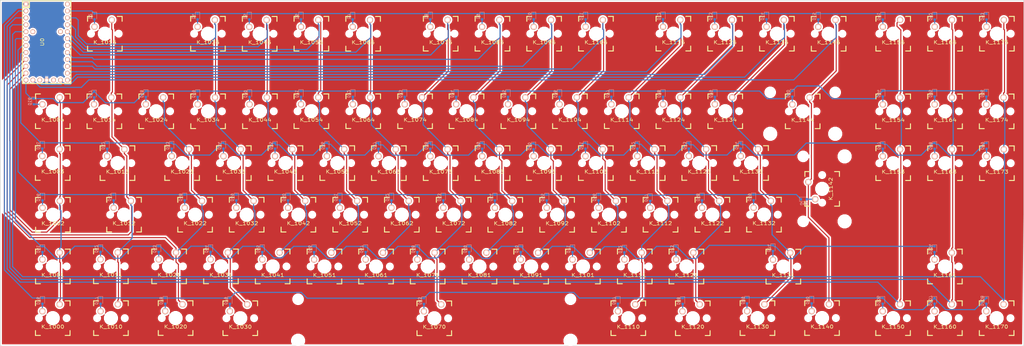
<source format=kicad_pcb>
(kicad_pcb (version 20171130) (host pcbnew "(5.0.0-rc2-dev-172-g17c0917da)")

  (general
    (thickness 1.6)
    (drawings 2002)
    (tracks 1020)
    (zones 0)
    (modules 187)
    (nets 124)
  )

  (page A3)
  (layers
    (0 F.Cu signal)
    (31 B.Cu signal)
    (32 B.Adhes user)
    (33 F.Adhes user)
    (34 B.Paste user)
    (35 F.Paste user)
    (36 B.SilkS user)
    (37 F.SilkS user)
    (38 B.Mask user)
    (39 F.Mask user)
    (40 Dwgs.User user)
    (41 Cmts.User user)
    (42 Eco1.User user)
    (43 Eco2.User user)
    (44 Edge.Cuts user)
    (45 Margin user)
    (46 B.CrtYd user)
    (47 F.CrtYd user)
    (48 B.Fab user)
    (49 F.Fab user)
  )

  (setup
    (last_trace_width 0.4)
    (trace_clearance 0.6)
    (zone_clearance 0.508)
    (zone_45_only no)
    (trace_min 0.4)
    (segment_width 0.2)
    (edge_width 0.15)
    (via_size 0.8)
    (via_drill 0.4)
    (via_min_size 0.4)
    (via_min_drill 0.3)
    (uvia_size 0.3)
    (uvia_drill 0.1)
    (uvias_allowed no)
    (uvia_min_size 0.2)
    (uvia_min_drill 0.1)
    (pcb_text_width 0.3)
    (pcb_text_size 1.5 1.5)
    (mod_edge_width 0.15)
    (mod_text_size 1 1)
    (mod_text_width 0.15)
    (pad_size 1.524 1.524)
    (pad_drill 0.762)
    (pad_to_mask_clearance 0.2)
    (aux_axis_origin 0 0)
    (visible_elements FFFFFF7F)
    (pcbplotparams
      (layerselection 0x010fc_ffffffff)
      (usegerberextensions false)
      (usegerberattributes false)
      (usegerberadvancedattributes false)
      (creategerberjobfile false)
      (excludeedgelayer true)
      (linewidth 0.100000)
      (plotframeref false)
      (viasonmask false)
      (mode 1)
      (useauxorigin false)
      (hpglpennumber 1)
      (hpglpenspeed 20)
      (hpglpendiameter 15)
      (psnegative false)
      (psa4output false)
      (plotreference true)
      (plotvalue true)
      (plotinvisibletext false)
      (padsonsilk false)
      (subtractmaskfromsilk false)
      (outputformat 1)
      (mirror false)
      (drillshape 1)
      (scaleselection 1)
      (outputdirectory gerbers/))
  )

  (net 0 "")
  (net 1 /row0)
  (net 2 /row1)
  (net 3 /row2)
  (net 4 /row3)
  (net 5 /col1)
  (net 6 /col4)
  (net 7 /col5)
  (net 8 /col6)
  (net 9 /col7)
  (net 10 /col2)
  (net 11 /col3)
  (net 12 /col9)
  (net 13 "Net-(U0-Pad16)")
  (net 14 /col8)
  (net 15 /col10)
  (net 16 /col11)
  (net 17 /row4)
  (net 18 /row5)
  (net 19 /col0)
  (net 20 /col17)
  (net 21 /col16)
  (net 22 /col15)
  (net 23 /col14)
  (net 24 /col13)
  (net 25 "Net-(U0-Pad29)")
  (net 26 "Net-(U0-Pad30)")
  (net 27 /col12)
  (net 28 "Net-(D104-Pad2)")
  (net 29 "Net-(D31-Pad2)")
  (net 30 "Net-(D61-Pad2)")
  (net 31 "Net-(D92-Pad2)")
  (net 32 "Net-(D108-Pad2)")
  (net 33 "Net-(D96-Pad2)")
  (net 34 "Net-(D91-Pad2)")
  (net 35 "Net-(D99-Pad2)")
  (net 36 "Net-(D106-Pad2)")
  (net 37 "Net-(D94-Pad2)")
  (net 38 "Net-(D95-Pad2)")
  (net 39 "Net-(D90-Pad2)")
  (net 40 "Net-(D74-Pad2)")
  (net 41 "Net-(D88-Pad2)")
  (net 42 "Net-(D87-Pad2)")
  (net 43 "Net-(D83-Pad2)")
  (net 44 "Net-(D79-Pad2)")
  (net 45 "Net-(D78-Pad2)")
  (net 46 "Net-(D77-Pad2)")
  (net 47 "Net-(D18-Pad2)")
  (net 48 "Net-(D59-Pad2)")
  (net 49 "Net-(D73-Pad2)")
  (net 50 "Net-(D72-Pad2)")
  (net 51 "Net-(D71-Pad2)")
  (net 52 "Net-(D70-Pad2)")
  (net 53 "Net-(D69-Pad2)")
  (net 54 "Net-(D68-Pad2)")
  (net 55 "Net-(D67-Pad2)")
  (net 56 "Net-(D66-Pad2)")
  (net 57 "Net-(D65-Pad2)")
  (net 58 "Net-(D64-Pad2)")
  (net 59 "Net-(D63-Pad2)")
  (net 60 "Net-(D62-Pad2)")
  (net 61 "Net-(D45-Pad2)")
  (net 62 "Net-(D58-Pad2)")
  (net 63 "Net-(D57-Pad2)")
  (net 64 "Net-(D56-Pad2)")
  (net 65 "Net-(D55-Pad2)")
  (net 66 "Net-(D54-Pad2)")
  (net 67 "Net-(D53-Pad2)")
  (net 68 "Net-(D52-Pad2)")
  (net 69 "Net-(D51-Pad2)")
  (net 70 "Net-(D50-Pad2)")
  (net 71 "Net-(D49-Pad2)")
  (net 72 "Net-(D48-Pad2)")
  (net 73 "Net-(D47-Pad2)")
  (net 74 "Net-(D30-Pad2)")
  (net 75 "Net-(D43-Pad2)")
  (net 76 "Net-(D42-Pad2)")
  (net 77 "Net-(D41-Pad2)")
  (net 78 "Net-(D40-Pad2)")
  (net 79 "Net-(D39-Pad2)")
  (net 80 "Net-(D38-Pad2)")
  (net 81 "Net-(D37-Pad2)")
  (net 82 "Net-(D36-Pad2)")
  (net 83 "Net-(D35-Pad2)")
  (net 84 "Net-(D34-Pad2)")
  (net 85 "Net-(D33-Pad2)")
  (net 86 "Net-(D32-Pad2)")
  (net 87 "Net-(D15-Pad2)")
  (net 88 "Net-(D29-Pad2)")
  (net 89 "Net-(D28-Pad2)")
  (net 90 "Net-(D27-Pad2)")
  (net 91 "Net-(D26-Pad2)")
  (net 92 "Net-(D25-Pad2)")
  (net 93 "Net-(D24-Pad2)")
  (net 94 "Net-(D23-Pad2)")
  (net 95 "Net-(D22-Pad2)")
  (net 96 "Net-(D21-Pad2)")
  (net 97 "Net-(D20-Pad2)")
  (net 98 "Net-(D19-Pad2)")
  (net 99 "Net-(D44-Pad2)")
  (net 100 "Net-(D89-Pad2)")
  (net 101 "Net-(D14-Pad2)")
  (net 102 "Net-(D13-Pad2)")
  (net 103 "Net-(D12-Pad2)")
  (net 104 "Net-(D11-Pad2)")
  (net 105 "Net-(D10-Pad2)")
  (net 106 "Net-(D9-Pad2)")
  (net 107 "Net-(D8-Pad2)")
  (net 108 "Net-(D7-Pad2)")
  (net 109 "Net-(D6-Pad2)")
  (net 110 "Net-(D5-Pad2)")
  (net 111 "Net-(D4-Pad2)")
  (net 112 "Net-(D17-Pad2)")
  (net 113 "Net-(D2-Pad2)")
  (net 114 "Net-(D93-Pad2)")
  (net 115 "Net-(D46-Pad2)")
  (net 116 "Net-(D97-Pad2)")
  (net 117 "Net-(D107-Pad2)")
  (net 118 "Net-(D98-Pad2)")
  (net 119 "Net-(D76-Pad2)")
  (net 120 GND)
  (net 121 VCC)
  (net 122 "Net-(U0-Pad31)")
  (net 123 "Net-(D16-Pad2)")

  (net_class Default "This is the default net class."
    (clearance 0.6)
    (trace_width 0.4)
    (via_dia 0.8)
    (via_drill 0.4)
    (uvia_dia 0.3)
    (uvia_drill 0.1)
    (diff_pair_gap 0.25)
    (diff_pair_width 0.4)
    (add_net /col0)
    (add_net /col1)
    (add_net /col10)
    (add_net /col11)
    (add_net /col12)
    (add_net /col13)
    (add_net /col14)
    (add_net /col15)
    (add_net /col16)
    (add_net /col17)
    (add_net /col2)
    (add_net /col3)
    (add_net /col4)
    (add_net /col5)
    (add_net /col6)
    (add_net /col7)
    (add_net /col8)
    (add_net /col9)
    (add_net /row0)
    (add_net /row1)
    (add_net /row2)
    (add_net /row3)
    (add_net /row4)
    (add_net /row5)
    (add_net GND)
    (add_net "Net-(D10-Pad2)")
    (add_net "Net-(D104-Pad2)")
    (add_net "Net-(D106-Pad2)")
    (add_net "Net-(D107-Pad2)")
    (add_net "Net-(D108-Pad2)")
    (add_net "Net-(D11-Pad2)")
    (add_net "Net-(D12-Pad2)")
    (add_net "Net-(D13-Pad2)")
    (add_net "Net-(D14-Pad2)")
    (add_net "Net-(D15-Pad2)")
    (add_net "Net-(D16-Pad2)")
    (add_net "Net-(D17-Pad2)")
    (add_net "Net-(D18-Pad2)")
    (add_net "Net-(D19-Pad2)")
    (add_net "Net-(D2-Pad2)")
    (add_net "Net-(D20-Pad2)")
    (add_net "Net-(D21-Pad2)")
    (add_net "Net-(D22-Pad2)")
    (add_net "Net-(D23-Pad2)")
    (add_net "Net-(D24-Pad2)")
    (add_net "Net-(D25-Pad2)")
    (add_net "Net-(D26-Pad2)")
    (add_net "Net-(D27-Pad2)")
    (add_net "Net-(D28-Pad2)")
    (add_net "Net-(D29-Pad2)")
    (add_net "Net-(D30-Pad2)")
    (add_net "Net-(D31-Pad2)")
    (add_net "Net-(D32-Pad2)")
    (add_net "Net-(D33-Pad2)")
    (add_net "Net-(D34-Pad2)")
    (add_net "Net-(D35-Pad2)")
    (add_net "Net-(D36-Pad2)")
    (add_net "Net-(D37-Pad2)")
    (add_net "Net-(D38-Pad2)")
    (add_net "Net-(D39-Pad2)")
    (add_net "Net-(D4-Pad2)")
    (add_net "Net-(D40-Pad2)")
    (add_net "Net-(D41-Pad2)")
    (add_net "Net-(D42-Pad2)")
    (add_net "Net-(D43-Pad2)")
    (add_net "Net-(D44-Pad2)")
    (add_net "Net-(D45-Pad2)")
    (add_net "Net-(D46-Pad2)")
    (add_net "Net-(D47-Pad2)")
    (add_net "Net-(D48-Pad2)")
    (add_net "Net-(D49-Pad2)")
    (add_net "Net-(D5-Pad2)")
    (add_net "Net-(D50-Pad2)")
    (add_net "Net-(D51-Pad2)")
    (add_net "Net-(D52-Pad2)")
    (add_net "Net-(D53-Pad2)")
    (add_net "Net-(D54-Pad2)")
    (add_net "Net-(D55-Pad2)")
    (add_net "Net-(D56-Pad2)")
    (add_net "Net-(D57-Pad2)")
    (add_net "Net-(D58-Pad2)")
    (add_net "Net-(D59-Pad2)")
    (add_net "Net-(D6-Pad2)")
    (add_net "Net-(D61-Pad2)")
    (add_net "Net-(D62-Pad2)")
    (add_net "Net-(D63-Pad2)")
    (add_net "Net-(D64-Pad2)")
    (add_net "Net-(D65-Pad2)")
    (add_net "Net-(D66-Pad2)")
    (add_net "Net-(D67-Pad2)")
    (add_net "Net-(D68-Pad2)")
    (add_net "Net-(D69-Pad2)")
    (add_net "Net-(D7-Pad2)")
    (add_net "Net-(D70-Pad2)")
    (add_net "Net-(D71-Pad2)")
    (add_net "Net-(D72-Pad2)")
    (add_net "Net-(D73-Pad2)")
    (add_net "Net-(D74-Pad2)")
    (add_net "Net-(D76-Pad2)")
    (add_net "Net-(D77-Pad2)")
    (add_net "Net-(D78-Pad2)")
    (add_net "Net-(D79-Pad2)")
    (add_net "Net-(D8-Pad2)")
    (add_net "Net-(D83-Pad2)")
    (add_net "Net-(D87-Pad2)")
    (add_net "Net-(D88-Pad2)")
    (add_net "Net-(D89-Pad2)")
    (add_net "Net-(D9-Pad2)")
    (add_net "Net-(D90-Pad2)")
    (add_net "Net-(D91-Pad2)")
    (add_net "Net-(D92-Pad2)")
    (add_net "Net-(D93-Pad2)")
    (add_net "Net-(D94-Pad2)")
    (add_net "Net-(D95-Pad2)")
    (add_net "Net-(D96-Pad2)")
    (add_net "Net-(D97-Pad2)")
    (add_net "Net-(D98-Pad2)")
    (add_net "Net-(D99-Pad2)")
    (add_net "Net-(U0-Pad16)")
    (add_net "Net-(U0-Pad29)")
    (add_net "Net-(U0-Pad30)")
    (add_net "Net-(U0-Pad31)")
    (add_net VCC)
  )

  (module Keyboard:CHERRY_PCB_100H (layer F.Cu) (tedit 549A0505) (tstamp 5AADC981)
    (at 41.299201 56.749201)
    (path /5AAC834A)
    (fp_text reference K_1004 (at 0 3.175) (layer F.SilkS)
      (effects (font (size 1.27 1.524) (thickness 0.2032)))
    )
    (fp_text value KEYSW (at 0 5.08) (layer F.SilkS) hide
      (effects (font (size 1.27 1.524) (thickness 0.2032)))
    )
    (fp_line (start -6.985 6.985) (end -6.985 -6.985) (layer Eco2.User) (width 0.1524))
    (fp_line (start 6.985 6.985) (end -6.985 6.985) (layer Eco2.User) (width 0.1524))
    (fp_line (start 6.985 -6.985) (end 6.985 6.985) (layer Eco2.User) (width 0.1524))
    (fp_line (start -6.985 -6.985) (end 6.985 -6.985) (layer Eco2.User) (width 0.1524))
    (fp_line (start -6.35 -4.572) (end -6.35 -6.35) (layer F.SilkS) (width 0.381))
    (fp_line (start -6.35 6.35) (end -6.35 4.572) (layer F.SilkS) (width 0.381))
    (fp_line (start -4.572 6.35) (end -6.35 6.35) (layer F.SilkS) (width 0.381))
    (fp_line (start 6.35 6.35) (end 4.572 6.35) (layer F.SilkS) (width 0.381))
    (fp_line (start 6.35 4.572) (end 6.35 6.35) (layer F.SilkS) (width 0.381))
    (fp_line (start 6.35 -6.35) (end 6.35 -4.572) (layer F.SilkS) (width 0.381))
    (fp_line (start 4.572 -6.35) (end 6.35 -6.35) (layer F.SilkS) (width 0.381))
    (fp_line (start -6.35 -6.35) (end -4.572 -6.35) (layer F.SilkS) (width 0.381))
    (fp_line (start -9.398 9.398) (end -9.398 -9.398) (layer Dwgs.User) (width 0.1524))
    (fp_line (start 9.398 9.398) (end -9.398 9.398) (layer Dwgs.User) (width 0.1524))
    (fp_line (start 9.398 -9.398) (end 9.398 9.398) (layer Dwgs.User) (width 0.1524))
    (fp_line (start -9.398 -9.398) (end 9.398 -9.398) (layer Dwgs.User) (width 0.1524))
    (fp_line (start -6.35 6.35) (end -6.35 -6.35) (layer Cmts.User) (width 0.1524))
    (fp_line (start 6.35 6.35) (end -6.35 6.35) (layer Cmts.User) (width 0.1524))
    (fp_line (start 6.35 -6.35) (end 6.35 6.35) (layer Cmts.User) (width 0.1524))
    (fp_line (start -6.35 -6.35) (end 6.35 -6.35) (layer Cmts.User) (width 0.1524))
    (fp_text user 1.00u (at -5.715 8.255) (layer Dwgs.User)
      (effects (font (size 1.524 1.524) (thickness 0.3048)))
    )
    (pad HOLE np_thru_hole circle (at 5.08 0) (size 1.7018 1.7018) (drill 1.7018) (layers *.Cu))
    (pad HOLE np_thru_hole circle (at -5.08 0) (size 1.7018 1.7018) (drill 1.7018) (layers *.Cu))
    (pad HOLE np_thru_hole circle (at 0 0) (size 3.9878 3.9878) (drill 3.9878) (layers *.Cu))
    (pad 2 thru_hole circle (at -3.81 -2.54) (size 2.286 2.286) (drill 1.4986) (layers *.Cu *.SilkS *.Mask)
      (net 123 "Net-(D16-Pad2)"))
    (pad 1 thru_hole circle (at 2.54 -5.08) (size 2.286 2.286) (drill 1.4986) (layers *.Cu *.SilkS *.Mask)
      (net 19 /col0))
  )

  (module Keyboard:CHERRY_PCB_100H (layer F.Cu) (tedit 549A0505) (tstamp 5AA7CF23)
    (at 236.05 113.805)
    (path /5AA9D0C8)
    (fp_text reference K_1101 (at 0 3.175) (layer F.SilkS)
      (effects (font (size 1.27 1.524) (thickness 0.2032)))
    )
    (fp_text value KEYSW (at 0 5.08) (layer F.SilkS) hide
      (effects (font (size 1.27 1.524) (thickness 0.2032)))
    )
    (fp_text user 1.00u (at -5.715 8.255) (layer Dwgs.User)
      (effects (font (size 1.524 1.524) (thickness 0.3048)))
    )
    (fp_line (start -6.35 -6.35) (end 6.35 -6.35) (layer Cmts.User) (width 0.1524))
    (fp_line (start 6.35 -6.35) (end 6.35 6.35) (layer Cmts.User) (width 0.1524))
    (fp_line (start 6.35 6.35) (end -6.35 6.35) (layer Cmts.User) (width 0.1524))
    (fp_line (start -6.35 6.35) (end -6.35 -6.35) (layer Cmts.User) (width 0.1524))
    (fp_line (start -9.398 -9.398) (end 9.398 -9.398) (layer Dwgs.User) (width 0.1524))
    (fp_line (start 9.398 -9.398) (end 9.398 9.398) (layer Dwgs.User) (width 0.1524))
    (fp_line (start 9.398 9.398) (end -9.398 9.398) (layer Dwgs.User) (width 0.1524))
    (fp_line (start -9.398 9.398) (end -9.398 -9.398) (layer Dwgs.User) (width 0.1524))
    (fp_line (start -6.35 -6.35) (end -4.572 -6.35) (layer F.SilkS) (width 0.381))
    (fp_line (start 4.572 -6.35) (end 6.35 -6.35) (layer F.SilkS) (width 0.381))
    (fp_line (start 6.35 -6.35) (end 6.35 -4.572) (layer F.SilkS) (width 0.381))
    (fp_line (start 6.35 4.572) (end 6.35 6.35) (layer F.SilkS) (width 0.381))
    (fp_line (start 6.35 6.35) (end 4.572 6.35) (layer F.SilkS) (width 0.381))
    (fp_line (start -4.572 6.35) (end -6.35 6.35) (layer F.SilkS) (width 0.381))
    (fp_line (start -6.35 6.35) (end -6.35 4.572) (layer F.SilkS) (width 0.381))
    (fp_line (start -6.35 -4.572) (end -6.35 -6.35) (layer F.SilkS) (width 0.381))
    (fp_line (start -6.985 -6.985) (end 6.985 -6.985) (layer Eco2.User) (width 0.1524))
    (fp_line (start 6.985 -6.985) (end 6.985 6.985) (layer Eco2.User) (width 0.1524))
    (fp_line (start 6.985 6.985) (end -6.985 6.985) (layer Eco2.User) (width 0.1524))
    (fp_line (start -6.985 6.985) (end -6.985 -6.985) (layer Eco2.User) (width 0.1524))
    (pad 1 thru_hole circle (at 2.54 -5.08) (size 2.286 2.286) (drill 1.4986) (layers *.Cu *.SilkS *.Mask)
      (net 15 /col10))
    (pad 2 thru_hole circle (at -3.81 -2.54) (size 2.286 2.286) (drill 1.4986) (layers *.Cu *.SilkS *.Mask)
      (net 51 "Net-(D71-Pad2)"))
    (pad HOLE np_thru_hole circle (at 0 0) (size 3.9878 3.9878) (drill 3.9878) (layers *.Cu))
    (pad HOLE np_thru_hole circle (at -5.08 0) (size 1.7018 1.7018) (drill 1.7018) (layers *.Cu))
    (pad HOLE np_thru_hole circle (at 5.08 0) (size 1.7018 1.7018) (drill 1.7018) (layers *.Cu))
  )

  (module Diodes_SMD:D_0805 (layer B.Cu) (tedit 590CE9A4) (tstamp 5AADD805)
    (at 34.36 53.15 270.0285)
    (descr "Diode SMD in 0805 package http://datasheets.avx.com/schottky.pdf")
    (tags "smd diode")
    (path /5AAC8351)
    (attr smd)
    (fp_text reference D16 (at 0 1.6 270.0285) (layer B.SilkS)
      (effects (font (size 1 1) (thickness 0.15)) (justify mirror))
    )
    (fp_text value D (at 0 -1.7 270.0285) (layer B.Fab)
      (effects (font (size 1 1) (thickness 0.15)) (justify mirror))
    )
    (fp_line (start -1.6 0.8) (end 1 0.8) (layer B.SilkS) (width 0.12))
    (fp_line (start -1.6 -0.8) (end 1 -0.8) (layer B.SilkS) (width 0.12))
    (fp_line (start -1 0.65) (end 1 0.65) (layer B.Fab) (width 0.1))
    (fp_line (start 1 0.65) (end 1 -0.65) (layer B.Fab) (width 0.1))
    (fp_line (start 1 -0.65) (end -1 -0.65) (layer B.Fab) (width 0.1))
    (fp_line (start -1 -0.65) (end -1 0.65) (layer B.Fab) (width 0.1))
    (fp_line (start 0.2 0.2) (end -0.1 0) (layer B.Fab) (width 0.1))
    (fp_line (start -0.1 0) (end 0.2 -0.2) (layer B.Fab) (width 0.1))
    (fp_line (start 0.2 -0.2) (end 0.2 0.2) (layer B.Fab) (width 0.1))
    (fp_line (start -0.1 0.2) (end -0.1 -0.2) (layer B.Fab) (width 0.1))
    (fp_line (start -0.1 0) (end -0.3 0) (layer B.Fab) (width 0.1))
    (fp_line (start 0.2 0) (end 0.4 0) (layer B.Fab) (width 0.1))
    (fp_line (start -1.7 0.88) (end 1.7 0.88) (layer B.CrtYd) (width 0.05))
    (fp_line (start 1.7 0.88) (end 1.7 -0.88) (layer B.CrtYd) (width 0.05))
    (fp_line (start 1.7 -0.88) (end -1.7 -0.88) (layer B.CrtYd) (width 0.05))
    (fp_line (start -1.7 -0.88) (end -1.7 0.88) (layer B.CrtYd) (width 0.05))
    (fp_line (start -1.6 0.8) (end -1.6 -0.8) (layer B.SilkS) (width 0.12))
    (fp_text user %R (at 0 1.6 270.0285) (layer B.Fab)
      (effects (font (size 1 1) (thickness 0.15)) (justify mirror))
    )
    (pad 2 smd rect (at 1.05 0 270.0285) (size 0.8 0.9) (layers B.Cu B.Paste B.Mask)
      (net 123 "Net-(D16-Pad2)"))
    (pad 1 smd rect (at -1.05 0 270.0285) (size 0.8 0.9) (layers B.Cu B.Paste B.Mask)
      (net 17 /row4))
    (model ${KISYS3DMOD}/Diodes_SMD.3dshapes/D_0805.wrl
      (at (xyz 0 0 0))
      (scale (xyz 1 1 1))
      (rotate (xyz 0 0 0))
    )
  )

  (module Keyboard:CHERRY_PCB_100H (layer F.Cu) (tedit 549A0505) (tstamp 5AA795EA)
    (at 60.42 28.28)
    (path /5AA5DAC7)
    (fp_text reference K_1015 (at 0 3.175) (layer F.SilkS)
      (effects (font (size 1.27 1.524) (thickness 0.2032)))
    )
    (fp_text value KEYSW (at 0 5.08) (layer F.SilkS) hide
      (effects (font (size 1.27 1.524) (thickness 0.2032)))
    )
    (fp_text user 1.00u (at -5.715 8.255) (layer Dwgs.User)
      (effects (font (size 1.524 1.524) (thickness 0.3048)))
    )
    (fp_line (start -6.35 -6.35) (end 6.35 -6.35) (layer Cmts.User) (width 0.1524))
    (fp_line (start 6.35 -6.35) (end 6.35 6.35) (layer Cmts.User) (width 0.1524))
    (fp_line (start 6.35 6.35) (end -6.35 6.35) (layer Cmts.User) (width 0.1524))
    (fp_line (start -6.35 6.35) (end -6.35 -6.35) (layer Cmts.User) (width 0.1524))
    (fp_line (start -9.398 -9.398) (end 9.398 -9.398) (layer Dwgs.User) (width 0.1524))
    (fp_line (start 9.398 -9.398) (end 9.398 9.398) (layer Dwgs.User) (width 0.1524))
    (fp_line (start 9.398 9.398) (end -9.398 9.398) (layer Dwgs.User) (width 0.1524))
    (fp_line (start -9.398 9.398) (end -9.398 -9.398) (layer Dwgs.User) (width 0.1524))
    (fp_line (start -6.35 -6.35) (end -4.572 -6.35) (layer F.SilkS) (width 0.381))
    (fp_line (start 4.572 -6.35) (end 6.35 -6.35) (layer F.SilkS) (width 0.381))
    (fp_line (start 6.35 -6.35) (end 6.35 -4.572) (layer F.SilkS) (width 0.381))
    (fp_line (start 6.35 4.572) (end 6.35 6.35) (layer F.SilkS) (width 0.381))
    (fp_line (start 6.35 6.35) (end 4.572 6.35) (layer F.SilkS) (width 0.381))
    (fp_line (start -4.572 6.35) (end -6.35 6.35) (layer F.SilkS) (width 0.381))
    (fp_line (start -6.35 6.35) (end -6.35 4.572) (layer F.SilkS) (width 0.381))
    (fp_line (start -6.35 -4.572) (end -6.35 -6.35) (layer F.SilkS) (width 0.381))
    (fp_line (start -6.985 -6.985) (end 6.985 -6.985) (layer Eco2.User) (width 0.1524))
    (fp_line (start 6.985 -6.985) (end 6.985 6.985) (layer Eco2.User) (width 0.1524))
    (fp_line (start 6.985 6.985) (end -6.985 6.985) (layer Eco2.User) (width 0.1524))
    (fp_line (start -6.985 6.985) (end -6.985 -6.985) (layer Eco2.User) (width 0.1524))
    (pad 1 thru_hole circle (at 2.54 -5.08) (size 2.286 2.286) (drill 1.4986) (layers *.Cu *.SilkS *.Mask)
      (net 5 /col1))
    (pad 2 thru_hole circle (at -3.81 -2.54) (size 2.286 2.286) (drill 1.4986) (layers *.Cu *.SilkS *.Mask)
      (net 113 "Net-(D2-Pad2)"))
    (pad HOLE np_thru_hole circle (at 0 0) (size 3.9878 3.9878) (drill 3.9878) (layers *.Cu))
    (pad HOLE np_thru_hole circle (at -5.08 0) (size 1.7018 1.7018) (drill 1.7018) (layers *.Cu))
    (pad HOLE np_thru_hole circle (at 5.08 0) (size 1.7018 1.7018) (drill 1.7018) (layers *.Cu))
  )

  (module Keyboard:CHERRY_PCB_100H (layer F.Cu) (tedit 549A0505) (tstamp 5AA792A2)
    (at 164.755 75.83)
    (path /5AA9CEDC)
    (fp_text reference K_1063 (at 0 3.175) (layer F.SilkS)
      (effects (font (size 1.27 1.524) (thickness 0.2032)))
    )
    (fp_text value KEYSW (at 0 5.08) (layer F.SilkS) hide
      (effects (font (size 1.27 1.524) (thickness 0.2032)))
    )
    (fp_text user 1.00u (at -5.715 8.255) (layer Dwgs.User)
      (effects (font (size 1.524 1.524) (thickness 0.3048)))
    )
    (fp_line (start -6.35 -6.35) (end 6.35 -6.35) (layer Cmts.User) (width 0.1524))
    (fp_line (start 6.35 -6.35) (end 6.35 6.35) (layer Cmts.User) (width 0.1524))
    (fp_line (start 6.35 6.35) (end -6.35 6.35) (layer Cmts.User) (width 0.1524))
    (fp_line (start -6.35 6.35) (end -6.35 -6.35) (layer Cmts.User) (width 0.1524))
    (fp_line (start -9.398 -9.398) (end 9.398 -9.398) (layer Dwgs.User) (width 0.1524))
    (fp_line (start 9.398 -9.398) (end 9.398 9.398) (layer Dwgs.User) (width 0.1524))
    (fp_line (start 9.398 9.398) (end -9.398 9.398) (layer Dwgs.User) (width 0.1524))
    (fp_line (start -9.398 9.398) (end -9.398 -9.398) (layer Dwgs.User) (width 0.1524))
    (fp_line (start -6.35 -6.35) (end -4.572 -6.35) (layer F.SilkS) (width 0.381))
    (fp_line (start 4.572 -6.35) (end 6.35 -6.35) (layer F.SilkS) (width 0.381))
    (fp_line (start 6.35 -6.35) (end 6.35 -4.572) (layer F.SilkS) (width 0.381))
    (fp_line (start 6.35 4.572) (end 6.35 6.35) (layer F.SilkS) (width 0.381))
    (fp_line (start 6.35 6.35) (end 4.572 6.35) (layer F.SilkS) (width 0.381))
    (fp_line (start -4.572 6.35) (end -6.35 6.35) (layer F.SilkS) (width 0.381))
    (fp_line (start -6.35 6.35) (end -6.35 4.572) (layer F.SilkS) (width 0.381))
    (fp_line (start -6.35 -4.572) (end -6.35 -6.35) (layer F.SilkS) (width 0.381))
    (fp_line (start -6.985 -6.985) (end 6.985 -6.985) (layer Eco2.User) (width 0.1524))
    (fp_line (start 6.985 -6.985) (end 6.985 6.985) (layer Eco2.User) (width 0.1524))
    (fp_line (start 6.985 6.985) (end -6.985 6.985) (layer Eco2.User) (width 0.1524))
    (fp_line (start -6.985 6.985) (end -6.985 -6.985) (layer Eco2.User) (width 0.1524))
    (pad 1 thru_hole circle (at 2.54 -5.08) (size 2.286 2.286) (drill 1.4986) (layers *.Cu *.SilkS *.Mask)
      (net 8 /col6))
    (pad 2 thru_hole circle (at -3.81 -2.54) (size 2.286 2.286) (drill 1.4986) (layers *.Cu *.SilkS *.Mask)
      (net 81 "Net-(D37-Pad2)"))
    (pad HOLE np_thru_hole circle (at 0 0) (size 3.9878 3.9878) (drill 3.9878) (layers *.Cu))
    (pad HOLE np_thru_hole circle (at -5.08 0) (size 1.7018 1.7018) (drill 1.7018) (layers *.Cu))
    (pad HOLE np_thru_hole circle (at 5.08 0) (size 1.7018 1.7018) (drill 1.7018) (layers *.Cu))
  )

  (module Keyboard:CHERRY_PCB_100H (layer F.Cu) (tedit 549A0505) (tstamp 5AA791B2)
    (at 183.795 28.28)
    (path /5AA9CF2A)
    (fp_text reference K_1075 (at 0 3.175) (layer F.SilkS)
      (effects (font (size 1.27 1.524) (thickness 0.2032)))
    )
    (fp_text value KEYSW (at 0 5.08) (layer F.SilkS) hide
      (effects (font (size 1.27 1.524) (thickness 0.2032)))
    )
    (fp_text user 1.00u (at -5.715 8.255) (layer Dwgs.User)
      (effects (font (size 1.524 1.524) (thickness 0.3048)))
    )
    (fp_line (start -6.35 -6.35) (end 6.35 -6.35) (layer Cmts.User) (width 0.1524))
    (fp_line (start 6.35 -6.35) (end 6.35 6.35) (layer Cmts.User) (width 0.1524))
    (fp_line (start 6.35 6.35) (end -6.35 6.35) (layer Cmts.User) (width 0.1524))
    (fp_line (start -6.35 6.35) (end -6.35 -6.35) (layer Cmts.User) (width 0.1524))
    (fp_line (start -9.398 -9.398) (end 9.398 -9.398) (layer Dwgs.User) (width 0.1524))
    (fp_line (start 9.398 -9.398) (end 9.398 9.398) (layer Dwgs.User) (width 0.1524))
    (fp_line (start 9.398 9.398) (end -9.398 9.398) (layer Dwgs.User) (width 0.1524))
    (fp_line (start -9.398 9.398) (end -9.398 -9.398) (layer Dwgs.User) (width 0.1524))
    (fp_line (start -6.35 -6.35) (end -4.572 -6.35) (layer F.SilkS) (width 0.381))
    (fp_line (start 4.572 -6.35) (end 6.35 -6.35) (layer F.SilkS) (width 0.381))
    (fp_line (start 6.35 -6.35) (end 6.35 -4.572) (layer F.SilkS) (width 0.381))
    (fp_line (start 6.35 4.572) (end 6.35 6.35) (layer F.SilkS) (width 0.381))
    (fp_line (start 6.35 6.35) (end 4.572 6.35) (layer F.SilkS) (width 0.381))
    (fp_line (start -4.572 6.35) (end -6.35 6.35) (layer F.SilkS) (width 0.381))
    (fp_line (start -6.35 6.35) (end -6.35 4.572) (layer F.SilkS) (width 0.381))
    (fp_line (start -6.35 -4.572) (end -6.35 -6.35) (layer F.SilkS) (width 0.381))
    (fp_line (start -6.985 -6.985) (end 6.985 -6.985) (layer Eco2.User) (width 0.1524))
    (fp_line (start 6.985 -6.985) (end 6.985 6.985) (layer Eco2.User) (width 0.1524))
    (fp_line (start 6.985 6.985) (end -6.985 6.985) (layer Eco2.User) (width 0.1524))
    (fp_line (start -6.985 6.985) (end -6.985 -6.985) (layer Eco2.User) (width 0.1524))
    (pad 1 thru_hole circle (at 2.54 -5.08) (size 2.286 2.286) (drill 1.4986) (layers *.Cu *.SilkS *.Mask)
      (net 9 /col7))
    (pad 2 thru_hole circle (at -3.81 -2.54) (size 2.286 2.286) (drill 1.4986) (layers *.Cu *.SilkS *.Mask)
      (net 107 "Net-(D8-Pad2)"))
    (pad HOLE np_thru_hole circle (at 0 0) (size 3.9878 3.9878) (drill 3.9878) (layers *.Cu))
    (pad HOLE np_thru_hole circle (at -5.08 0) (size 1.7018 1.7018) (drill 1.7018) (layers *.Cu))
    (pad HOLE np_thru_hole circle (at 5.08 0) (size 1.7018 1.7018) (drill 1.7018) (layers *.Cu))
  )

  (module Keyboard:CHERRY_PCB_200V (layer F.Cu) (tedit 4FDE2A7B) (tstamp 5AAC7651)
    (at 323.95 85.285)
    (path /5ABB81DD)
    (fp_text reference K_1142 (at 3.175 0 90) (layer F.SilkS)
      (effects (font (size 1.27 1.524) (thickness 0.2032)))
    )
    (fp_text value KEYSW (at 0 5.08 90) (layer F.SilkS) hide
      (effects (font (size 1.27 1.524) (thickness 0.2032)))
    )
    (fp_line (start 10.16 -15.367) (end -7.62 -15.367) (layer Cmts.User) (width 0.1524))
    (fp_line (start 10.16 15.367) (end 10.16 -15.367) (layer Cmts.User) (width 0.1524))
    (fp_line (start -7.62 15.367) (end 10.16 15.367) (layer Cmts.User) (width 0.1524))
    (fp_line (start -7.62 8.509) (end -7.62 15.367) (layer Cmts.User) (width 0.1524))
    (fp_line (start 7.62 8.509) (end -7.62 8.509) (layer Cmts.User) (width 0.1524))
    (fp_line (start 7.62 -8.509) (end 7.62 8.509) (layer Cmts.User) (width 0.1524))
    (fp_line (start -7.62 -8.509) (end 7.62 -8.509) (layer Cmts.User) (width 0.1524))
    (fp_line (start -7.62 -15.367) (end -7.62 -8.509) (layer Cmts.User) (width 0.1524))
    (fp_line (start -4.8768 6.985) (end -6.985 6.985) (layer Eco2.User) (width 0.1524))
    (fp_line (start -4.8768 8.6106) (end -4.8768 6.985) (layer Eco2.User) (width 0.1524))
    (fp_line (start -5.6896 8.6106) (end -4.8768 8.6106) (layer Eco2.User) (width 0.1524))
    (fp_line (start -5.6896 15.2654) (end -5.6896 8.6106) (layer Eco2.User) (width 0.1524))
    (fp_line (start -2.286 15.2654) (end -5.6896 15.2654) (layer Eco2.User) (width 0.1524))
    (fp_line (start -2.286 16.129) (end -2.286 15.2654) (layer Eco2.User) (width 0.1524))
    (fp_line (start 0.508 16.129) (end -2.286 16.129) (layer Eco2.User) (width 0.1524))
    (fp_line (start 0.508 15.2654) (end 0.508 16.129) (layer Eco2.User) (width 0.1524))
    (fp_line (start 6.604 15.2654) (end 0.508 15.2654) (layer Eco2.User) (width 0.1524))
    (fp_line (start 6.604 14.224) (end 6.604 15.2654) (layer Eco2.User) (width 0.1524))
    (fp_line (start 7.7724 14.224) (end 6.604 14.224) (layer Eco2.User) (width 0.1524))
    (fp_line (start 7.7724 9.652) (end 7.7724 14.224) (layer Eco2.User) (width 0.1524))
    (fp_line (start 6.604 9.652) (end 7.7724 9.652) (layer Eco2.User) (width 0.1524))
    (fp_line (start 6.604 8.6106) (end 6.604 9.652) (layer Eco2.User) (width 0.1524))
    (fp_line (start 5.8166 8.6106) (end 6.604 8.6106) (layer Eco2.User) (width 0.1524))
    (fp_line (start 5.8166 6.985) (end 5.8166 8.6106) (layer Eco2.User) (width 0.1524))
    (fp_line (start 6.985 6.985) (end 5.8166 6.985) (layer Eco2.User) (width 0.1524))
    (fp_line (start 6.985 -6.985) (end 6.985 6.985) (layer Eco2.User) (width 0.1524))
    (fp_line (start 5.8166 -6.985) (end 6.985 -6.985) (layer Eco2.User) (width 0.1524))
    (fp_line (start 5.8166 -8.6106) (end 5.8166 -6.985) (layer Eco2.User) (width 0.1524))
    (fp_line (start 6.604 -8.6106) (end 5.8166 -8.6106) (layer Eco2.User) (width 0.1524))
    (fp_line (start 6.604 -9.652) (end 6.604 -8.6106) (layer Eco2.User) (width 0.1524))
    (fp_line (start 7.7724 -9.652) (end 6.604 -9.652) (layer Eco2.User) (width 0.1524))
    (fp_line (start 7.7724 -14.224) (end 7.7724 -9.652) (layer Eco2.User) (width 0.1524))
    (fp_line (start 6.604 -14.224) (end 7.7724 -14.224) (layer Eco2.User) (width 0.1524))
    (fp_line (start 6.604 -15.2654) (end 6.604 -14.224) (layer Eco2.User) (width 0.1524))
    (fp_line (start 0.508 -15.2654) (end 6.604 -15.2654) (layer Eco2.User) (width 0.1524))
    (fp_line (start 0.508 -16.129) (end 0.508 -15.2654) (layer Eco2.User) (width 0.1524))
    (fp_line (start -2.286 -16.129) (end 0.508 -16.129) (layer Eco2.User) (width 0.1524))
    (fp_line (start -2.286 -15.2654) (end -2.286 -16.129) (layer Eco2.User) (width 0.1524))
    (fp_line (start -5.6896 -15.2654) (end -2.286 -15.2654) (layer Eco2.User) (width 0.1524))
    (fp_line (start -5.6896 -8.6106) (end -5.6896 -15.2654) (layer Eco2.User) (width 0.1524))
    (fp_line (start -4.8768 -8.6106) (end -5.6896 -8.6106) (layer Eco2.User) (width 0.1524))
    (fp_line (start -4.8768 -6.985) (end -4.8768 -8.6106) (layer Eco2.User) (width 0.1524))
    (fp_line (start -6.985 -6.985) (end -4.8768 -6.985) (layer Eco2.User) (width 0.1524))
    (fp_line (start -6.985 6.985) (end -6.985 -6.985) (layer Eco2.User) (width 0.1524))
    (fp_line (start -6.35 -4.572) (end -6.35 -6.35) (layer F.SilkS) (width 0.381))
    (fp_line (start -6.35 6.35) (end -6.35 4.572) (layer F.SilkS) (width 0.381))
    (fp_line (start -4.572 6.35) (end -6.35 6.35) (layer F.SilkS) (width 0.381))
    (fp_line (start 6.35 6.35) (end 4.572 6.35) (layer F.SilkS) (width 0.381))
    (fp_line (start 6.35 4.572) (end 6.35 6.35) (layer F.SilkS) (width 0.381))
    (fp_line (start 6.35 -6.35) (end 6.35 -4.572) (layer F.SilkS) (width 0.381))
    (fp_line (start 4.572 -6.35) (end 6.35 -6.35) (layer F.SilkS) (width 0.381))
    (fp_line (start -6.35 -6.35) (end -4.572 -6.35) (layer F.SilkS) (width 0.381))
    (fp_line (start 9.398 18.923) (end -9.398 18.923) (layer Dwgs.User) (width 0.1524))
    (fp_line (start 9.398 -18.923) (end 9.398 18.923) (layer Dwgs.User) (width 0.1524))
    (fp_line (start -9.398 -18.923) (end 9.398 -18.923) (layer Dwgs.User) (width 0.1524))
    (fp_line (start -9.398 18.923) (end -9.398 -18.923) (layer Dwgs.User) (width 0.1524))
    (fp_line (start 6.35 6.35) (end -6.35 6.35) (layer Cmts.User) (width 0.1524))
    (fp_line (start 6.35 -6.35) (end 6.35 6.35) (layer Cmts.User) (width 0.1524))
    (fp_line (start -6.35 -6.35) (end 6.35 -6.35) (layer Cmts.User) (width 0.1524))
    (fp_line (start -6.35 6.35) (end -6.35 -6.35) (layer Cmts.User) (width 0.1524))
    (fp_text user 2.00u (at -5.715 17.78) (layer Dwgs.User)
      (effects (font (size 1.524 1.524) (thickness 0.3048)))
    )
    (pad HOLE np_thru_hole circle (at 8.255 -11.938 90) (size 3.9878 3.9878) (drill 3.9878) (layers *.Cu))
    (pad HOLE np_thru_hole circle (at 8.255 11.938 90) (size 3.9878 3.9878) (drill 3.9878) (layers *.Cu))
    (pad HOLE np_thru_hole circle (at -6.985 -11.938 90) (size 3.048 3.048) (drill 3.048) (layers *.Cu))
    (pad HOLE np_thru_hole circle (at -6.985 11.938 90) (size 3.048 3.048) (drill 3.048) (layers *.Cu))
    (pad HOLE np_thru_hole circle (at 0 -5.08 90) (size 1.7018 1.7018) (drill 1.7018) (layers *.Cu))
    (pad HOLE np_thru_hole circle (at 0 5.08 90) (size 1.7018 1.7018) (drill 1.7018) (layers *.Cu))
    (pad HOLE np_thru_hole circle (at 0 0 90) (size 3.9878 3.9878) (drill 3.9878) (layers *.Cu))
    (pad 2 thru_hole circle (at -2.54 3.81 90) (size 2.286 2.286) (drill 1.4986) (layers *.Cu *.SilkS *.Mask)
      (net 61 "Net-(D45-Pad2)"))
    (pad 1 thru_hole circle (at -5.08 -2.54 90) (size 2.286 2.286) (drill 1.4986) (layers *.Cu *.SilkS *.Mask)
      (net 23 /col14))
  )

  (module Keyboard:CHERRY_PCB_125H (layer F.Cu) (tedit 549A051E) (tstamp 5AA97376)
    (at 252.725 132.8)
    (path /5AA9D144)
    (fp_text reference K_1110 (at 0 3.175) (layer F.SilkS)
      (effects (font (size 1.27 1.524) (thickness 0.2032)))
    )
    (fp_text value KEYSW (at 0 5.08) (layer F.SilkS) hide
      (effects (font (size 1.27 1.524) (thickness 0.2032)))
    )
    (fp_text user 1.25u (at -8.09752 8.255) (layer Dwgs.User)
      (effects (font (size 1.524 1.524) (thickness 0.3048)))
    )
    (fp_line (start -6.35 -6.35) (end 6.35 -6.35) (layer Cmts.User) (width 0.1524))
    (fp_line (start 6.35 -6.35) (end 6.35 6.35) (layer Cmts.User) (width 0.1524))
    (fp_line (start 6.35 6.35) (end -6.35 6.35) (layer Cmts.User) (width 0.1524))
    (fp_line (start -6.35 6.35) (end -6.35 -6.35) (layer Cmts.User) (width 0.1524))
    (fp_line (start -11.78052 -9.398) (end 11.78052 -9.398) (layer Dwgs.User) (width 0.1524))
    (fp_line (start 11.78052 -9.398) (end 11.78052 9.398) (layer Dwgs.User) (width 0.1524))
    (fp_line (start 11.78052 9.398) (end -11.78052 9.398) (layer Dwgs.User) (width 0.1524))
    (fp_line (start -11.78052 9.398) (end -11.78052 -9.398) (layer Dwgs.User) (width 0.1524))
    (fp_line (start -6.35 -6.35) (end -4.572 -6.35) (layer F.SilkS) (width 0.381))
    (fp_line (start 4.572 -6.35) (end 6.35 -6.35) (layer F.SilkS) (width 0.381))
    (fp_line (start 6.35 -6.35) (end 6.35 -4.572) (layer F.SilkS) (width 0.381))
    (fp_line (start 6.35 4.572) (end 6.35 6.35) (layer F.SilkS) (width 0.381))
    (fp_line (start 6.35 6.35) (end 4.572 6.35) (layer F.SilkS) (width 0.381))
    (fp_line (start -4.572 6.35) (end -6.35 6.35) (layer F.SilkS) (width 0.381))
    (fp_line (start -6.35 6.35) (end -6.35 4.572) (layer F.SilkS) (width 0.381))
    (fp_line (start -6.35 -4.572) (end -6.35 -6.35) (layer F.SilkS) (width 0.381))
    (fp_line (start -6.985 -6.985) (end 6.985 -6.985) (layer Eco2.User) (width 0.1524))
    (fp_line (start 6.985 -6.985) (end 6.985 6.985) (layer Eco2.User) (width 0.1524))
    (fp_line (start 6.985 6.985) (end -6.985 6.985) (layer Eco2.User) (width 0.1524))
    (fp_line (start -6.985 6.985) (end -6.985 -6.985) (layer Eco2.User) (width 0.1524))
    (pad 1 thru_hole circle (at 2.54 -5.08) (size 2.286 2.286) (drill 1.4986) (layers *.Cu *.SilkS *.Mask)
      (net 16 /col11))
    (pad 2 thru_hole circle (at -3.81 -2.54) (size 2.286 2.286) (drill 1.4986) (layers *.Cu *.SilkS *.Mask)
      (net 42 "Net-(D87-Pad2)"))
    (pad HOLE np_thru_hole circle (at 0 0) (size 3.9878 3.9878) (drill 3.9878) (layers *.Cu))
    (pad HOLE np_thru_hole circle (at -5.08 0) (size 1.7018 1.7018) (drill 1.7018) (layers *.Cu))
    (pad HOLE np_thru_hole circle (at 5.08 0) (size 1.7018 1.7018) (drill 1.7018) (layers *.Cu))
  )

  (module Keyboard:CHERRY_PCB_200H (layer F.Cu) (tedit 4FDE2A7B) (tstamp 5AAB662C)
    (at 316.8 56.8)
    (path /5ABB81CD)
    (fp_text reference K_1144 (at 0 3.175) (layer F.SilkS)
      (effects (font (size 1.27 1.524) (thickness 0.2032)))
    )
    (fp_text value KEYSW (at 0 5.08) (layer F.SilkS) hide
      (effects (font (size 1.27 1.524) (thickness 0.2032)))
    )
    (fp_line (start 15.367 10.16) (end 15.367 -7.62) (layer Cmts.User) (width 0.1524))
    (fp_line (start -15.367 10.16) (end 15.367 10.16) (layer Cmts.User) (width 0.1524))
    (fp_line (start -15.367 -7.62) (end -15.367 10.16) (layer Cmts.User) (width 0.1524))
    (fp_line (start -8.509 -7.62) (end -15.367 -7.62) (layer Cmts.User) (width 0.1524))
    (fp_line (start -8.509 7.62) (end -8.509 -7.62) (layer Cmts.User) (width 0.1524))
    (fp_line (start 8.509 7.62) (end -8.509 7.62) (layer Cmts.User) (width 0.1524))
    (fp_line (start 8.509 -7.62) (end 8.509 7.62) (layer Cmts.User) (width 0.1524))
    (fp_line (start 15.367 -7.62) (end 8.509 -7.62) (layer Cmts.User) (width 0.1524))
    (fp_line (start -6.985 -4.8768) (end -6.985 -6.985) (layer Eco2.User) (width 0.1524))
    (fp_line (start -8.6106 -4.8768) (end -6.985 -4.8768) (layer Eco2.User) (width 0.1524))
    (fp_line (start -8.6106 -5.6896) (end -8.6106 -4.8768) (layer Eco2.User) (width 0.1524))
    (fp_line (start -15.2654 -5.6896) (end -8.6106 -5.6896) (layer Eco2.User) (width 0.1524))
    (fp_line (start -15.2654 -2.286) (end -15.2654 -5.6896) (layer Eco2.User) (width 0.1524))
    (fp_line (start -16.129 -2.286) (end -15.2654 -2.286) (layer Eco2.User) (width 0.1524))
    (fp_line (start -16.129 0.508) (end -16.129 -2.286) (layer Eco2.User) (width 0.1524))
    (fp_line (start -15.2654 0.508) (end -16.129 0.508) (layer Eco2.User) (width 0.1524))
    (fp_line (start -15.2654 6.604) (end -15.2654 0.508) (layer Eco2.User) (width 0.1524))
    (fp_line (start -14.224 6.604) (end -15.2654 6.604) (layer Eco2.User) (width 0.1524))
    (fp_line (start -14.224 7.7724) (end -14.224 6.604) (layer Eco2.User) (width 0.1524))
    (fp_line (start -9.652 7.7724) (end -14.224 7.7724) (layer Eco2.User) (width 0.1524))
    (fp_line (start -9.652 6.604) (end -9.652 7.7724) (layer Eco2.User) (width 0.1524))
    (fp_line (start -8.6106 6.604) (end -9.652 6.604) (layer Eco2.User) (width 0.1524))
    (fp_line (start -8.6106 5.8166) (end -8.6106 6.604) (layer Eco2.User) (width 0.1524))
    (fp_line (start -6.985 5.8166) (end -8.6106 5.8166) (layer Eco2.User) (width 0.1524))
    (fp_line (start -6.985 6.985) (end -6.985 5.8166) (layer Eco2.User) (width 0.1524))
    (fp_line (start 6.985 6.985) (end -6.985 6.985) (layer Eco2.User) (width 0.1524))
    (fp_line (start 6.985 5.8166) (end 6.985 6.985) (layer Eco2.User) (width 0.1524))
    (fp_line (start 8.6106 5.8166) (end 6.985 5.8166) (layer Eco2.User) (width 0.1524))
    (fp_line (start 8.6106 6.604) (end 8.6106 5.8166) (layer Eco2.User) (width 0.1524))
    (fp_line (start 9.652 6.604) (end 8.6106 6.604) (layer Eco2.User) (width 0.1524))
    (fp_line (start 9.652 7.7724) (end 9.652 6.604) (layer Eco2.User) (width 0.1524))
    (fp_line (start 14.224 7.7724) (end 9.652 7.7724) (layer Eco2.User) (width 0.1524))
    (fp_line (start 14.224 6.604) (end 14.224 7.7724) (layer Eco2.User) (width 0.1524))
    (fp_line (start 15.2654 6.604) (end 14.224 6.604) (layer Eco2.User) (width 0.1524))
    (fp_line (start 15.2654 0.508) (end 15.2654 6.604) (layer Eco2.User) (width 0.1524))
    (fp_line (start 16.129 0.508) (end 15.2654 0.508) (layer Eco2.User) (width 0.1524))
    (fp_line (start 16.129 -2.286) (end 16.129 0.508) (layer Eco2.User) (width 0.1524))
    (fp_line (start 15.2654 -2.286) (end 16.129 -2.286) (layer Eco2.User) (width 0.1524))
    (fp_line (start 15.2654 -5.6896) (end 15.2654 -2.286) (layer Eco2.User) (width 0.1524))
    (fp_line (start 8.6106 -5.6896) (end 15.2654 -5.6896) (layer Eco2.User) (width 0.1524))
    (fp_line (start 8.6106 -4.8768) (end 8.6106 -5.6896) (layer Eco2.User) (width 0.1524))
    (fp_line (start 6.985 -4.8768) (end 8.6106 -4.8768) (layer Eco2.User) (width 0.1524))
    (fp_line (start 6.985 -6.985) (end 6.985 -4.8768) (layer Eco2.User) (width 0.1524))
    (fp_line (start -6.985 -6.985) (end 6.985 -6.985) (layer Eco2.User) (width 0.1524))
    (fp_line (start -6.35 -4.572) (end -6.35 -6.35) (layer F.SilkS) (width 0.381))
    (fp_line (start -6.35 6.35) (end -6.35 4.572) (layer F.SilkS) (width 0.381))
    (fp_line (start -4.572 6.35) (end -6.35 6.35) (layer F.SilkS) (width 0.381))
    (fp_line (start 6.35 6.35) (end 4.572 6.35) (layer F.SilkS) (width 0.381))
    (fp_line (start 6.35 4.572) (end 6.35 6.35) (layer F.SilkS) (width 0.381))
    (fp_line (start 6.35 -6.35) (end 6.35 -4.572) (layer F.SilkS) (width 0.381))
    (fp_line (start 4.572 -6.35) (end 6.35 -6.35) (layer F.SilkS) (width 0.381))
    (fp_line (start -6.35 -6.35) (end -4.572 -6.35) (layer F.SilkS) (width 0.381))
    (fp_line (start -18.923 9.398) (end -18.923 -9.398) (layer Dwgs.User) (width 0.1524))
    (fp_line (start 18.923 9.398) (end -18.923 9.398) (layer Dwgs.User) (width 0.1524))
    (fp_line (start 18.923 -9.398) (end 18.923 9.398) (layer Dwgs.User) (width 0.1524))
    (fp_line (start -18.923 -9.398) (end 18.923 -9.398) (layer Dwgs.User) (width 0.1524))
    (fp_line (start -6.35 6.35) (end -6.35 -6.35) (layer Cmts.User) (width 0.1524))
    (fp_line (start 6.35 6.35) (end -6.35 6.35) (layer Cmts.User) (width 0.1524))
    (fp_line (start 6.35 -6.35) (end 6.35 6.35) (layer Cmts.User) (width 0.1524))
    (fp_line (start -6.35 -6.35) (end 6.35 -6.35) (layer Cmts.User) (width 0.1524))
    (fp_text user 2.00u (at -15.24 8.255) (layer Dwgs.User)
      (effects (font (size 1.524 1.524) (thickness 0.3048)))
    )
    (pad HOLE np_thru_hole circle (at 11.938 8.255) (size 3.9878 3.9878) (drill 3.9878) (layers *.Cu))
    (pad HOLE np_thru_hole circle (at -11.938 8.255) (size 3.9878 3.9878) (drill 3.9878) (layers *.Cu))
    (pad HOLE np_thru_hole circle (at 11.938 -6.985) (size 3.048 3.048) (drill 3.048) (layers *.Cu))
    (pad HOLE np_thru_hole circle (at -11.938 -6.985) (size 3.048 3.048) (drill 3.048) (layers *.Cu))
    (pad HOLE np_thru_hole circle (at 5.08 0) (size 1.7018 1.7018) (drill 1.7018) (layers *.Cu))
    (pad HOLE np_thru_hole circle (at -5.08 0) (size 1.7018 1.7018) (drill 1.7018) (layers *.Cu))
    (pad HOLE np_thru_hole circle (at 0 0) (size 3.9878 3.9878) (drill 3.9878) (layers *.Cu))
    (pad 2 thru_hole circle (at -3.81 -2.54) (size 2.286 2.286) (drill 1.4986) (layers *.Cu *.SilkS *.Mask)
      (net 74 "Net-(D30-Pad2)"))
    (pad 1 thru_hole circle (at 2.54 -5.08) (size 2.286 2.286) (drill 1.4986) (layers *.Cu *.SilkS *.Mask)
      (net 23 /col14))
  )

  (module Keyboard:CHERRY_PCB_150H (layer F.Cu) (tedit 4FDE2C8B) (tstamp 5AABE749)
    (at 65.055 75.82)
    (path /5AA5DAEB)
    (fp_text reference K_1013 (at 0 3.175) (layer F.SilkS)
      (effects (font (size 1.27 1.524) (thickness 0.2032)))
    )
    (fp_text value KEYSW (at 0 5.08) (layer F.SilkS) hide
      (effects (font (size 1.27 1.524) (thickness 0.2032)))
    )
    (fp_line (start -6.985 6.985) (end -6.985 -6.985) (layer Eco2.User) (width 0.1524))
    (fp_line (start 6.985 6.985) (end -6.985 6.985) (layer Eco2.User) (width 0.1524))
    (fp_line (start 6.985 -6.985) (end 6.985 6.985) (layer Eco2.User) (width 0.1524))
    (fp_line (start -6.985 -6.985) (end 6.985 -6.985) (layer Eco2.User) (width 0.1524))
    (fp_line (start -6.35 -4.572) (end -6.35 -6.35) (layer F.SilkS) (width 0.381))
    (fp_line (start -6.35 6.35) (end -6.35 4.572) (layer F.SilkS) (width 0.381))
    (fp_line (start -4.572 6.35) (end -6.35 6.35) (layer F.SilkS) (width 0.381))
    (fp_line (start 6.35 6.35) (end 4.572 6.35) (layer F.SilkS) (width 0.381))
    (fp_line (start 6.35 4.572) (end 6.35 6.35) (layer F.SilkS) (width 0.381))
    (fp_line (start 6.35 -6.35) (end 6.35 -4.572) (layer F.SilkS) (width 0.381))
    (fp_line (start 4.572 -6.35) (end 6.35 -6.35) (layer F.SilkS) (width 0.381))
    (fp_line (start -6.35 -6.35) (end -4.572 -6.35) (layer F.SilkS) (width 0.381))
    (fp_line (start -14.1605 9.398) (end -14.1605 -9.398) (layer Dwgs.User) (width 0.1524))
    (fp_line (start 14.1605 9.398) (end -14.1605 9.398) (layer Dwgs.User) (width 0.1524))
    (fp_line (start 14.1605 -9.398) (end 14.1605 9.398) (layer Dwgs.User) (width 0.1524))
    (fp_line (start -14.1605 -9.398) (end 14.1605 -9.398) (layer Dwgs.User) (width 0.1524))
    (fp_line (start -6.35 6.35) (end -6.35 -6.35) (layer Cmts.User) (width 0.1524))
    (fp_line (start 6.35 6.35) (end -6.35 6.35) (layer Cmts.User) (width 0.1524))
    (fp_line (start 6.35 -6.35) (end 6.35 6.35) (layer Cmts.User) (width 0.1524))
    (fp_line (start -6.35 -6.35) (end 6.35 -6.35) (layer Cmts.User) (width 0.1524))
    (fp_text user 1.50u (at -10.4775 8.255) (layer Dwgs.User)
      (effects (font (size 1.524 1.524) (thickness 0.3048)))
    )
    (pad HOLE np_thru_hole circle (at 5.08 0) (size 1.7018 1.7018) (drill 1.7018) (layers *.Cu))
    (pad HOLE np_thru_hole circle (at -5.08 0) (size 1.7018 1.7018) (drill 1.7018) (layers *.Cu))
    (pad HOLE np_thru_hole circle (at 0 0) (size 3.9878 3.9878) (drill 3.9878) (layers *.Cu))
    (pad 2 thru_hole circle (at -3.81 -2.54) (size 2.286 2.286) (drill 1.4986) (layers *.Cu *.SilkS *.Mask)
      (net 86 "Net-(D32-Pad2)"))
    (pad 1 thru_hole circle (at 2.54 -5.08) (size 2.286 2.286) (drill 1.4986) (layers *.Cu *.SilkS *.Mask)
      (net 5 /col1))
  )

  (module Keyboard:CHERRY_PLATE_175H (layer F.Cu) (tedit 549A132B) (tstamp 5AAA3477)
    (at 67.465 94.78)
    (path /5AA5DAFC)
    (fp_text reference K_1012 (at 0 3.175) (layer F.SilkS)
      (effects (font (size 1.27 1.524) (thickness 0.2032)))
    )
    (fp_text value KEYSW (at 0 5.08) (layer F.SilkS) hide
      (effects (font (size 1.27 1.524) (thickness 0.2032)))
    )
    (fp_line (start -6.35 -4.572) (end -6.35 -6.35) (layer F.SilkS) (width 0.381))
    (fp_line (start -6.35 6.35) (end -6.35 4.572) (layer F.SilkS) (width 0.381))
    (fp_line (start -4.572 6.35) (end -6.35 6.35) (layer F.SilkS) (width 0.381))
    (fp_line (start 6.35 6.35) (end 4.572 6.35) (layer F.SilkS) (width 0.381))
    (fp_line (start 6.35 4.572) (end 6.35 6.35) (layer F.SilkS) (width 0.381))
    (fp_line (start 6.35 -6.35) (end 6.35 -4.572) (layer F.SilkS) (width 0.381))
    (fp_line (start 4.572 -6.35) (end 6.35 -6.35) (layer F.SilkS) (width 0.381))
    (fp_line (start -6.35 -6.35) (end -4.572 -6.35) (layer F.SilkS) (width 0.381))
    (fp_line (start -16.54302 9.398) (end -16.54302 -9.398) (layer Dwgs.User) (width 0.1524))
    (fp_line (start 16.54302 9.398) (end -16.54302 9.398) (layer Dwgs.User) (width 0.1524))
    (fp_line (start 16.54302 -9.398) (end 16.54302 9.398) (layer Dwgs.User) (width 0.1524))
    (fp_line (start -16.54302 -9.398) (end 16.54302 -9.398) (layer Dwgs.User) (width 0.1524))
    (fp_line (start -6.35 6.35) (end -6.35 -6.35) (layer Cmts.User) (width 0.1524))
    (fp_line (start 6.35 6.35) (end -6.35 6.35) (layer Cmts.User) (width 0.1524))
    (fp_line (start 6.35 -6.35) (end 6.35 6.35) (layer Cmts.User) (width 0.1524))
    (fp_line (start -6.35 -6.35) (end 6.35 -6.35) (layer Cmts.User) (width 0.1524))
    (fp_text user 1.75u (at -12.86002 8.255) (layer Dwgs.User)
      (effects (font (size 1.524 1.524) (thickness 0.3048)))
    )
    (pad HOLE np_thru_hole circle (at 5.08 0) (size 1.7018 1.7018) (drill 1.7018) (layers *.Cu))
    (pad HOLE np_thru_hole circle (at -5.08 0) (size 1.7018 1.7018) (drill 1.7018) (layers *.Cu))
    (pad HOLE np_thru_hole circle (at 0 0) (size 3.9878 3.9878) (drill 3.9878) (layers *.Cu))
    (pad 2 thru_hole circle (at -3.81 -2.54) (size 2.286 2.286) (drill 1.4986) (layers *.Cu *.SilkS *.Mask)
      (net 73 "Net-(D47-Pad2)"))
    (pad 1 thru_hole circle (at 2.54 -5.08) (size 2.286 2.286) (drill 1.4986) (layers *.Cu *.SilkS *.Mask)
      (net 5 /col1))
  )

  (module Keyboard:CHERRY_PLATE_275H (layer F.Cu) (tedit 549A138A) (tstamp 5AAC363F)
    (at 309.685 113.845)
    (path /5ABB8191)
    (fp_text reference K_1131 (at 0 3.175) (layer F.SilkS)
      (effects (font (size 1.27 1.524) (thickness 0.2032)))
    )
    (fp_text value KEYSW (at 0 5.08) (layer F.SilkS) hide
      (effects (font (size 1.27 1.524) (thickness 0.2032)))
    )
    (fp_line (start -6.35 -4.572) (end -6.35 -6.35) (layer F.SilkS) (width 0.381))
    (fp_line (start -6.35 6.35) (end -6.35 4.572) (layer F.SilkS) (width 0.381))
    (fp_line (start -4.572 6.35) (end -6.35 6.35) (layer F.SilkS) (width 0.381))
    (fp_line (start 6.35 6.35) (end 4.572 6.35) (layer F.SilkS) (width 0.381))
    (fp_line (start 6.35 4.572) (end 6.35 6.35) (layer F.SilkS) (width 0.381))
    (fp_line (start 6.35 -6.35) (end 6.35 -4.572) (layer F.SilkS) (width 0.381))
    (fp_line (start 4.572 -6.35) (end 6.35 -6.35) (layer F.SilkS) (width 0.381))
    (fp_line (start -6.35 -6.35) (end -4.572 -6.35) (layer F.SilkS) (width 0.381))
    (fp_line (start -26.06802 9.398) (end -26.06802 -9.398) (layer Dwgs.User) (width 0.1524))
    (fp_line (start 26.06802 9.398) (end -26.06802 9.398) (layer Dwgs.User) (width 0.1524))
    (fp_line (start 26.06802 -9.398) (end 26.06802 9.398) (layer Dwgs.User) (width 0.1524))
    (fp_line (start -26.06802 -9.398) (end 26.06802 -9.398) (layer Dwgs.User) (width 0.1524))
    (fp_line (start -6.35 6.35) (end -6.35 -6.35) (layer Cmts.User) (width 0.1524))
    (fp_line (start 6.35 6.35) (end -6.35 6.35) (layer Cmts.User) (width 0.1524))
    (fp_line (start 6.35 -6.35) (end 6.35 6.35) (layer Cmts.User) (width 0.1524))
    (fp_line (start -6.35 -6.35) (end 6.35 -6.35) (layer Cmts.User) (width 0.1524))
    (fp_text user 2.75u (at -22.38502 8.255) (layer Dwgs.User)
      (effects (font (size 1.524 1.524) (thickness 0.3048)))
    )
    (pad HOLE np_thru_hole circle (at 5.08 0) (size 1.7018 1.7018) (drill 1.7018) (layers *.Cu))
    (pad HOLE np_thru_hole circle (at -5.08 0) (size 1.7018 1.7018) (drill 1.7018) (layers *.Cu))
    (pad HOLE np_thru_hole circle (at 0 0) (size 3.9878 3.9878) (drill 3.9878) (layers *.Cu))
    (pad 2 thru_hole circle (at -3.81 -2.54) (size 2.286 2.286) (drill 1.4986) (layers *.Cu *.SilkS *.Mask)
      (net 40 "Net-(D74-Pad2)"))
    (pad 1 thru_hole circle (at 2.54 -5.08) (size 2.286 2.286) (drill 1.4986) (layers *.Cu *.SilkS *.Mask)
      (net 24 /col13))
  )

  (module Keyboard:CHERRY_PCB_125H (layer F.Cu) (tedit 549A051E) (tstamp 5AA97407)
    (at 62.635 113.73)
    (path /5AA5DB0D)
    (fp_text reference K_1011 (at 0 3.175) (layer F.SilkS)
      (effects (font (size 1.27 1.524) (thickness 0.2032)))
    )
    (fp_text value KEYSW (at 0 5.08) (layer F.SilkS) hide
      (effects (font (size 1.27 1.524) (thickness 0.2032)))
    )
    (fp_line (start -6.985 6.985) (end -6.985 -6.985) (layer Eco2.User) (width 0.1524))
    (fp_line (start 6.985 6.985) (end -6.985 6.985) (layer Eco2.User) (width 0.1524))
    (fp_line (start 6.985 -6.985) (end 6.985 6.985) (layer Eco2.User) (width 0.1524))
    (fp_line (start -6.985 -6.985) (end 6.985 -6.985) (layer Eco2.User) (width 0.1524))
    (fp_line (start -6.35 -4.572) (end -6.35 -6.35) (layer F.SilkS) (width 0.381))
    (fp_line (start -6.35 6.35) (end -6.35 4.572) (layer F.SilkS) (width 0.381))
    (fp_line (start -4.572 6.35) (end -6.35 6.35) (layer F.SilkS) (width 0.381))
    (fp_line (start 6.35 6.35) (end 4.572 6.35) (layer F.SilkS) (width 0.381))
    (fp_line (start 6.35 4.572) (end 6.35 6.35) (layer F.SilkS) (width 0.381))
    (fp_line (start 6.35 -6.35) (end 6.35 -4.572) (layer F.SilkS) (width 0.381))
    (fp_line (start 4.572 -6.35) (end 6.35 -6.35) (layer F.SilkS) (width 0.381))
    (fp_line (start -6.35 -6.35) (end -4.572 -6.35) (layer F.SilkS) (width 0.381))
    (fp_line (start -11.78052 9.398) (end -11.78052 -9.398) (layer Dwgs.User) (width 0.1524))
    (fp_line (start 11.78052 9.398) (end -11.78052 9.398) (layer Dwgs.User) (width 0.1524))
    (fp_line (start 11.78052 -9.398) (end 11.78052 9.398) (layer Dwgs.User) (width 0.1524))
    (fp_line (start -11.78052 -9.398) (end 11.78052 -9.398) (layer Dwgs.User) (width 0.1524))
    (fp_line (start -6.35 6.35) (end -6.35 -6.35) (layer Cmts.User) (width 0.1524))
    (fp_line (start 6.35 6.35) (end -6.35 6.35) (layer Cmts.User) (width 0.1524))
    (fp_line (start 6.35 -6.35) (end 6.35 6.35) (layer Cmts.User) (width 0.1524))
    (fp_line (start -6.35 -6.35) (end 6.35 -6.35) (layer Cmts.User) (width 0.1524))
    (fp_text user 1.25u (at -8.09752 8.255) (layer Dwgs.User)
      (effects (font (size 1.524 1.524) (thickness 0.3048)))
    )
    (pad HOLE np_thru_hole circle (at 5.08 0) (size 1.7018 1.7018) (drill 1.7018) (layers *.Cu))
    (pad HOLE np_thru_hole circle (at -5.08 0) (size 1.7018 1.7018) (drill 1.7018) (layers *.Cu))
    (pad HOLE np_thru_hole circle (at 0 0) (size 3.9878 3.9878) (drill 3.9878) (layers *.Cu))
    (pad 2 thru_hole circle (at -3.81 -2.54) (size 2.286 2.286) (drill 1.4986) (layers *.Cu *.SilkS *.Mask)
      (net 60 "Net-(D62-Pad2)"))
    (pad 1 thru_hole circle (at 2.54 -5.08) (size 2.286 2.286) (drill 1.4986) (layers *.Cu *.SilkS *.Mask)
      (net 5 /col1))
  )

  (module Keyboard:CHERRY_PCB_125H (layer F.Cu) (tedit 549A051E) (tstamp 5AA9731F)
    (at 276.43 132.815)
    (path /5ABB8135)
    (fp_text reference K_1120 (at 0 3.175) (layer F.SilkS)
      (effects (font (size 1.27 1.524) (thickness 0.2032)))
    )
    (fp_text value KEYSW (at 0 5.08) (layer F.SilkS) hide
      (effects (font (size 1.27 1.524) (thickness 0.2032)))
    )
    (fp_line (start -6.985 6.985) (end -6.985 -6.985) (layer Eco2.User) (width 0.1524))
    (fp_line (start 6.985 6.985) (end -6.985 6.985) (layer Eco2.User) (width 0.1524))
    (fp_line (start 6.985 -6.985) (end 6.985 6.985) (layer Eco2.User) (width 0.1524))
    (fp_line (start -6.985 -6.985) (end 6.985 -6.985) (layer Eco2.User) (width 0.1524))
    (fp_line (start -6.35 -4.572) (end -6.35 -6.35) (layer F.SilkS) (width 0.381))
    (fp_line (start -6.35 6.35) (end -6.35 4.572) (layer F.SilkS) (width 0.381))
    (fp_line (start -4.572 6.35) (end -6.35 6.35) (layer F.SilkS) (width 0.381))
    (fp_line (start 6.35 6.35) (end 4.572 6.35) (layer F.SilkS) (width 0.381))
    (fp_line (start 6.35 4.572) (end 6.35 6.35) (layer F.SilkS) (width 0.381))
    (fp_line (start 6.35 -6.35) (end 6.35 -4.572) (layer F.SilkS) (width 0.381))
    (fp_line (start 4.572 -6.35) (end 6.35 -6.35) (layer F.SilkS) (width 0.381))
    (fp_line (start -6.35 -6.35) (end -4.572 -6.35) (layer F.SilkS) (width 0.381))
    (fp_line (start -11.78052 9.398) (end -11.78052 -9.398) (layer Dwgs.User) (width 0.1524))
    (fp_line (start 11.78052 9.398) (end -11.78052 9.398) (layer Dwgs.User) (width 0.1524))
    (fp_line (start 11.78052 -9.398) (end 11.78052 9.398) (layer Dwgs.User) (width 0.1524))
    (fp_line (start -11.78052 -9.398) (end 11.78052 -9.398) (layer Dwgs.User) (width 0.1524))
    (fp_line (start -6.35 6.35) (end -6.35 -6.35) (layer Cmts.User) (width 0.1524))
    (fp_line (start 6.35 6.35) (end -6.35 6.35) (layer Cmts.User) (width 0.1524))
    (fp_line (start 6.35 -6.35) (end 6.35 6.35) (layer Cmts.User) (width 0.1524))
    (fp_line (start -6.35 -6.35) (end 6.35 -6.35) (layer Cmts.User) (width 0.1524))
    (fp_text user 1.25u (at -8.09752 8.255) (layer Dwgs.User)
      (effects (font (size 1.524 1.524) (thickness 0.3048)))
    )
    (pad HOLE np_thru_hole circle (at 5.08 0) (size 1.7018 1.7018) (drill 1.7018) (layers *.Cu))
    (pad HOLE np_thru_hole circle (at -5.08 0) (size 1.7018 1.7018) (drill 1.7018) (layers *.Cu))
    (pad HOLE np_thru_hole circle (at 0 0) (size 3.9878 3.9878) (drill 3.9878) (layers *.Cu))
    (pad 2 thru_hole circle (at -3.81 -2.54) (size 2.286 2.286) (drill 1.4986) (layers *.Cu *.SilkS *.Mask)
      (net 41 "Net-(D88-Pad2)"))
    (pad 1 thru_hole circle (at 2.54 -5.08) (size 2.286 2.286) (drill 1.4986) (layers *.Cu *.SilkS *.Mask)
      (net 27 /col12))
  )

  (module Keyboard:CHERRY_PCB_125H (layer F.Cu) (tedit 549A051E) (tstamp 5AA97302)
    (at 323.9 132.75)
    (path /5ABB820D)
    (fp_text reference K_1140 (at 0 3.175) (layer F.SilkS)
      (effects (font (size 1.27 1.524) (thickness 0.2032)))
    )
    (fp_text value KEYSW (at 0 5.08) (layer F.SilkS) hide
      (effects (font (size 1.27 1.524) (thickness 0.2032)))
    )
    (fp_text user 1.25u (at -8.09752 8.255) (layer Dwgs.User)
      (effects (font (size 1.524 1.524) (thickness 0.3048)))
    )
    (fp_line (start -6.35 -6.35) (end 6.35 -6.35) (layer Cmts.User) (width 0.1524))
    (fp_line (start 6.35 -6.35) (end 6.35 6.35) (layer Cmts.User) (width 0.1524))
    (fp_line (start 6.35 6.35) (end -6.35 6.35) (layer Cmts.User) (width 0.1524))
    (fp_line (start -6.35 6.35) (end -6.35 -6.35) (layer Cmts.User) (width 0.1524))
    (fp_line (start -11.78052 -9.398) (end 11.78052 -9.398) (layer Dwgs.User) (width 0.1524))
    (fp_line (start 11.78052 -9.398) (end 11.78052 9.398) (layer Dwgs.User) (width 0.1524))
    (fp_line (start 11.78052 9.398) (end -11.78052 9.398) (layer Dwgs.User) (width 0.1524))
    (fp_line (start -11.78052 9.398) (end -11.78052 -9.398) (layer Dwgs.User) (width 0.1524))
    (fp_line (start -6.35 -6.35) (end -4.572 -6.35) (layer F.SilkS) (width 0.381))
    (fp_line (start 4.572 -6.35) (end 6.35 -6.35) (layer F.SilkS) (width 0.381))
    (fp_line (start 6.35 -6.35) (end 6.35 -4.572) (layer F.SilkS) (width 0.381))
    (fp_line (start 6.35 4.572) (end 6.35 6.35) (layer F.SilkS) (width 0.381))
    (fp_line (start 6.35 6.35) (end 4.572 6.35) (layer F.SilkS) (width 0.381))
    (fp_line (start -4.572 6.35) (end -6.35 6.35) (layer F.SilkS) (width 0.381))
    (fp_line (start -6.35 6.35) (end -6.35 4.572) (layer F.SilkS) (width 0.381))
    (fp_line (start -6.35 -4.572) (end -6.35 -6.35) (layer F.SilkS) (width 0.381))
    (fp_line (start -6.985 -6.985) (end 6.985 -6.985) (layer Eco2.User) (width 0.1524))
    (fp_line (start 6.985 -6.985) (end 6.985 6.985) (layer Eco2.User) (width 0.1524))
    (fp_line (start 6.985 6.985) (end -6.985 6.985) (layer Eco2.User) (width 0.1524))
    (fp_line (start -6.985 6.985) (end -6.985 -6.985) (layer Eco2.User) (width 0.1524))
    (pad 1 thru_hole circle (at 2.54 -5.08) (size 2.286 2.286) (drill 1.4986) (layers *.Cu *.SilkS *.Mask)
      (net 23 /col14))
    (pad 2 thru_hole circle (at -3.81 -2.54) (size 2.286 2.286) (drill 1.4986) (layers *.Cu *.SilkS *.Mask)
      (net 39 "Net-(D90-Pad2)"))
    (pad HOLE np_thru_hole circle (at 0 0) (size 3.9878 3.9878) (drill 3.9878) (layers *.Cu))
    (pad HOLE np_thru_hole circle (at -5.08 0) (size 1.7018 1.7018) (drill 1.7018) (layers *.Cu))
    (pad HOLE np_thru_hole circle (at 5.08 0) (size 1.7018 1.7018) (drill 1.7018) (layers *.Cu))
  )

  (module Keyboard:CHERRY_PCB_125H (layer F.Cu) (tedit 549A051E) (tstamp 5AA972E5)
    (at 300.18 132.76)
    (path /5ABB81A1)
    (fp_text reference K_1130 (at 0 3.175) (layer F.SilkS)
      (effects (font (size 1.27 1.524) (thickness 0.2032)))
    )
    (fp_text value KEYSW (at 0 5.08) (layer F.SilkS) hide
      (effects (font (size 1.27 1.524) (thickness 0.2032)))
    )
    (fp_line (start -6.985 6.985) (end -6.985 -6.985) (layer Eco2.User) (width 0.1524))
    (fp_line (start 6.985 6.985) (end -6.985 6.985) (layer Eco2.User) (width 0.1524))
    (fp_line (start 6.985 -6.985) (end 6.985 6.985) (layer Eco2.User) (width 0.1524))
    (fp_line (start -6.985 -6.985) (end 6.985 -6.985) (layer Eco2.User) (width 0.1524))
    (fp_line (start -6.35 -4.572) (end -6.35 -6.35) (layer F.SilkS) (width 0.381))
    (fp_line (start -6.35 6.35) (end -6.35 4.572) (layer F.SilkS) (width 0.381))
    (fp_line (start -4.572 6.35) (end -6.35 6.35) (layer F.SilkS) (width 0.381))
    (fp_line (start 6.35 6.35) (end 4.572 6.35) (layer F.SilkS) (width 0.381))
    (fp_line (start 6.35 4.572) (end 6.35 6.35) (layer F.SilkS) (width 0.381))
    (fp_line (start 6.35 -6.35) (end 6.35 -4.572) (layer F.SilkS) (width 0.381))
    (fp_line (start 4.572 -6.35) (end 6.35 -6.35) (layer F.SilkS) (width 0.381))
    (fp_line (start -6.35 -6.35) (end -4.572 -6.35) (layer F.SilkS) (width 0.381))
    (fp_line (start -11.78052 9.398) (end -11.78052 -9.398) (layer Dwgs.User) (width 0.1524))
    (fp_line (start 11.78052 9.398) (end -11.78052 9.398) (layer Dwgs.User) (width 0.1524))
    (fp_line (start 11.78052 -9.398) (end 11.78052 9.398) (layer Dwgs.User) (width 0.1524))
    (fp_line (start -11.78052 -9.398) (end 11.78052 -9.398) (layer Dwgs.User) (width 0.1524))
    (fp_line (start -6.35 6.35) (end -6.35 -6.35) (layer Cmts.User) (width 0.1524))
    (fp_line (start 6.35 6.35) (end -6.35 6.35) (layer Cmts.User) (width 0.1524))
    (fp_line (start 6.35 -6.35) (end 6.35 6.35) (layer Cmts.User) (width 0.1524))
    (fp_line (start -6.35 -6.35) (end 6.35 -6.35) (layer Cmts.User) (width 0.1524))
    (fp_text user 1.25u (at -8.09752 8.255) (layer Dwgs.User)
      (effects (font (size 1.524 1.524) (thickness 0.3048)))
    )
    (pad HOLE np_thru_hole circle (at 5.08 0) (size 1.7018 1.7018) (drill 1.7018) (layers *.Cu))
    (pad HOLE np_thru_hole circle (at -5.08 0) (size 1.7018 1.7018) (drill 1.7018) (layers *.Cu))
    (pad HOLE np_thru_hole circle (at 0 0) (size 3.9878 3.9878) (drill 3.9878) (layers *.Cu))
    (pad 2 thru_hole circle (at -3.81 -2.54) (size 2.286 2.286) (drill 1.4986) (layers *.Cu *.SilkS *.Mask)
      (net 100 "Net-(D89-Pad2)"))
    (pad 1 thru_hole circle (at 2.54 -5.08) (size 2.286 2.286) (drill 1.4986) (layers *.Cu *.SilkS *.Mask)
      (net 24 /col13))
  )

  (module Keyboard:CHERRY_PCB_125H (layer F.Cu) (tedit 549A051E) (tstamp 5AA9091A)
    (at 86.415 132.755)
    (path /5AA5E7D2)
    (fp_text reference K_1020 (at 0 3.175) (layer F.SilkS)
      (effects (font (size 1.27 1.524) (thickness 0.2032)))
    )
    (fp_text value KEYSW (at 0 5.08) (layer F.SilkS) hide
      (effects (font (size 1.27 1.524) (thickness 0.2032)))
    )
    (fp_line (start -6.985 6.985) (end -6.985 -6.985) (layer Eco2.User) (width 0.1524))
    (fp_line (start 6.985 6.985) (end -6.985 6.985) (layer Eco2.User) (width 0.1524))
    (fp_line (start 6.985 -6.985) (end 6.985 6.985) (layer Eco2.User) (width 0.1524))
    (fp_line (start -6.985 -6.985) (end 6.985 -6.985) (layer Eco2.User) (width 0.1524))
    (fp_line (start -6.35 -4.572) (end -6.35 -6.35) (layer F.SilkS) (width 0.381))
    (fp_line (start -6.35 6.35) (end -6.35 4.572) (layer F.SilkS) (width 0.381))
    (fp_line (start -4.572 6.35) (end -6.35 6.35) (layer F.SilkS) (width 0.381))
    (fp_line (start 6.35 6.35) (end 4.572 6.35) (layer F.SilkS) (width 0.381))
    (fp_line (start 6.35 4.572) (end 6.35 6.35) (layer F.SilkS) (width 0.381))
    (fp_line (start 6.35 -6.35) (end 6.35 -4.572) (layer F.SilkS) (width 0.381))
    (fp_line (start 4.572 -6.35) (end 6.35 -6.35) (layer F.SilkS) (width 0.381))
    (fp_line (start -6.35 -6.35) (end -4.572 -6.35) (layer F.SilkS) (width 0.381))
    (fp_line (start -11.78052 9.398) (end -11.78052 -9.398) (layer Dwgs.User) (width 0.1524))
    (fp_line (start 11.78052 9.398) (end -11.78052 9.398) (layer Dwgs.User) (width 0.1524))
    (fp_line (start 11.78052 -9.398) (end 11.78052 9.398) (layer Dwgs.User) (width 0.1524))
    (fp_line (start -11.78052 -9.398) (end 11.78052 -9.398) (layer Dwgs.User) (width 0.1524))
    (fp_line (start -6.35 6.35) (end -6.35 -6.35) (layer Cmts.User) (width 0.1524))
    (fp_line (start 6.35 6.35) (end -6.35 6.35) (layer Cmts.User) (width 0.1524))
    (fp_line (start 6.35 -6.35) (end 6.35 6.35) (layer Cmts.User) (width 0.1524))
    (fp_line (start -6.35 -6.35) (end 6.35 -6.35) (layer Cmts.User) (width 0.1524))
    (fp_text user 1.25u (at -8.09752 8.255) (layer Dwgs.User)
      (effects (font (size 1.524 1.524) (thickness 0.3048)))
    )
    (pad HOLE np_thru_hole circle (at 5.08 0) (size 1.7018 1.7018) (drill 1.7018) (layers *.Cu))
    (pad HOLE np_thru_hole circle (at -5.08 0) (size 1.7018 1.7018) (drill 1.7018) (layers *.Cu))
    (pad HOLE np_thru_hole circle (at 0 0) (size 3.9878 3.9878) (drill 3.9878) (layers *.Cu))
    (pad 2 thru_hole circle (at -3.81 -2.54) (size 2.286 2.286) (drill 1.4986) (layers *.Cu *.SilkS *.Mask)
      (net 45 "Net-(D78-Pad2)"))
    (pad 1 thru_hole circle (at 2.54 -5.08) (size 2.286 2.286) (drill 1.4986) (layers *.Cu *.SilkS *.Mask)
      (net 10 /col2))
  )

  (module Keyboard:CHERRY_PCB_125H (layer F.Cu) (tedit 549A051E) (tstamp 5AA908FD)
    (at 110.17 132.805)
    (path /5AA72DFA)
    (fp_text reference K_1030 (at 0 3.175) (layer F.SilkS)
      (effects (font (size 1.27 1.524) (thickness 0.2032)))
    )
    (fp_text value KEYSW (at 0 5.08) (layer F.SilkS) hide
      (effects (font (size 1.27 1.524) (thickness 0.2032)))
    )
    (fp_text user 1.25u (at -8.09752 8.255) (layer Dwgs.User)
      (effects (font (size 1.524 1.524) (thickness 0.3048)))
    )
    (fp_line (start -6.35 -6.35) (end 6.35 -6.35) (layer Cmts.User) (width 0.1524))
    (fp_line (start 6.35 -6.35) (end 6.35 6.35) (layer Cmts.User) (width 0.1524))
    (fp_line (start 6.35 6.35) (end -6.35 6.35) (layer Cmts.User) (width 0.1524))
    (fp_line (start -6.35 6.35) (end -6.35 -6.35) (layer Cmts.User) (width 0.1524))
    (fp_line (start -11.78052 -9.398) (end 11.78052 -9.398) (layer Dwgs.User) (width 0.1524))
    (fp_line (start 11.78052 -9.398) (end 11.78052 9.398) (layer Dwgs.User) (width 0.1524))
    (fp_line (start 11.78052 9.398) (end -11.78052 9.398) (layer Dwgs.User) (width 0.1524))
    (fp_line (start -11.78052 9.398) (end -11.78052 -9.398) (layer Dwgs.User) (width 0.1524))
    (fp_line (start -6.35 -6.35) (end -4.572 -6.35) (layer F.SilkS) (width 0.381))
    (fp_line (start 4.572 -6.35) (end 6.35 -6.35) (layer F.SilkS) (width 0.381))
    (fp_line (start 6.35 -6.35) (end 6.35 -4.572) (layer F.SilkS) (width 0.381))
    (fp_line (start 6.35 4.572) (end 6.35 6.35) (layer F.SilkS) (width 0.381))
    (fp_line (start 6.35 6.35) (end 4.572 6.35) (layer F.SilkS) (width 0.381))
    (fp_line (start -4.572 6.35) (end -6.35 6.35) (layer F.SilkS) (width 0.381))
    (fp_line (start -6.35 6.35) (end -6.35 4.572) (layer F.SilkS) (width 0.381))
    (fp_line (start -6.35 -4.572) (end -6.35 -6.35) (layer F.SilkS) (width 0.381))
    (fp_line (start -6.985 -6.985) (end 6.985 -6.985) (layer Eco2.User) (width 0.1524))
    (fp_line (start 6.985 -6.985) (end 6.985 6.985) (layer Eco2.User) (width 0.1524))
    (fp_line (start 6.985 6.985) (end -6.985 6.985) (layer Eco2.User) (width 0.1524))
    (fp_line (start -6.985 6.985) (end -6.985 -6.985) (layer Eco2.User) (width 0.1524))
    (pad 1 thru_hole circle (at 2.54 -5.08) (size 2.286 2.286) (drill 1.4986) (layers *.Cu *.SilkS *.Mask)
      (net 11 /col3))
    (pad 2 thru_hole circle (at -3.81 -2.54) (size 2.286 2.286) (drill 1.4986) (layers *.Cu *.SilkS *.Mask)
      (net 44 "Net-(D79-Pad2)"))
    (pad HOLE np_thru_hole circle (at 0 0) (size 3.9878 3.9878) (drill 3.9878) (layers *.Cu))
    (pad HOLE np_thru_hole circle (at -5.08 0) (size 1.7018 1.7018) (drill 1.7018) (layers *.Cu))
    (pad HOLE np_thru_hole circle (at 5.08 0) (size 1.7018 1.7018) (drill 1.7018) (layers *.Cu))
  )

  (module Keyboard:CHERRY_PCB_125H (layer F.Cu) (tedit 549A051E) (tstamp 5AA908E0)
    (at 62.66 132.78)
    (path /5AA5DB1E)
    (fp_text reference K_1010 (at 0 3.175) (layer F.SilkS)
      (effects (font (size 1.27 1.524) (thickness 0.2032)))
    )
    (fp_text value KEYSW (at 0 5.08) (layer F.SilkS) hide
      (effects (font (size 1.27 1.524) (thickness 0.2032)))
    )
    (fp_line (start -6.985 6.985) (end -6.985 -6.985) (layer Eco2.User) (width 0.1524))
    (fp_line (start 6.985 6.985) (end -6.985 6.985) (layer Eco2.User) (width 0.1524))
    (fp_line (start 6.985 -6.985) (end 6.985 6.985) (layer Eco2.User) (width 0.1524))
    (fp_line (start -6.985 -6.985) (end 6.985 -6.985) (layer Eco2.User) (width 0.1524))
    (fp_line (start -6.35 -4.572) (end -6.35 -6.35) (layer F.SilkS) (width 0.381))
    (fp_line (start -6.35 6.35) (end -6.35 4.572) (layer F.SilkS) (width 0.381))
    (fp_line (start -4.572 6.35) (end -6.35 6.35) (layer F.SilkS) (width 0.381))
    (fp_line (start 6.35 6.35) (end 4.572 6.35) (layer F.SilkS) (width 0.381))
    (fp_line (start 6.35 4.572) (end 6.35 6.35) (layer F.SilkS) (width 0.381))
    (fp_line (start 6.35 -6.35) (end 6.35 -4.572) (layer F.SilkS) (width 0.381))
    (fp_line (start 4.572 -6.35) (end 6.35 -6.35) (layer F.SilkS) (width 0.381))
    (fp_line (start -6.35 -6.35) (end -4.572 -6.35) (layer F.SilkS) (width 0.381))
    (fp_line (start -11.78052 9.398) (end -11.78052 -9.398) (layer Dwgs.User) (width 0.1524))
    (fp_line (start 11.78052 9.398) (end -11.78052 9.398) (layer Dwgs.User) (width 0.1524))
    (fp_line (start 11.78052 -9.398) (end 11.78052 9.398) (layer Dwgs.User) (width 0.1524))
    (fp_line (start -11.78052 -9.398) (end 11.78052 -9.398) (layer Dwgs.User) (width 0.1524))
    (fp_line (start -6.35 6.35) (end -6.35 -6.35) (layer Cmts.User) (width 0.1524))
    (fp_line (start 6.35 6.35) (end -6.35 6.35) (layer Cmts.User) (width 0.1524))
    (fp_line (start 6.35 -6.35) (end 6.35 6.35) (layer Cmts.User) (width 0.1524))
    (fp_line (start -6.35 -6.35) (end 6.35 -6.35) (layer Cmts.User) (width 0.1524))
    (fp_text user 1.25u (at -8.09752 8.255) (layer Dwgs.User)
      (effects (font (size 1.524 1.524) (thickness 0.3048)))
    )
    (pad HOLE np_thru_hole circle (at 5.08 0) (size 1.7018 1.7018) (drill 1.7018) (layers *.Cu))
    (pad HOLE np_thru_hole circle (at -5.08 0) (size 1.7018 1.7018) (drill 1.7018) (layers *.Cu))
    (pad HOLE np_thru_hole circle (at 0 0) (size 3.9878 3.9878) (drill 3.9878) (layers *.Cu))
    (pad 2 thru_hole circle (at -3.81 -2.54) (size 2.286 2.286) (drill 1.4986) (layers *.Cu *.SilkS *.Mask)
      (net 46 "Net-(D77-Pad2)"))
    (pad 1 thru_hole circle (at 2.54 -5.08) (size 2.286 2.286) (drill 1.4986) (layers *.Cu *.SilkS *.Mask)
      (net 5 /col1))
  )

  (module Keyboard:CHERRY_PCB_625H (layer F.Cu) (tedit 4FDE2AD7) (tstamp 5AA8A829)
    (at 181.45 132.825)
    (path /5AA9CF7C)
    (fp_text reference K_1070 (at 0 3.175) (layer F.SilkS)
      (effects (font (size 1.27 1.524) (thickness 0.2032)))
    )
    (fp_text value KEYSW (at 0 5.08) (layer F.SilkS) hide
      (effects (font (size 1.27 1.524) (thickness 0.2032)))
    )
    (fp_line (start 53.467 10.16) (end 53.467 -7.62) (layer Cmts.User) (width 0.1524))
    (fp_line (start -53.467 10.16) (end 53.467 10.16) (layer Cmts.User) (width 0.1524))
    (fp_line (start -53.467 -7.62) (end -53.467 10.16) (layer Cmts.User) (width 0.1524))
    (fp_line (start -46.609 -7.62) (end -53.467 -7.62) (layer Cmts.User) (width 0.1524))
    (fp_line (start -46.609 7.62) (end -46.609 -7.62) (layer Cmts.User) (width 0.1524))
    (fp_line (start 46.609 7.62) (end -46.609 7.62) (layer Cmts.User) (width 0.1524))
    (fp_line (start 46.609 -7.62) (end 46.609 7.62) (layer Cmts.User) (width 0.1524))
    (fp_line (start 53.467 -7.62) (end 46.609 -7.62) (layer Cmts.User) (width 0.1524))
    (fp_line (start -6.985 -2.286) (end -6.985 -6.985) (layer Eco2.User) (width 0.1524))
    (fp_line (start -46.7106 -2.286) (end -6.985 -2.286) (layer Eco2.User) (width 0.1524))
    (fp_line (start -46.7106 -5.6896) (end -46.7106 -2.286) (layer Eco2.User) (width 0.1524))
    (fp_line (start -53.3654 -5.6896) (end -46.7106 -5.6896) (layer Eco2.User) (width 0.1524))
    (fp_line (start -53.3654 -2.286) (end -53.3654 -5.6896) (layer Eco2.User) (width 0.1524))
    (fp_line (start -54.229 -2.286) (end -53.3654 -2.286) (layer Eco2.User) (width 0.1524))
    (fp_line (start -54.229 0.508) (end -54.229 -2.286) (layer Eco2.User) (width 0.1524))
    (fp_line (start -53.3654 0.508) (end -54.229 0.508) (layer Eco2.User) (width 0.1524))
    (fp_line (start -53.3654 6.604) (end -53.3654 0.508) (layer Eco2.User) (width 0.1524))
    (fp_line (start -52.324 6.604) (end -53.3654 6.604) (layer Eco2.User) (width 0.1524))
    (fp_line (start -52.324 7.7724) (end -52.324 6.604) (layer Eco2.User) (width 0.1524))
    (fp_line (start -47.752 7.7724) (end -52.324 7.7724) (layer Eco2.User) (width 0.1524))
    (fp_line (start -47.752 6.604) (end -47.752 7.7724) (layer Eco2.User) (width 0.1524))
    (fp_line (start -46.7106 6.604) (end -47.752 6.604) (layer Eco2.User) (width 0.1524))
    (fp_line (start -46.7106 2.286) (end -46.7106 6.604) (layer Eco2.User) (width 0.1524))
    (fp_line (start -6.985 2.286) (end -46.7106 2.286) (layer Eco2.User) (width 0.1524))
    (fp_line (start -6.985 6.985) (end -6.985 2.286) (layer Eco2.User) (width 0.1524))
    (fp_line (start 6.985 6.985) (end -6.985 6.985) (layer Eco2.User) (width 0.1524))
    (fp_line (start 6.985 2.286) (end 6.985 6.985) (layer Eco2.User) (width 0.1524))
    (fp_line (start 46.7106 2.286) (end 6.985 2.286) (layer Eco2.User) (width 0.1524))
    (fp_line (start 46.7106 6.604) (end 46.7106 2.286) (layer Eco2.User) (width 0.1524))
    (fp_line (start 47.752 6.604) (end 46.7106 6.604) (layer Eco2.User) (width 0.1524))
    (fp_line (start 47.752 7.7724) (end 47.752 6.604) (layer Eco2.User) (width 0.1524))
    (fp_line (start 52.324 7.7724) (end 47.752 7.7724) (layer Eco2.User) (width 0.1524))
    (fp_line (start 52.324 6.604) (end 52.324 7.7724) (layer Eco2.User) (width 0.1524))
    (fp_line (start 53.3654 6.604) (end 52.324 6.604) (layer Eco2.User) (width 0.1524))
    (fp_line (start 53.3654 0.508) (end 53.3654 6.604) (layer Eco2.User) (width 0.1524))
    (fp_line (start 54.229 0.508) (end 53.3654 0.508) (layer Eco2.User) (width 0.1524))
    (fp_line (start 54.229 -2.286) (end 54.229 0.508) (layer Eco2.User) (width 0.1524))
    (fp_line (start 53.3654 -2.286) (end 54.229 -2.286) (layer Eco2.User) (width 0.1524))
    (fp_line (start 53.3654 -5.6896) (end 53.3654 -2.286) (layer Eco2.User) (width 0.1524))
    (fp_line (start 46.7106 -5.6896) (end 53.3654 -5.6896) (layer Eco2.User) (width 0.1524))
    (fp_line (start 46.7106 -2.286) (end 46.7106 -5.6896) (layer Eco2.User) (width 0.1524))
    (fp_line (start 6.985 -2.286) (end 46.7106 -2.286) (layer Eco2.User) (width 0.1524))
    (fp_line (start 6.985 -6.985) (end 6.985 -2.286) (layer Eco2.User) (width 0.1524))
    (fp_line (start -6.985 -6.985) (end 6.985 -6.985) (layer Eco2.User) (width 0.1524))
    (fp_line (start -6.35 -4.572) (end -6.35 -6.35) (layer F.SilkS) (width 0.381))
    (fp_line (start -6.35 6.35) (end -6.35 4.572) (layer F.SilkS) (width 0.381))
    (fp_line (start -4.572 6.35) (end -6.35 6.35) (layer F.SilkS) (width 0.381))
    (fp_line (start 6.35 6.35) (end 4.572 6.35) (layer F.SilkS) (width 0.381))
    (fp_line (start 6.35 4.572) (end 6.35 6.35) (layer F.SilkS) (width 0.381))
    (fp_line (start 6.35 -6.35) (end 6.35 -4.572) (layer F.SilkS) (width 0.381))
    (fp_line (start 4.572 -6.35) (end 6.35 -6.35) (layer F.SilkS) (width 0.381))
    (fp_line (start -6.35 -6.35) (end -4.572 -6.35) (layer F.SilkS) (width 0.381))
    (fp_line (start -59.40552 9.398) (end -59.40552 -9.398) (layer Dwgs.User) (width 0.1524))
    (fp_line (start 59.40552 9.398) (end -59.40552 9.398) (layer Dwgs.User) (width 0.1524))
    (fp_line (start 59.40552 -9.398) (end 59.40552 9.398) (layer Dwgs.User) (width 0.1524))
    (fp_line (start -59.40552 -9.398) (end 59.40552 -9.398) (layer Dwgs.User) (width 0.1524))
    (fp_line (start -6.35 6.35) (end -6.35 -6.35) (layer Cmts.User) (width 0.1524))
    (fp_line (start 6.35 6.35) (end -6.35 6.35) (layer Cmts.User) (width 0.1524))
    (fp_line (start 6.35 -6.35) (end 6.35 6.35) (layer Cmts.User) (width 0.1524))
    (fp_line (start -6.35 -6.35) (end 6.35 -6.35) (layer Cmts.User) (width 0.1524))
    (fp_text user 6.25u (at -55.72252 8.255) (layer Dwgs.User)
      (effects (font (size 1.524 1.524) (thickness 0.3048)))
    )
    (pad HOLE np_thru_hole circle (at 50.038 8.255) (size 3.9878 3.9878) (drill 3.9878) (layers *.Cu))
    (pad HOLE np_thru_hole circle (at -50.038 8.255) (size 3.9878 3.9878) (drill 3.9878) (layers *.Cu))
    (pad HOLE np_thru_hole circle (at 50.038 -6.985) (size 3.048 3.048) (drill 3.048) (layers *.Cu))
    (pad HOLE np_thru_hole circle (at -50.038 -6.985) (size 3.048 3.048) (drill 3.048) (layers *.Cu))
    (pad HOLE np_thru_hole circle (at 5.08 0) (size 1.7018 1.7018) (drill 1.7018) (layers *.Cu))
    (pad HOLE np_thru_hole circle (at -5.08 0) (size 1.7018 1.7018) (drill 1.7018) (layers *.Cu))
    (pad HOLE np_thru_hole circle (at 0 0) (size 3.9878 3.9878) (drill 3.9878) (layers *.Cu))
    (pad 2 thru_hole circle (at -3.81 -2.54) (size 2.286 2.286) (drill 1.4986) (layers *.Cu *.SilkS *.Mask)
      (net 43 "Net-(D83-Pad2)"))
    (pad 1 thru_hole circle (at 2.54 -5.08) (size 2.286 2.286) (drill 1.4986) (layers *.Cu *.SilkS *.Mask)
      (net 9 /col7))
  )

  (module Keyboard:CHERRY_PCB_100H (layer F.Cu) (tedit 549A0505) (tstamp 5AA81CC9)
    (at 350.045 28.28)
    (path /5ABEF6D7)
    (fp_text reference K_1155 (at 0 3.175) (layer F.SilkS)
      (effects (font (size 1.27 1.524) (thickness 0.2032)))
    )
    (fp_text value KEYSW (at 0 5.08) (layer F.SilkS) hide
      (effects (font (size 1.27 1.524) (thickness 0.2032)))
    )
    (fp_text user 1.00u (at -5.715 8.255) (layer Dwgs.User)
      (effects (font (size 1.524 1.524) (thickness 0.3048)))
    )
    (fp_line (start -6.35 -6.35) (end 6.35 -6.35) (layer Cmts.User) (width 0.1524))
    (fp_line (start 6.35 -6.35) (end 6.35 6.35) (layer Cmts.User) (width 0.1524))
    (fp_line (start 6.35 6.35) (end -6.35 6.35) (layer Cmts.User) (width 0.1524))
    (fp_line (start -6.35 6.35) (end -6.35 -6.35) (layer Cmts.User) (width 0.1524))
    (fp_line (start -9.398 -9.398) (end 9.398 -9.398) (layer Dwgs.User) (width 0.1524))
    (fp_line (start 9.398 -9.398) (end 9.398 9.398) (layer Dwgs.User) (width 0.1524))
    (fp_line (start 9.398 9.398) (end -9.398 9.398) (layer Dwgs.User) (width 0.1524))
    (fp_line (start -9.398 9.398) (end -9.398 -9.398) (layer Dwgs.User) (width 0.1524))
    (fp_line (start -6.35 -6.35) (end -4.572 -6.35) (layer F.SilkS) (width 0.381))
    (fp_line (start 4.572 -6.35) (end 6.35 -6.35) (layer F.SilkS) (width 0.381))
    (fp_line (start 6.35 -6.35) (end 6.35 -4.572) (layer F.SilkS) (width 0.381))
    (fp_line (start 6.35 4.572) (end 6.35 6.35) (layer F.SilkS) (width 0.381))
    (fp_line (start 6.35 6.35) (end 4.572 6.35) (layer F.SilkS) (width 0.381))
    (fp_line (start -4.572 6.35) (end -6.35 6.35) (layer F.SilkS) (width 0.381))
    (fp_line (start -6.35 6.35) (end -6.35 4.572) (layer F.SilkS) (width 0.381))
    (fp_line (start -6.35 -4.572) (end -6.35 -6.35) (layer F.SilkS) (width 0.381))
    (fp_line (start -6.985 -6.985) (end 6.985 -6.985) (layer Eco2.User) (width 0.1524))
    (fp_line (start 6.985 -6.985) (end 6.985 6.985) (layer Eco2.User) (width 0.1524))
    (fp_line (start 6.985 6.985) (end -6.985 6.985) (layer Eco2.User) (width 0.1524))
    (fp_line (start -6.985 6.985) (end -6.985 -6.985) (layer Eco2.User) (width 0.1524))
    (pad 1 thru_hole circle (at 2.54 -5.08) (size 2.286 2.286) (drill 1.4986) (layers *.Cu *.SilkS *.Mask)
      (net 22 /col15))
    (pad 2 thru_hole circle (at -3.81 -2.54) (size 2.286 2.286) (drill 1.4986) (layers *.Cu *.SilkS *.Mask)
      (net 34 "Net-(D91-Pad2)"))
    (pad HOLE np_thru_hole circle (at 0 0) (size 3.9878 3.9878) (drill 3.9878) (layers *.Cu))
    (pad HOLE np_thru_hole circle (at -5.08 0) (size 1.7018 1.7018) (drill 1.7018) (layers *.Cu))
    (pad HOLE np_thru_hole circle (at 5.08 0) (size 1.7018 1.7018) (drill 1.7018) (layers *.Cu))
  )

  (module Keyboard:CHERRY_PCB_100H (layer F.Cu) (tedit 549A0505) (tstamp 5AA99D06)
    (at 349.995 132.78)
    (path /5ABEF729)
    (fp_text reference K_1150 (at 0 3.175) (layer F.SilkS)
      (effects (font (size 1.27 1.524) (thickness 0.2032)))
    )
    (fp_text value KEYSW (at 0 5.08) (layer F.SilkS) hide
      (effects (font (size 1.27 1.524) (thickness 0.2032)))
    )
    (fp_line (start -6.985 6.985) (end -6.985 -6.985) (layer Eco2.User) (width 0.1524))
    (fp_line (start 6.985 6.985) (end -6.985 6.985) (layer Eco2.User) (width 0.1524))
    (fp_line (start 6.985 -6.985) (end 6.985 6.985) (layer Eco2.User) (width 0.1524))
    (fp_line (start -6.985 -6.985) (end 6.985 -6.985) (layer Eco2.User) (width 0.1524))
    (fp_line (start -6.35 -4.572) (end -6.35 -6.35) (layer F.SilkS) (width 0.381))
    (fp_line (start -6.35 6.35) (end -6.35 4.572) (layer F.SilkS) (width 0.381))
    (fp_line (start -4.572 6.35) (end -6.35 6.35) (layer F.SilkS) (width 0.381))
    (fp_line (start 6.35 6.35) (end 4.572 6.35) (layer F.SilkS) (width 0.381))
    (fp_line (start 6.35 4.572) (end 6.35 6.35) (layer F.SilkS) (width 0.381))
    (fp_line (start 6.35 -6.35) (end 6.35 -4.572) (layer F.SilkS) (width 0.381))
    (fp_line (start 4.572 -6.35) (end 6.35 -6.35) (layer F.SilkS) (width 0.381))
    (fp_line (start -6.35 -6.35) (end -4.572 -6.35) (layer F.SilkS) (width 0.381))
    (fp_line (start -9.398 9.398) (end -9.398 -9.398) (layer Dwgs.User) (width 0.1524))
    (fp_line (start 9.398 9.398) (end -9.398 9.398) (layer Dwgs.User) (width 0.1524))
    (fp_line (start 9.398 -9.398) (end 9.398 9.398) (layer Dwgs.User) (width 0.1524))
    (fp_line (start -9.398 -9.398) (end 9.398 -9.398) (layer Dwgs.User) (width 0.1524))
    (fp_line (start -6.35 6.35) (end -6.35 -6.35) (layer Cmts.User) (width 0.1524))
    (fp_line (start 6.35 6.35) (end -6.35 6.35) (layer Cmts.User) (width 0.1524))
    (fp_line (start 6.35 -6.35) (end 6.35 6.35) (layer Cmts.User) (width 0.1524))
    (fp_line (start -6.35 -6.35) (end 6.35 -6.35) (layer Cmts.User) (width 0.1524))
    (fp_text user 1.00u (at -5.715 8.255) (layer Dwgs.User)
      (effects (font (size 1.524 1.524) (thickness 0.3048)))
    )
    (pad HOLE np_thru_hole circle (at 5.08 0) (size 1.7018 1.7018) (drill 1.7018) (layers *.Cu))
    (pad HOLE np_thru_hole circle (at -5.08 0) (size 1.7018 1.7018) (drill 1.7018) (layers *.Cu))
    (pad HOLE np_thru_hole circle (at 0 0) (size 3.9878 3.9878) (drill 3.9878) (layers *.Cu))
    (pad 2 thru_hole circle (at -3.81 -2.54) (size 2.286 2.286) (drill 1.4986) (layers *.Cu *.SilkS *.Mask)
      (net 36 "Net-(D106-Pad2)"))
    (pad 1 thru_hole circle (at 2.54 -5.08) (size 2.286 2.286) (drill 1.4986) (layers *.Cu *.SilkS *.Mask)
      (net 22 /col15))
  )

  (module Keyboard:CHERRY_PCB_100H (layer F.Cu) (tedit 549A0505) (tstamp 5AA80E45)
    (at 350.045 75.855)
    (path /5ABEF6F9)
    (fp_text reference K_1153 (at 0 3.175) (layer F.SilkS)
      (effects (font (size 1.27 1.524) (thickness 0.2032)))
    )
    (fp_text value KEYSW (at 0 5.08) (layer F.SilkS) hide
      (effects (font (size 1.27 1.524) (thickness 0.2032)))
    )
    (fp_text user 1.00u (at -5.715 8.255) (layer Dwgs.User)
      (effects (font (size 1.524 1.524) (thickness 0.3048)))
    )
    (fp_line (start -6.35 -6.35) (end 6.35 -6.35) (layer Cmts.User) (width 0.1524))
    (fp_line (start 6.35 -6.35) (end 6.35 6.35) (layer Cmts.User) (width 0.1524))
    (fp_line (start 6.35 6.35) (end -6.35 6.35) (layer Cmts.User) (width 0.1524))
    (fp_line (start -6.35 6.35) (end -6.35 -6.35) (layer Cmts.User) (width 0.1524))
    (fp_line (start -9.398 -9.398) (end 9.398 -9.398) (layer Dwgs.User) (width 0.1524))
    (fp_line (start 9.398 -9.398) (end 9.398 9.398) (layer Dwgs.User) (width 0.1524))
    (fp_line (start 9.398 9.398) (end -9.398 9.398) (layer Dwgs.User) (width 0.1524))
    (fp_line (start -9.398 9.398) (end -9.398 -9.398) (layer Dwgs.User) (width 0.1524))
    (fp_line (start -6.35 -6.35) (end -4.572 -6.35) (layer F.SilkS) (width 0.381))
    (fp_line (start 4.572 -6.35) (end 6.35 -6.35) (layer F.SilkS) (width 0.381))
    (fp_line (start 6.35 -6.35) (end 6.35 -4.572) (layer F.SilkS) (width 0.381))
    (fp_line (start 6.35 4.572) (end 6.35 6.35) (layer F.SilkS) (width 0.381))
    (fp_line (start 6.35 6.35) (end 4.572 6.35) (layer F.SilkS) (width 0.381))
    (fp_line (start -4.572 6.35) (end -6.35 6.35) (layer F.SilkS) (width 0.381))
    (fp_line (start -6.35 6.35) (end -6.35 4.572) (layer F.SilkS) (width 0.381))
    (fp_line (start -6.35 -4.572) (end -6.35 -6.35) (layer F.SilkS) (width 0.381))
    (fp_line (start -6.985 -6.985) (end 6.985 -6.985) (layer Eco2.User) (width 0.1524))
    (fp_line (start 6.985 -6.985) (end 6.985 6.985) (layer Eco2.User) (width 0.1524))
    (fp_line (start 6.985 6.985) (end -6.985 6.985) (layer Eco2.User) (width 0.1524))
    (fp_line (start -6.985 6.985) (end -6.985 -6.985) (layer Eco2.User) (width 0.1524))
    (pad 1 thru_hole circle (at 2.54 -5.08) (size 2.286 2.286) (drill 1.4986) (layers *.Cu *.SilkS *.Mask)
      (net 22 /col15))
    (pad 2 thru_hole circle (at -3.81 -2.54) (size 2.286 2.286) (drill 1.4986) (layers *.Cu *.SilkS *.Mask)
      (net 116 "Net-(D97-Pad2)"))
    (pad HOLE np_thru_hole circle (at 0 0) (size 3.9878 3.9878) (drill 3.9878) (layers *.Cu))
    (pad HOLE np_thru_hole circle (at -5.08 0) (size 1.7018 1.7018) (drill 1.7018) (layers *.Cu))
    (pad HOLE np_thru_hole circle (at 5.08 0) (size 1.7018 1.7018) (drill 1.7018) (layers *.Cu))
  )

  (module Keyboard:CHERRY_PCB_100H (layer F.Cu) (tedit 549A0505) (tstamp 5AA80E27)
    (at 350.045 56.805)
    (path /5ABEF6E9)
    (fp_text reference K_1154 (at 0 3.175) (layer F.SilkS)
      (effects (font (size 1.27 1.524) (thickness 0.2032)))
    )
    (fp_text value KEYSW (at 0 5.08) (layer F.SilkS) hide
      (effects (font (size 1.27 1.524) (thickness 0.2032)))
    )
    (fp_line (start -6.985 6.985) (end -6.985 -6.985) (layer Eco2.User) (width 0.1524))
    (fp_line (start 6.985 6.985) (end -6.985 6.985) (layer Eco2.User) (width 0.1524))
    (fp_line (start 6.985 -6.985) (end 6.985 6.985) (layer Eco2.User) (width 0.1524))
    (fp_line (start -6.985 -6.985) (end 6.985 -6.985) (layer Eco2.User) (width 0.1524))
    (fp_line (start -6.35 -4.572) (end -6.35 -6.35) (layer F.SilkS) (width 0.381))
    (fp_line (start -6.35 6.35) (end -6.35 4.572) (layer F.SilkS) (width 0.381))
    (fp_line (start -4.572 6.35) (end -6.35 6.35) (layer F.SilkS) (width 0.381))
    (fp_line (start 6.35 6.35) (end 4.572 6.35) (layer F.SilkS) (width 0.381))
    (fp_line (start 6.35 4.572) (end 6.35 6.35) (layer F.SilkS) (width 0.381))
    (fp_line (start 6.35 -6.35) (end 6.35 -4.572) (layer F.SilkS) (width 0.381))
    (fp_line (start 4.572 -6.35) (end 6.35 -6.35) (layer F.SilkS) (width 0.381))
    (fp_line (start -6.35 -6.35) (end -4.572 -6.35) (layer F.SilkS) (width 0.381))
    (fp_line (start -9.398 9.398) (end -9.398 -9.398) (layer Dwgs.User) (width 0.1524))
    (fp_line (start 9.398 9.398) (end -9.398 9.398) (layer Dwgs.User) (width 0.1524))
    (fp_line (start 9.398 -9.398) (end 9.398 9.398) (layer Dwgs.User) (width 0.1524))
    (fp_line (start -9.398 -9.398) (end 9.398 -9.398) (layer Dwgs.User) (width 0.1524))
    (fp_line (start -6.35 6.35) (end -6.35 -6.35) (layer Cmts.User) (width 0.1524))
    (fp_line (start 6.35 6.35) (end -6.35 6.35) (layer Cmts.User) (width 0.1524))
    (fp_line (start 6.35 -6.35) (end 6.35 6.35) (layer Cmts.User) (width 0.1524))
    (fp_line (start -6.35 -6.35) (end 6.35 -6.35) (layer Cmts.User) (width 0.1524))
    (fp_text user 1.00u (at -5.715 8.255) (layer Dwgs.User)
      (effects (font (size 1.524 1.524) (thickness 0.3048)))
    )
    (pad HOLE np_thru_hole circle (at 5.08 0) (size 1.7018 1.7018) (drill 1.7018) (layers *.Cu))
    (pad HOLE np_thru_hole circle (at -5.08 0) (size 1.7018 1.7018) (drill 1.7018) (layers *.Cu))
    (pad HOLE np_thru_hole circle (at 0 0) (size 3.9878 3.9878) (drill 3.9878) (layers *.Cu))
    (pad 2 thru_hole circle (at -3.81 -2.54) (size 2.286 2.286) (drill 1.4986) (layers *.Cu *.SilkS *.Mask)
      (net 37 "Net-(D94-Pad2)"))
    (pad 1 thru_hole circle (at 2.54 -5.08) (size 2.286 2.286) (drill 1.4986) (layers *.Cu *.SilkS *.Mask)
      (net 22 /col15))
  )

  (module Keyboard:CHERRY_PCB_100H (layer F.Cu) (tedit 549A0505) (tstamp 5AA99C58)
    (at 369.045 132.78)
    (path /5ABEF795)
    (fp_text reference K_1160 (at 0 3.175) (layer F.SilkS)
      (effects (font (size 1.27 1.524) (thickness 0.2032)))
    )
    (fp_text value KEYSW (at 0 5.08) (layer F.SilkS) hide
      (effects (font (size 1.27 1.524) (thickness 0.2032)))
    )
    (fp_text user 1.00u (at -5.715 8.255) (layer Dwgs.User)
      (effects (font (size 1.524 1.524) (thickness 0.3048)))
    )
    (fp_line (start -6.35 -6.35) (end 6.35 -6.35) (layer Cmts.User) (width 0.1524))
    (fp_line (start 6.35 -6.35) (end 6.35 6.35) (layer Cmts.User) (width 0.1524))
    (fp_line (start 6.35 6.35) (end -6.35 6.35) (layer Cmts.User) (width 0.1524))
    (fp_line (start -6.35 6.35) (end -6.35 -6.35) (layer Cmts.User) (width 0.1524))
    (fp_line (start -9.398 -9.398) (end 9.398 -9.398) (layer Dwgs.User) (width 0.1524))
    (fp_line (start 9.398 -9.398) (end 9.398 9.398) (layer Dwgs.User) (width 0.1524))
    (fp_line (start 9.398 9.398) (end -9.398 9.398) (layer Dwgs.User) (width 0.1524))
    (fp_line (start -9.398 9.398) (end -9.398 -9.398) (layer Dwgs.User) (width 0.1524))
    (fp_line (start -6.35 -6.35) (end -4.572 -6.35) (layer F.SilkS) (width 0.381))
    (fp_line (start 4.572 -6.35) (end 6.35 -6.35) (layer F.SilkS) (width 0.381))
    (fp_line (start 6.35 -6.35) (end 6.35 -4.572) (layer F.SilkS) (width 0.381))
    (fp_line (start 6.35 4.572) (end 6.35 6.35) (layer F.SilkS) (width 0.381))
    (fp_line (start 6.35 6.35) (end 4.572 6.35) (layer F.SilkS) (width 0.381))
    (fp_line (start -4.572 6.35) (end -6.35 6.35) (layer F.SilkS) (width 0.381))
    (fp_line (start -6.35 6.35) (end -6.35 4.572) (layer F.SilkS) (width 0.381))
    (fp_line (start -6.35 -4.572) (end -6.35 -6.35) (layer F.SilkS) (width 0.381))
    (fp_line (start -6.985 -6.985) (end 6.985 -6.985) (layer Eco2.User) (width 0.1524))
    (fp_line (start 6.985 -6.985) (end 6.985 6.985) (layer Eco2.User) (width 0.1524))
    (fp_line (start 6.985 6.985) (end -6.985 6.985) (layer Eco2.User) (width 0.1524))
    (fp_line (start -6.985 6.985) (end -6.985 -6.985) (layer Eco2.User) (width 0.1524))
    (pad 1 thru_hole circle (at 2.54 -5.08) (size 2.286 2.286) (drill 1.4986) (layers *.Cu *.SilkS *.Mask)
      (net 21 /col16))
    (pad 2 thru_hole circle (at -3.81 -2.54) (size 2.286 2.286) (drill 1.4986) (layers *.Cu *.SilkS *.Mask)
      (net 117 "Net-(D107-Pad2)"))
    (pad HOLE np_thru_hole circle (at 0 0) (size 3.9878 3.9878) (drill 3.9878) (layers *.Cu))
    (pad HOLE np_thru_hole circle (at -5.08 0) (size 1.7018 1.7018) (drill 1.7018) (layers *.Cu))
    (pad HOLE np_thru_hole circle (at 5.08 0) (size 1.7018 1.7018) (drill 1.7018) (layers *.Cu))
  )

  (module Keyboard:CHERRY_PCB_100H (layer F.Cu) (tedit 549A0505) (tstamp 5AA80DB1)
    (at 369.045 113.805)
    (path /5ABEF785)
    (fp_text reference K_1161 (at 0 3.175) (layer F.SilkS)
      (effects (font (size 1.27 1.524) (thickness 0.2032)))
    )
    (fp_text value KEYSW (at 0 5.08) (layer F.SilkS) hide
      (effects (font (size 1.27 1.524) (thickness 0.2032)))
    )
    (fp_line (start -6.985 6.985) (end -6.985 -6.985) (layer Eco2.User) (width 0.1524))
    (fp_line (start 6.985 6.985) (end -6.985 6.985) (layer Eco2.User) (width 0.1524))
    (fp_line (start 6.985 -6.985) (end 6.985 6.985) (layer Eco2.User) (width 0.1524))
    (fp_line (start -6.985 -6.985) (end 6.985 -6.985) (layer Eco2.User) (width 0.1524))
    (fp_line (start -6.35 -4.572) (end -6.35 -6.35) (layer F.SilkS) (width 0.381))
    (fp_line (start -6.35 6.35) (end -6.35 4.572) (layer F.SilkS) (width 0.381))
    (fp_line (start -4.572 6.35) (end -6.35 6.35) (layer F.SilkS) (width 0.381))
    (fp_line (start 6.35 6.35) (end 4.572 6.35) (layer F.SilkS) (width 0.381))
    (fp_line (start 6.35 4.572) (end 6.35 6.35) (layer F.SilkS) (width 0.381))
    (fp_line (start 6.35 -6.35) (end 6.35 -4.572) (layer F.SilkS) (width 0.381))
    (fp_line (start 4.572 -6.35) (end 6.35 -6.35) (layer F.SilkS) (width 0.381))
    (fp_line (start -6.35 -6.35) (end -4.572 -6.35) (layer F.SilkS) (width 0.381))
    (fp_line (start -9.398 9.398) (end -9.398 -9.398) (layer Dwgs.User) (width 0.1524))
    (fp_line (start 9.398 9.398) (end -9.398 9.398) (layer Dwgs.User) (width 0.1524))
    (fp_line (start 9.398 -9.398) (end 9.398 9.398) (layer Dwgs.User) (width 0.1524))
    (fp_line (start -9.398 -9.398) (end 9.398 -9.398) (layer Dwgs.User) (width 0.1524))
    (fp_line (start -6.35 6.35) (end -6.35 -6.35) (layer Cmts.User) (width 0.1524))
    (fp_line (start 6.35 6.35) (end -6.35 6.35) (layer Cmts.User) (width 0.1524))
    (fp_line (start 6.35 -6.35) (end 6.35 6.35) (layer Cmts.User) (width 0.1524))
    (fp_line (start -6.35 -6.35) (end 6.35 -6.35) (layer Cmts.User) (width 0.1524))
    (fp_text user 1.00u (at -5.715 8.255) (layer Dwgs.User)
      (effects (font (size 1.524 1.524) (thickness 0.3048)))
    )
    (pad HOLE np_thru_hole circle (at 5.08 0) (size 1.7018 1.7018) (drill 1.7018) (layers *.Cu))
    (pad HOLE np_thru_hole circle (at -5.08 0) (size 1.7018 1.7018) (drill 1.7018) (layers *.Cu))
    (pad HOLE np_thru_hole circle (at 0 0) (size 3.9878 3.9878) (drill 3.9878) (layers *.Cu))
    (pad 2 thru_hole circle (at -3.81 -2.54) (size 2.286 2.286) (drill 1.4986) (layers *.Cu *.SilkS *.Mask)
      (net 28 "Net-(D104-Pad2)"))
    (pad 1 thru_hole circle (at 2.54 -5.08) (size 2.286 2.286) (drill 1.4986) (layers *.Cu *.SilkS *.Mask)
      (net 21 /col16))
  )

  (module Keyboard:CHERRY_PCB_100H (layer F.Cu) (tedit 549A0505) (tstamp 5AA80D75)
    (at 369.095 75.855)
    (path /5ABEF765)
    (fp_text reference K_1163 (at 0 3.175) (layer F.SilkS)
      (effects (font (size 1.27 1.524) (thickness 0.2032)))
    )
    (fp_text value KEYSW (at 0 5.08) (layer F.SilkS) hide
      (effects (font (size 1.27 1.524) (thickness 0.2032)))
    )
    (fp_line (start -6.985 6.985) (end -6.985 -6.985) (layer Eco2.User) (width 0.1524))
    (fp_line (start 6.985 6.985) (end -6.985 6.985) (layer Eco2.User) (width 0.1524))
    (fp_line (start 6.985 -6.985) (end 6.985 6.985) (layer Eco2.User) (width 0.1524))
    (fp_line (start -6.985 -6.985) (end 6.985 -6.985) (layer Eco2.User) (width 0.1524))
    (fp_line (start -6.35 -4.572) (end -6.35 -6.35) (layer F.SilkS) (width 0.381))
    (fp_line (start -6.35 6.35) (end -6.35 4.572) (layer F.SilkS) (width 0.381))
    (fp_line (start -4.572 6.35) (end -6.35 6.35) (layer F.SilkS) (width 0.381))
    (fp_line (start 6.35 6.35) (end 4.572 6.35) (layer F.SilkS) (width 0.381))
    (fp_line (start 6.35 4.572) (end 6.35 6.35) (layer F.SilkS) (width 0.381))
    (fp_line (start 6.35 -6.35) (end 6.35 -4.572) (layer F.SilkS) (width 0.381))
    (fp_line (start 4.572 -6.35) (end 6.35 -6.35) (layer F.SilkS) (width 0.381))
    (fp_line (start -6.35 -6.35) (end -4.572 -6.35) (layer F.SilkS) (width 0.381))
    (fp_line (start -9.398 9.398) (end -9.398 -9.398) (layer Dwgs.User) (width 0.1524))
    (fp_line (start 9.398 9.398) (end -9.398 9.398) (layer Dwgs.User) (width 0.1524))
    (fp_line (start 9.398 -9.398) (end 9.398 9.398) (layer Dwgs.User) (width 0.1524))
    (fp_line (start -9.398 -9.398) (end 9.398 -9.398) (layer Dwgs.User) (width 0.1524))
    (fp_line (start -6.35 6.35) (end -6.35 -6.35) (layer Cmts.User) (width 0.1524))
    (fp_line (start 6.35 6.35) (end -6.35 6.35) (layer Cmts.User) (width 0.1524))
    (fp_line (start 6.35 -6.35) (end 6.35 6.35) (layer Cmts.User) (width 0.1524))
    (fp_line (start -6.35 -6.35) (end 6.35 -6.35) (layer Cmts.User) (width 0.1524))
    (fp_text user 1.00u (at -5.715 8.255) (layer Dwgs.User)
      (effects (font (size 1.524 1.524) (thickness 0.3048)))
    )
    (pad HOLE np_thru_hole circle (at 5.08 0) (size 1.7018 1.7018) (drill 1.7018) (layers *.Cu))
    (pad HOLE np_thru_hole circle (at -5.08 0) (size 1.7018 1.7018) (drill 1.7018) (layers *.Cu))
    (pad HOLE np_thru_hole circle (at 0 0) (size 3.9878 3.9878) (drill 3.9878) (layers *.Cu))
    (pad 2 thru_hole circle (at -3.81 -2.54) (size 2.286 2.286) (drill 1.4986) (layers *.Cu *.SilkS *.Mask)
      (net 118 "Net-(D98-Pad2)"))
    (pad 1 thru_hole circle (at 2.54 -5.08) (size 2.286 2.286) (drill 1.4986) (layers *.Cu *.SilkS *.Mask)
      (net 21 /col16))
  )

  (module Keyboard:CHERRY_PCB_100H (layer F.Cu) (tedit 549A0505) (tstamp 5AA80D57)
    (at 369.095 56.805)
    (path /5ABEF755)
    (fp_text reference K_1164 (at 0 3.175) (layer F.SilkS)
      (effects (font (size 1.27 1.524) (thickness 0.2032)))
    )
    (fp_text value KEYSW (at 0 5.08) (layer F.SilkS) hide
      (effects (font (size 1.27 1.524) (thickness 0.2032)))
    )
    (fp_text user 1.00u (at -5.715 8.255) (layer Dwgs.User)
      (effects (font (size 1.524 1.524) (thickness 0.3048)))
    )
    (fp_line (start -6.35 -6.35) (end 6.35 -6.35) (layer Cmts.User) (width 0.1524))
    (fp_line (start 6.35 -6.35) (end 6.35 6.35) (layer Cmts.User) (width 0.1524))
    (fp_line (start 6.35 6.35) (end -6.35 6.35) (layer Cmts.User) (width 0.1524))
    (fp_line (start -6.35 6.35) (end -6.35 -6.35) (layer Cmts.User) (width 0.1524))
    (fp_line (start -9.398 -9.398) (end 9.398 -9.398) (layer Dwgs.User) (width 0.1524))
    (fp_line (start 9.398 -9.398) (end 9.398 9.398) (layer Dwgs.User) (width 0.1524))
    (fp_line (start 9.398 9.398) (end -9.398 9.398) (layer Dwgs.User) (width 0.1524))
    (fp_line (start -9.398 9.398) (end -9.398 -9.398) (layer Dwgs.User) (width 0.1524))
    (fp_line (start -6.35 -6.35) (end -4.572 -6.35) (layer F.SilkS) (width 0.381))
    (fp_line (start 4.572 -6.35) (end 6.35 -6.35) (layer F.SilkS) (width 0.381))
    (fp_line (start 6.35 -6.35) (end 6.35 -4.572) (layer F.SilkS) (width 0.381))
    (fp_line (start 6.35 4.572) (end 6.35 6.35) (layer F.SilkS) (width 0.381))
    (fp_line (start 6.35 6.35) (end 4.572 6.35) (layer F.SilkS) (width 0.381))
    (fp_line (start -4.572 6.35) (end -6.35 6.35) (layer F.SilkS) (width 0.381))
    (fp_line (start -6.35 6.35) (end -6.35 4.572) (layer F.SilkS) (width 0.381))
    (fp_line (start -6.35 -4.572) (end -6.35 -6.35) (layer F.SilkS) (width 0.381))
    (fp_line (start -6.985 -6.985) (end 6.985 -6.985) (layer Eco2.User) (width 0.1524))
    (fp_line (start 6.985 -6.985) (end 6.985 6.985) (layer Eco2.User) (width 0.1524))
    (fp_line (start 6.985 6.985) (end -6.985 6.985) (layer Eco2.User) (width 0.1524))
    (fp_line (start -6.985 6.985) (end -6.985 -6.985) (layer Eco2.User) (width 0.1524))
    (pad 1 thru_hole circle (at 2.54 -5.08) (size 2.286 2.286) (drill 1.4986) (layers *.Cu *.SilkS *.Mask)
      (net 21 /col16))
    (pad 2 thru_hole circle (at -3.81 -2.54) (size 2.286 2.286) (drill 1.4986) (layers *.Cu *.SilkS *.Mask)
      (net 38 "Net-(D95-Pad2)"))
    (pad HOLE np_thru_hole circle (at 0 0) (size 3.9878 3.9878) (drill 3.9878) (layers *.Cu))
    (pad HOLE np_thru_hole circle (at -5.08 0) (size 1.7018 1.7018) (drill 1.7018) (layers *.Cu))
    (pad HOLE np_thru_hole circle (at 5.08 0) (size 1.7018 1.7018) (drill 1.7018) (layers *.Cu))
  )

  (module Keyboard:CHERRY_PCB_100H (layer F.Cu) (tedit 549A0505) (tstamp 5AA83B03)
    (at 369.095 28.28)
    (path /5ABEF743)
    (fp_text reference K_1165 (at 0 3.175) (layer F.SilkS)
      (effects (font (size 1.27 1.524) (thickness 0.2032)))
    )
    (fp_text value KEYSW (at 0 5.08) (layer F.SilkS) hide
      (effects (font (size 1.27 1.524) (thickness 0.2032)))
    )
    (fp_line (start -6.985 6.985) (end -6.985 -6.985) (layer Eco2.User) (width 0.1524))
    (fp_line (start 6.985 6.985) (end -6.985 6.985) (layer Eco2.User) (width 0.1524))
    (fp_line (start 6.985 -6.985) (end 6.985 6.985) (layer Eco2.User) (width 0.1524))
    (fp_line (start -6.985 -6.985) (end 6.985 -6.985) (layer Eco2.User) (width 0.1524))
    (fp_line (start -6.35 -4.572) (end -6.35 -6.35) (layer F.SilkS) (width 0.381))
    (fp_line (start -6.35 6.35) (end -6.35 4.572) (layer F.SilkS) (width 0.381))
    (fp_line (start -4.572 6.35) (end -6.35 6.35) (layer F.SilkS) (width 0.381))
    (fp_line (start 6.35 6.35) (end 4.572 6.35) (layer F.SilkS) (width 0.381))
    (fp_line (start 6.35 4.572) (end 6.35 6.35) (layer F.SilkS) (width 0.381))
    (fp_line (start 6.35 -6.35) (end 6.35 -4.572) (layer F.SilkS) (width 0.381))
    (fp_line (start 4.572 -6.35) (end 6.35 -6.35) (layer F.SilkS) (width 0.381))
    (fp_line (start -6.35 -6.35) (end -4.572 -6.35) (layer F.SilkS) (width 0.381))
    (fp_line (start -9.398 9.398) (end -9.398 -9.398) (layer Dwgs.User) (width 0.1524))
    (fp_line (start 9.398 9.398) (end -9.398 9.398) (layer Dwgs.User) (width 0.1524))
    (fp_line (start 9.398 -9.398) (end 9.398 9.398) (layer Dwgs.User) (width 0.1524))
    (fp_line (start -9.398 -9.398) (end 9.398 -9.398) (layer Dwgs.User) (width 0.1524))
    (fp_line (start -6.35 6.35) (end -6.35 -6.35) (layer Cmts.User) (width 0.1524))
    (fp_line (start 6.35 6.35) (end -6.35 6.35) (layer Cmts.User) (width 0.1524))
    (fp_line (start 6.35 -6.35) (end 6.35 6.35) (layer Cmts.User) (width 0.1524))
    (fp_line (start -6.35 -6.35) (end 6.35 -6.35) (layer Cmts.User) (width 0.1524))
    (fp_text user 1.00u (at -5.715 8.255) (layer Dwgs.User)
      (effects (font (size 1.524 1.524) (thickness 0.3048)))
    )
    (pad HOLE np_thru_hole circle (at 5.08 0) (size 1.7018 1.7018) (drill 1.7018) (layers *.Cu))
    (pad HOLE np_thru_hole circle (at -5.08 0) (size 1.7018 1.7018) (drill 1.7018) (layers *.Cu))
    (pad HOLE np_thru_hole circle (at 0 0) (size 3.9878 3.9878) (drill 3.9878) (layers *.Cu))
    (pad 2 thru_hole circle (at -3.81 -2.54) (size 2.286 2.286) (drill 1.4986) (layers *.Cu *.SilkS *.Mask)
      (net 31 "Net-(D92-Pad2)"))
    (pad 1 thru_hole circle (at 2.54 -5.08) (size 2.286 2.286) (drill 1.4986) (layers *.Cu *.SilkS *.Mask)
      (net 21 /col16))
  )

  (module Keyboard:CHERRY_PCB_100H (layer F.Cu) (tedit 549A0505) (tstamp 5AA99CAF)
    (at 388.05 132.775)
    (path /5AD52394)
    (fp_text reference K_1170 (at 0 3.175) (layer F.SilkS)
      (effects (font (size 1.27 1.524) (thickness 0.2032)))
    )
    (fp_text value KEYSW (at 0 5.08) (layer F.SilkS) hide
      (effects (font (size 1.27 1.524) (thickness 0.2032)))
    )
    (fp_text user 1.00u (at -5.715 8.255) (layer Dwgs.User)
      (effects (font (size 1.524 1.524) (thickness 0.3048)))
    )
    (fp_line (start -6.35 -6.35) (end 6.35 -6.35) (layer Cmts.User) (width 0.1524))
    (fp_line (start 6.35 -6.35) (end 6.35 6.35) (layer Cmts.User) (width 0.1524))
    (fp_line (start 6.35 6.35) (end -6.35 6.35) (layer Cmts.User) (width 0.1524))
    (fp_line (start -6.35 6.35) (end -6.35 -6.35) (layer Cmts.User) (width 0.1524))
    (fp_line (start -9.398 -9.398) (end 9.398 -9.398) (layer Dwgs.User) (width 0.1524))
    (fp_line (start 9.398 -9.398) (end 9.398 9.398) (layer Dwgs.User) (width 0.1524))
    (fp_line (start 9.398 9.398) (end -9.398 9.398) (layer Dwgs.User) (width 0.1524))
    (fp_line (start -9.398 9.398) (end -9.398 -9.398) (layer Dwgs.User) (width 0.1524))
    (fp_line (start -6.35 -6.35) (end -4.572 -6.35) (layer F.SilkS) (width 0.381))
    (fp_line (start 4.572 -6.35) (end 6.35 -6.35) (layer F.SilkS) (width 0.381))
    (fp_line (start 6.35 -6.35) (end 6.35 -4.572) (layer F.SilkS) (width 0.381))
    (fp_line (start 6.35 4.572) (end 6.35 6.35) (layer F.SilkS) (width 0.381))
    (fp_line (start 6.35 6.35) (end 4.572 6.35) (layer F.SilkS) (width 0.381))
    (fp_line (start -4.572 6.35) (end -6.35 6.35) (layer F.SilkS) (width 0.381))
    (fp_line (start -6.35 6.35) (end -6.35 4.572) (layer F.SilkS) (width 0.381))
    (fp_line (start -6.35 -4.572) (end -6.35 -6.35) (layer F.SilkS) (width 0.381))
    (fp_line (start -6.985 -6.985) (end 6.985 -6.985) (layer Eco2.User) (width 0.1524))
    (fp_line (start 6.985 -6.985) (end 6.985 6.985) (layer Eco2.User) (width 0.1524))
    (fp_line (start 6.985 6.985) (end -6.985 6.985) (layer Eco2.User) (width 0.1524))
    (fp_line (start -6.985 6.985) (end -6.985 -6.985) (layer Eco2.User) (width 0.1524))
    (pad 1 thru_hole circle (at 2.54 -5.08) (size 2.286 2.286) (drill 1.4986) (layers *.Cu *.SilkS *.Mask)
      (net 20 /col17))
    (pad 2 thru_hole circle (at -3.81 -2.54) (size 2.286 2.286) (drill 1.4986) (layers *.Cu *.SilkS *.Mask)
      (net 32 "Net-(D108-Pad2)"))
    (pad HOLE np_thru_hole circle (at 0 0) (size 3.9878 3.9878) (drill 3.9878) (layers *.Cu))
    (pad HOLE np_thru_hole circle (at -5.08 0) (size 1.7018 1.7018) (drill 1.7018) (layers *.Cu))
    (pad HOLE np_thru_hole circle (at 5.08 0) (size 1.7018 1.7018) (drill 1.7018) (layers *.Cu))
  )

  (module Keyboard:CHERRY_PCB_100H (layer F.Cu) (tedit 549A0505) (tstamp 5AA80CC1)
    (at 388.145 75.855)
    (path /5AD52364)
    (fp_text reference K_1173 (at 0 3.175) (layer F.SilkS)
      (effects (font (size 1.27 1.524) (thickness 0.2032)))
    )
    (fp_text value KEYSW (at 0 5.08) (layer F.SilkS) hide
      (effects (font (size 1.27 1.524) (thickness 0.2032)))
    )
    (fp_line (start -6.985 6.985) (end -6.985 -6.985) (layer Eco2.User) (width 0.1524))
    (fp_line (start 6.985 6.985) (end -6.985 6.985) (layer Eco2.User) (width 0.1524))
    (fp_line (start 6.985 -6.985) (end 6.985 6.985) (layer Eco2.User) (width 0.1524))
    (fp_line (start -6.985 -6.985) (end 6.985 -6.985) (layer Eco2.User) (width 0.1524))
    (fp_line (start -6.35 -4.572) (end -6.35 -6.35) (layer F.SilkS) (width 0.381))
    (fp_line (start -6.35 6.35) (end -6.35 4.572) (layer F.SilkS) (width 0.381))
    (fp_line (start -4.572 6.35) (end -6.35 6.35) (layer F.SilkS) (width 0.381))
    (fp_line (start 6.35 6.35) (end 4.572 6.35) (layer F.SilkS) (width 0.381))
    (fp_line (start 6.35 4.572) (end 6.35 6.35) (layer F.SilkS) (width 0.381))
    (fp_line (start 6.35 -6.35) (end 6.35 -4.572) (layer F.SilkS) (width 0.381))
    (fp_line (start 4.572 -6.35) (end 6.35 -6.35) (layer F.SilkS) (width 0.381))
    (fp_line (start -6.35 -6.35) (end -4.572 -6.35) (layer F.SilkS) (width 0.381))
    (fp_line (start -9.398 9.398) (end -9.398 -9.398) (layer Dwgs.User) (width 0.1524))
    (fp_line (start 9.398 9.398) (end -9.398 9.398) (layer Dwgs.User) (width 0.1524))
    (fp_line (start 9.398 -9.398) (end 9.398 9.398) (layer Dwgs.User) (width 0.1524))
    (fp_line (start -9.398 -9.398) (end 9.398 -9.398) (layer Dwgs.User) (width 0.1524))
    (fp_line (start -6.35 6.35) (end -6.35 -6.35) (layer Cmts.User) (width 0.1524))
    (fp_line (start 6.35 6.35) (end -6.35 6.35) (layer Cmts.User) (width 0.1524))
    (fp_line (start 6.35 -6.35) (end 6.35 6.35) (layer Cmts.User) (width 0.1524))
    (fp_line (start -6.35 -6.35) (end 6.35 -6.35) (layer Cmts.User) (width 0.1524))
    (fp_text user 1.00u (at -5.715 8.255) (layer Dwgs.User)
      (effects (font (size 1.524 1.524) (thickness 0.3048)))
    )
    (pad HOLE np_thru_hole circle (at 5.08 0) (size 1.7018 1.7018) (drill 1.7018) (layers *.Cu))
    (pad HOLE np_thru_hole circle (at -5.08 0) (size 1.7018 1.7018) (drill 1.7018) (layers *.Cu))
    (pad HOLE np_thru_hole circle (at 0 0) (size 3.9878 3.9878) (drill 3.9878) (layers *.Cu))
    (pad 2 thru_hole circle (at -3.81 -2.54) (size 2.286 2.286) (drill 1.4986) (layers *.Cu *.SilkS *.Mask)
      (net 35 "Net-(D99-Pad2)"))
    (pad 1 thru_hole circle (at 2.54 -5.08) (size 2.286 2.286) (drill 1.4986) (layers *.Cu *.SilkS *.Mask)
      (net 20 /col17))
  )

  (module Keyboard:CHERRY_PCB_100H (layer F.Cu) (tedit 549A0505) (tstamp 5AA80CA3)
    (at 388.05 56.805)
    (path /5AD52354)
    (fp_text reference K_1174 (at 0 3.175) (layer F.SilkS)
      (effects (font (size 1.27 1.524) (thickness 0.2032)))
    )
    (fp_text value KEYSW (at 0 5.08) (layer F.SilkS) hide
      (effects (font (size 1.27 1.524) (thickness 0.2032)))
    )
    (fp_text user 1.00u (at -5.715 8.255) (layer Dwgs.User)
      (effects (font (size 1.524 1.524) (thickness 0.3048)))
    )
    (fp_line (start -6.35 -6.35) (end 6.35 -6.35) (layer Cmts.User) (width 0.1524))
    (fp_line (start 6.35 -6.35) (end 6.35 6.35) (layer Cmts.User) (width 0.1524))
    (fp_line (start 6.35 6.35) (end -6.35 6.35) (layer Cmts.User) (width 0.1524))
    (fp_line (start -6.35 6.35) (end -6.35 -6.35) (layer Cmts.User) (width 0.1524))
    (fp_line (start -9.398 -9.398) (end 9.398 -9.398) (layer Dwgs.User) (width 0.1524))
    (fp_line (start 9.398 -9.398) (end 9.398 9.398) (layer Dwgs.User) (width 0.1524))
    (fp_line (start 9.398 9.398) (end -9.398 9.398) (layer Dwgs.User) (width 0.1524))
    (fp_line (start -9.398 9.398) (end -9.398 -9.398) (layer Dwgs.User) (width 0.1524))
    (fp_line (start -6.35 -6.35) (end -4.572 -6.35) (layer F.SilkS) (width 0.381))
    (fp_line (start 4.572 -6.35) (end 6.35 -6.35) (layer F.SilkS) (width 0.381))
    (fp_line (start 6.35 -6.35) (end 6.35 -4.572) (layer F.SilkS) (width 0.381))
    (fp_line (start 6.35 4.572) (end 6.35 6.35) (layer F.SilkS) (width 0.381))
    (fp_line (start 6.35 6.35) (end 4.572 6.35) (layer F.SilkS) (width 0.381))
    (fp_line (start -4.572 6.35) (end -6.35 6.35) (layer F.SilkS) (width 0.381))
    (fp_line (start -6.35 6.35) (end -6.35 4.572) (layer F.SilkS) (width 0.381))
    (fp_line (start -6.35 -4.572) (end -6.35 -6.35) (layer F.SilkS) (width 0.381))
    (fp_line (start -6.985 -6.985) (end 6.985 -6.985) (layer Eco2.User) (width 0.1524))
    (fp_line (start 6.985 -6.985) (end 6.985 6.985) (layer Eco2.User) (width 0.1524))
    (fp_line (start 6.985 6.985) (end -6.985 6.985) (layer Eco2.User) (width 0.1524))
    (fp_line (start -6.985 6.985) (end -6.985 -6.985) (layer Eco2.User) (width 0.1524))
    (pad 1 thru_hole circle (at 2.54 -5.08) (size 2.286 2.286) (drill 1.4986) (layers *.Cu *.SilkS *.Mask)
      (net 20 /col17))
    (pad 2 thru_hole circle (at -3.81 -2.54) (size 2.286 2.286) (drill 1.4986) (layers *.Cu *.SilkS *.Mask)
      (net 33 "Net-(D96-Pad2)"))
    (pad HOLE np_thru_hole circle (at 0 0) (size 3.9878 3.9878) (drill 3.9878) (layers *.Cu))
    (pad HOLE np_thru_hole circle (at -5.08 0) (size 1.7018 1.7018) (drill 1.7018) (layers *.Cu))
    (pad HOLE np_thru_hole circle (at 5.08 0) (size 1.7018 1.7018) (drill 1.7018) (layers *.Cu))
  )

  (module Keyboard:CHERRY_PCB_100H (layer F.Cu) (tedit 549A0505) (tstamp 5AA80C4B)
    (at 388.145 28.28)
    (path /5AD52342)
    (fp_text reference K_1175 (at 0 3.175) (layer F.SilkS)
      (effects (font (size 1.27 1.524) (thickness 0.2032)))
    )
    (fp_text value KEYSW (at 0 5.08) (layer F.SilkS) hide
      (effects (font (size 1.27 1.524) (thickness 0.2032)))
    )
    (fp_line (start -6.985 6.985) (end -6.985 -6.985) (layer Eco2.User) (width 0.1524))
    (fp_line (start 6.985 6.985) (end -6.985 6.985) (layer Eco2.User) (width 0.1524))
    (fp_line (start 6.985 -6.985) (end 6.985 6.985) (layer Eco2.User) (width 0.1524))
    (fp_line (start -6.985 -6.985) (end 6.985 -6.985) (layer Eco2.User) (width 0.1524))
    (fp_line (start -6.35 -4.572) (end -6.35 -6.35) (layer F.SilkS) (width 0.381))
    (fp_line (start -6.35 6.35) (end -6.35 4.572) (layer F.SilkS) (width 0.381))
    (fp_line (start -4.572 6.35) (end -6.35 6.35) (layer F.SilkS) (width 0.381))
    (fp_line (start 6.35 6.35) (end 4.572 6.35) (layer F.SilkS) (width 0.381))
    (fp_line (start 6.35 4.572) (end 6.35 6.35) (layer F.SilkS) (width 0.381))
    (fp_line (start 6.35 -6.35) (end 6.35 -4.572) (layer F.SilkS) (width 0.381))
    (fp_line (start 4.572 -6.35) (end 6.35 -6.35) (layer F.SilkS) (width 0.381))
    (fp_line (start -6.35 -6.35) (end -4.572 -6.35) (layer F.SilkS) (width 0.381))
    (fp_line (start -9.398 9.398) (end -9.398 -9.398) (layer Dwgs.User) (width 0.1524))
    (fp_line (start 9.398 9.398) (end -9.398 9.398) (layer Dwgs.User) (width 0.1524))
    (fp_line (start 9.398 -9.398) (end 9.398 9.398) (layer Dwgs.User) (width 0.1524))
    (fp_line (start -9.398 -9.398) (end 9.398 -9.398) (layer Dwgs.User) (width 0.1524))
    (fp_line (start -6.35 6.35) (end -6.35 -6.35) (layer Cmts.User) (width 0.1524))
    (fp_line (start 6.35 6.35) (end -6.35 6.35) (layer Cmts.User) (width 0.1524))
    (fp_line (start 6.35 -6.35) (end 6.35 6.35) (layer Cmts.User) (width 0.1524))
    (fp_line (start -6.35 -6.35) (end 6.35 -6.35) (layer Cmts.User) (width 0.1524))
    (fp_text user 1.00u (at -5.715 8.255) (layer Dwgs.User)
      (effects (font (size 1.524 1.524) (thickness 0.3048)))
    )
    (pad HOLE np_thru_hole circle (at 5.08 0) (size 1.7018 1.7018) (drill 1.7018) (layers *.Cu))
    (pad HOLE np_thru_hole circle (at -5.08 0) (size 1.7018 1.7018) (drill 1.7018) (layers *.Cu))
    (pad HOLE np_thru_hole circle (at 0 0) (size 3.9878 3.9878) (drill 3.9878) (layers *.Cu))
    (pad 2 thru_hole circle (at -3.81 -2.54) (size 2.286 2.286) (drill 1.4986) (layers *.Cu *.SilkS *.Mask)
      (net 114 "Net-(D93-Pad2)"))
    (pad 1 thru_hole circle (at 2.54 -5.08) (size 2.286 2.286) (drill 1.4986) (layers *.Cu *.SilkS *.Mask)
      (net 20 /col17))
  )

  (module Keyboard:CHERRY_PCB_100H (layer F.Cu) (tedit 549A0505) (tstamp 5AAAE435)
    (at 41.285 132.78)
    (path /5AA59B0B)
    (fp_text reference K_1000 (at 0 3.175) (layer F.SilkS)
      (effects (font (size 1.27 1.524) (thickness 0.2032)))
    )
    (fp_text value KEYSW (at 0 5.08) (layer F.SilkS) hide
      (effects (font (size 1.27 1.524) (thickness 0.2032)))
    )
    (fp_text user 1.00u (at -5.715 8.255) (layer Dwgs.User)
      (effects (font (size 1.524 1.524) (thickness 0.3048)))
    )
    (fp_line (start -6.35 -6.35) (end 6.35 -6.35) (layer Cmts.User) (width 0.1524))
    (fp_line (start 6.35 -6.35) (end 6.35 6.35) (layer Cmts.User) (width 0.1524))
    (fp_line (start 6.35 6.35) (end -6.35 6.35) (layer Cmts.User) (width 0.1524))
    (fp_line (start -6.35 6.35) (end -6.35 -6.35) (layer Cmts.User) (width 0.1524))
    (fp_line (start -9.398 -9.398) (end 9.398 -9.398) (layer Dwgs.User) (width 0.1524))
    (fp_line (start 9.398 -9.398) (end 9.398 9.398) (layer Dwgs.User) (width 0.1524))
    (fp_line (start 9.398 9.398) (end -9.398 9.398) (layer Dwgs.User) (width 0.1524))
    (fp_line (start -9.398 9.398) (end -9.398 -9.398) (layer Dwgs.User) (width 0.1524))
    (fp_line (start -6.35 -6.35) (end -4.572 -6.35) (layer F.SilkS) (width 0.381))
    (fp_line (start 4.572 -6.35) (end 6.35 -6.35) (layer F.SilkS) (width 0.381))
    (fp_line (start 6.35 -6.35) (end 6.35 -4.572) (layer F.SilkS) (width 0.381))
    (fp_line (start 6.35 4.572) (end 6.35 6.35) (layer F.SilkS) (width 0.381))
    (fp_line (start 6.35 6.35) (end 4.572 6.35) (layer F.SilkS) (width 0.381))
    (fp_line (start -4.572 6.35) (end -6.35 6.35) (layer F.SilkS) (width 0.381))
    (fp_line (start -6.35 6.35) (end -6.35 4.572) (layer F.SilkS) (width 0.381))
    (fp_line (start -6.35 -4.572) (end -6.35 -6.35) (layer F.SilkS) (width 0.381))
    (fp_line (start -6.985 -6.985) (end 6.985 -6.985) (layer Eco2.User) (width 0.1524))
    (fp_line (start 6.985 -6.985) (end 6.985 6.985) (layer Eco2.User) (width 0.1524))
    (fp_line (start 6.985 6.985) (end -6.985 6.985) (layer Eco2.User) (width 0.1524))
    (fp_line (start -6.985 6.985) (end -6.985 -6.985) (layer Eco2.User) (width 0.1524))
    (pad 1 thru_hole circle (at 2.54 -5.08) (size 2.286 2.286) (drill 1.4986) (layers *.Cu *.SilkS *.Mask)
      (net 19 /col0))
    (pad 2 thru_hole circle (at -3.81 -2.54) (size 2.286 2.286) (drill 1.4986) (layers *.Cu *.SilkS *.Mask)
      (net 119 "Net-(D76-Pad2)"))
    (pad HOLE np_thru_hole circle (at 0 0) (size 3.9878 3.9878) (drill 3.9878) (layers *.Cu))
    (pad HOLE np_thru_hole circle (at -5.08 0) (size 1.7018 1.7018) (drill 1.7018) (layers *.Cu))
    (pad HOLE np_thru_hole circle (at 5.08 0) (size 1.7018 1.7018) (drill 1.7018) (layers *.Cu))
  )

  (module Keyboard:CHERRY_PCB_100H (layer F.Cu) (tedit 549A0505) (tstamp 5AAAE48C)
    (at 41.31 113.78)
    (path /5AA598B3)
    (fp_text reference K_1001 (at 0 3.175) (layer F.SilkS)
      (effects (font (size 1.27 1.524) (thickness 0.2032)))
    )
    (fp_text value KEYSW (at 0 5.08) (layer F.SilkS) hide
      (effects (font (size 1.27 1.524) (thickness 0.2032)))
    )
    (fp_line (start -6.985 6.985) (end -6.985 -6.985) (layer Eco2.User) (width 0.1524))
    (fp_line (start 6.985 6.985) (end -6.985 6.985) (layer Eco2.User) (width 0.1524))
    (fp_line (start 6.985 -6.985) (end 6.985 6.985) (layer Eco2.User) (width 0.1524))
    (fp_line (start -6.985 -6.985) (end 6.985 -6.985) (layer Eco2.User) (width 0.1524))
    (fp_line (start -6.35 -4.572) (end -6.35 -6.35) (layer F.SilkS) (width 0.381))
    (fp_line (start -6.35 6.35) (end -6.35 4.572) (layer F.SilkS) (width 0.381))
    (fp_line (start -4.572 6.35) (end -6.35 6.35) (layer F.SilkS) (width 0.381))
    (fp_line (start 6.35 6.35) (end 4.572 6.35) (layer F.SilkS) (width 0.381))
    (fp_line (start 6.35 4.572) (end 6.35 6.35) (layer F.SilkS) (width 0.381))
    (fp_line (start 6.35 -6.35) (end 6.35 -4.572) (layer F.SilkS) (width 0.381))
    (fp_line (start 4.572 -6.35) (end 6.35 -6.35) (layer F.SilkS) (width 0.381))
    (fp_line (start -6.35 -6.35) (end -4.572 -6.35) (layer F.SilkS) (width 0.381))
    (fp_line (start -9.398 9.398) (end -9.398 -9.398) (layer Dwgs.User) (width 0.1524))
    (fp_line (start 9.398 9.398) (end -9.398 9.398) (layer Dwgs.User) (width 0.1524))
    (fp_line (start 9.398 -9.398) (end 9.398 9.398) (layer Dwgs.User) (width 0.1524))
    (fp_line (start -9.398 -9.398) (end 9.398 -9.398) (layer Dwgs.User) (width 0.1524))
    (fp_line (start -6.35 6.35) (end -6.35 -6.35) (layer Cmts.User) (width 0.1524))
    (fp_line (start 6.35 6.35) (end -6.35 6.35) (layer Cmts.User) (width 0.1524))
    (fp_line (start 6.35 -6.35) (end 6.35 6.35) (layer Cmts.User) (width 0.1524))
    (fp_line (start -6.35 -6.35) (end 6.35 -6.35) (layer Cmts.User) (width 0.1524))
    (fp_text user 1.00u (at -5.715 8.255) (layer Dwgs.User)
      (effects (font (size 1.524 1.524) (thickness 0.3048)))
    )
    (pad HOLE np_thru_hole circle (at 5.08 0) (size 1.7018 1.7018) (drill 1.7018) (layers *.Cu))
    (pad HOLE np_thru_hole circle (at -5.08 0) (size 1.7018 1.7018) (drill 1.7018) (layers *.Cu))
    (pad HOLE np_thru_hole circle (at 0 0) (size 3.9878 3.9878) (drill 3.9878) (layers *.Cu))
    (pad 2 thru_hole circle (at -3.81 -2.54) (size 2.286 2.286) (drill 1.4986) (layers *.Cu *.SilkS *.Mask)
      (net 30 "Net-(D61-Pad2)"))
    (pad 1 thru_hole circle (at 2.54 -5.08) (size 2.286 2.286) (drill 1.4986) (layers *.Cu *.SilkS *.Mask)
      (net 19 /col0))
  )

  (module Keyboard:CHERRY_PCB_100H (layer F.Cu) (tedit 549A0505) (tstamp 5AAAE4E3)
    (at 41.335 94.805)
    (path /5AA596D2)
    (fp_text reference K_1002 (at 0 3.175) (layer F.SilkS)
      (effects (font (size 1.27 1.524) (thickness 0.2032)))
    )
    (fp_text value KEYSW (at 0 5.08) (layer F.SilkS) hide
      (effects (font (size 1.27 1.524) (thickness 0.2032)))
    )
    (fp_text user 1.00u (at -5.715 8.255) (layer Dwgs.User)
      (effects (font (size 1.524 1.524) (thickness 0.3048)))
    )
    (fp_line (start -6.35 -6.35) (end 6.35 -6.35) (layer Cmts.User) (width 0.1524))
    (fp_line (start 6.35 -6.35) (end 6.35 6.35) (layer Cmts.User) (width 0.1524))
    (fp_line (start 6.35 6.35) (end -6.35 6.35) (layer Cmts.User) (width 0.1524))
    (fp_line (start -6.35 6.35) (end -6.35 -6.35) (layer Cmts.User) (width 0.1524))
    (fp_line (start -9.398 -9.398) (end 9.398 -9.398) (layer Dwgs.User) (width 0.1524))
    (fp_line (start 9.398 -9.398) (end 9.398 9.398) (layer Dwgs.User) (width 0.1524))
    (fp_line (start 9.398 9.398) (end -9.398 9.398) (layer Dwgs.User) (width 0.1524))
    (fp_line (start -9.398 9.398) (end -9.398 -9.398) (layer Dwgs.User) (width 0.1524))
    (fp_line (start -6.35 -6.35) (end -4.572 -6.35) (layer F.SilkS) (width 0.381))
    (fp_line (start 4.572 -6.35) (end 6.35 -6.35) (layer F.SilkS) (width 0.381))
    (fp_line (start 6.35 -6.35) (end 6.35 -4.572) (layer F.SilkS) (width 0.381))
    (fp_line (start 6.35 4.572) (end 6.35 6.35) (layer F.SilkS) (width 0.381))
    (fp_line (start 6.35 6.35) (end 4.572 6.35) (layer F.SilkS) (width 0.381))
    (fp_line (start -4.572 6.35) (end -6.35 6.35) (layer F.SilkS) (width 0.381))
    (fp_line (start -6.35 6.35) (end -6.35 4.572) (layer F.SilkS) (width 0.381))
    (fp_line (start -6.35 -4.572) (end -6.35 -6.35) (layer F.SilkS) (width 0.381))
    (fp_line (start -6.985 -6.985) (end 6.985 -6.985) (layer Eco2.User) (width 0.1524))
    (fp_line (start 6.985 -6.985) (end 6.985 6.985) (layer Eco2.User) (width 0.1524))
    (fp_line (start 6.985 6.985) (end -6.985 6.985) (layer Eco2.User) (width 0.1524))
    (fp_line (start -6.985 6.985) (end -6.985 -6.985) (layer Eco2.User) (width 0.1524))
    (pad 1 thru_hole circle (at 2.54 -5.08) (size 2.286 2.286) (drill 1.4986) (layers *.Cu *.SilkS *.Mask)
      (net 19 /col0))
    (pad 2 thru_hole circle (at -3.81 -2.54) (size 2.286 2.286) (drill 1.4986) (layers *.Cu *.SilkS *.Mask)
      (net 115 "Net-(D46-Pad2)"))
    (pad HOLE np_thru_hole circle (at 0 0) (size 3.9878 3.9878) (drill 3.9878) (layers *.Cu))
    (pad HOLE np_thru_hole circle (at -5.08 0) (size 1.7018 1.7018) (drill 1.7018) (layers *.Cu))
    (pad HOLE np_thru_hole circle (at 5.08 0) (size 1.7018 1.7018) (drill 1.7018) (layers *.Cu))
  )

  (module Keyboard:CHERRY_PCB_100H (layer F.Cu) (tedit 549A0505) (tstamp 5AAAE27F)
    (at 41.26 75.78)
    (path /5AA595B5)
    (fp_text reference K_1003 (at 0 3.175) (layer F.SilkS)
      (effects (font (size 1.27 1.524) (thickness 0.2032)))
    )
    (fp_text value KEYSW (at 0 5.08) (layer F.SilkS) hide
      (effects (font (size 1.27 1.524) (thickness 0.2032)))
    )
    (fp_line (start -6.985 6.985) (end -6.985 -6.985) (layer Eco2.User) (width 0.1524))
    (fp_line (start 6.985 6.985) (end -6.985 6.985) (layer Eco2.User) (width 0.1524))
    (fp_line (start 6.985 -6.985) (end 6.985 6.985) (layer Eco2.User) (width 0.1524))
    (fp_line (start -6.985 -6.985) (end 6.985 -6.985) (layer Eco2.User) (width 0.1524))
    (fp_line (start -6.35 -4.572) (end -6.35 -6.35) (layer F.SilkS) (width 0.381))
    (fp_line (start -6.35 6.35) (end -6.35 4.572) (layer F.SilkS) (width 0.381))
    (fp_line (start -4.572 6.35) (end -6.35 6.35) (layer F.SilkS) (width 0.381))
    (fp_line (start 6.35 6.35) (end 4.572 6.35) (layer F.SilkS) (width 0.381))
    (fp_line (start 6.35 4.572) (end 6.35 6.35) (layer F.SilkS) (width 0.381))
    (fp_line (start 6.35 -6.35) (end 6.35 -4.572) (layer F.SilkS) (width 0.381))
    (fp_line (start 4.572 -6.35) (end 6.35 -6.35) (layer F.SilkS) (width 0.381))
    (fp_line (start -6.35 -6.35) (end -4.572 -6.35) (layer F.SilkS) (width 0.381))
    (fp_line (start -9.398 9.398) (end -9.398 -9.398) (layer Dwgs.User) (width 0.1524))
    (fp_line (start 9.398 9.398) (end -9.398 9.398) (layer Dwgs.User) (width 0.1524))
    (fp_line (start 9.398 -9.398) (end 9.398 9.398) (layer Dwgs.User) (width 0.1524))
    (fp_line (start -9.398 -9.398) (end 9.398 -9.398) (layer Dwgs.User) (width 0.1524))
    (fp_line (start -6.35 6.35) (end -6.35 -6.35) (layer Cmts.User) (width 0.1524))
    (fp_line (start 6.35 6.35) (end -6.35 6.35) (layer Cmts.User) (width 0.1524))
    (fp_line (start 6.35 -6.35) (end 6.35 6.35) (layer Cmts.User) (width 0.1524))
    (fp_line (start -6.35 -6.35) (end 6.35 -6.35) (layer Cmts.User) (width 0.1524))
    (fp_text user 1.00u (at -5.715 8.255) (layer Dwgs.User)
      (effects (font (size 1.524 1.524) (thickness 0.3048)))
    )
    (pad HOLE np_thru_hole circle (at 5.08 0) (size 1.7018 1.7018) (drill 1.7018) (layers *.Cu))
    (pad HOLE np_thru_hole circle (at -5.08 0) (size 1.7018 1.7018) (drill 1.7018) (layers *.Cu))
    (pad HOLE np_thru_hole circle (at 0 0) (size 3.9878 3.9878) (drill 3.9878) (layers *.Cu))
    (pad 2 thru_hole circle (at -3.81 -2.54) (size 2.286 2.286) (drill 1.4986) (layers *.Cu *.SilkS *.Mask)
      (net 29 "Net-(D31-Pad2)"))
    (pad 1 thru_hole circle (at 2.54 -5.08) (size 2.286 2.286) (drill 1.4986) (layers *.Cu *.SilkS *.Mask)
      (net 19 /col0))
  )

  (module Keyboard:CHERRY_PCB_100H (layer F.Cu) (tedit 549A0505) (tstamp 5AA79626)
    (at 288.27 28.28)
    (path /5ABB80E3)
    (fp_text reference K_1125 (at 0 3.175) (layer F.SilkS)
      (effects (font (size 1.27 1.524) (thickness 0.2032)))
    )
    (fp_text value KEYSW (at 0 5.08) (layer F.SilkS) hide
      (effects (font (size 1.27 1.524) (thickness 0.2032)))
    )
    (fp_text user 1.00u (at -5.715 8.255) (layer Dwgs.User)
      (effects (font (size 1.524 1.524) (thickness 0.3048)))
    )
    (fp_line (start -6.35 -6.35) (end 6.35 -6.35) (layer Cmts.User) (width 0.1524))
    (fp_line (start 6.35 -6.35) (end 6.35 6.35) (layer Cmts.User) (width 0.1524))
    (fp_line (start 6.35 6.35) (end -6.35 6.35) (layer Cmts.User) (width 0.1524))
    (fp_line (start -6.35 6.35) (end -6.35 -6.35) (layer Cmts.User) (width 0.1524))
    (fp_line (start -9.398 -9.398) (end 9.398 -9.398) (layer Dwgs.User) (width 0.1524))
    (fp_line (start 9.398 -9.398) (end 9.398 9.398) (layer Dwgs.User) (width 0.1524))
    (fp_line (start 9.398 9.398) (end -9.398 9.398) (layer Dwgs.User) (width 0.1524))
    (fp_line (start -9.398 9.398) (end -9.398 -9.398) (layer Dwgs.User) (width 0.1524))
    (fp_line (start -6.35 -6.35) (end -4.572 -6.35) (layer F.SilkS) (width 0.381))
    (fp_line (start 4.572 -6.35) (end 6.35 -6.35) (layer F.SilkS) (width 0.381))
    (fp_line (start 6.35 -6.35) (end 6.35 -4.572) (layer F.SilkS) (width 0.381))
    (fp_line (start 6.35 4.572) (end 6.35 6.35) (layer F.SilkS) (width 0.381))
    (fp_line (start 6.35 6.35) (end 4.572 6.35) (layer F.SilkS) (width 0.381))
    (fp_line (start -4.572 6.35) (end -6.35 6.35) (layer F.SilkS) (width 0.381))
    (fp_line (start -6.35 6.35) (end -6.35 4.572) (layer F.SilkS) (width 0.381))
    (fp_line (start -6.35 -4.572) (end -6.35 -6.35) (layer F.SilkS) (width 0.381))
    (fp_line (start -6.985 -6.985) (end 6.985 -6.985) (layer Eco2.User) (width 0.1524))
    (fp_line (start 6.985 -6.985) (end 6.985 6.985) (layer Eco2.User) (width 0.1524))
    (fp_line (start 6.985 6.985) (end -6.985 6.985) (layer Eco2.User) (width 0.1524))
    (fp_line (start -6.985 6.985) (end -6.985 -6.985) (layer Eco2.User) (width 0.1524))
    (pad 1 thru_hole circle (at 2.54 -5.08) (size 2.286 2.286) (drill 1.4986) (layers *.Cu *.SilkS *.Mask)
      (net 27 /col12))
    (pad 2 thru_hole circle (at -3.81 -2.54) (size 2.286 2.286) (drill 1.4986) (layers *.Cu *.SilkS *.Mask)
      (net 102 "Net-(D13-Pad2)"))
    (pad HOLE np_thru_hole circle (at 0 0) (size 3.9878 3.9878) (drill 3.9878) (layers *.Cu))
    (pad HOLE np_thru_hole circle (at -5.08 0) (size 1.7018 1.7018) (drill 1.7018) (layers *.Cu))
    (pad HOLE np_thru_hole circle (at 5.08 0) (size 1.7018 1.7018) (drill 1.7018) (layers *.Cu))
  )

  (module Keyboard:CHERRY_PCB_100H (layer F.Cu) (tedit 549A0505) (tstamp 5AA7C718)
    (at 136.295 28.28)
    (path /5AA72E81)
    (fp_text reference K_1055 (at 0 3.175) (layer F.SilkS)
      (effects (font (size 1.27 1.524) (thickness 0.2032)))
    )
    (fp_text value KEYSW (at 0 5.08) (layer F.SilkS) hide
      (effects (font (size 1.27 1.524) (thickness 0.2032)))
    )
    (fp_line (start -6.985 6.985) (end -6.985 -6.985) (layer Eco2.User) (width 0.1524))
    (fp_line (start 6.985 6.985) (end -6.985 6.985) (layer Eco2.User) (width 0.1524))
    (fp_line (start 6.985 -6.985) (end 6.985 6.985) (layer Eco2.User) (width 0.1524))
    (fp_line (start -6.985 -6.985) (end 6.985 -6.985) (layer Eco2.User) (width 0.1524))
    (fp_line (start -6.35 -4.572) (end -6.35 -6.35) (layer F.SilkS) (width 0.381))
    (fp_line (start -6.35 6.35) (end -6.35 4.572) (layer F.SilkS) (width 0.381))
    (fp_line (start -4.572 6.35) (end -6.35 6.35) (layer F.SilkS) (width 0.381))
    (fp_line (start 6.35 6.35) (end 4.572 6.35) (layer F.SilkS) (width 0.381))
    (fp_line (start 6.35 4.572) (end 6.35 6.35) (layer F.SilkS) (width 0.381))
    (fp_line (start 6.35 -6.35) (end 6.35 -4.572) (layer F.SilkS) (width 0.381))
    (fp_line (start 4.572 -6.35) (end 6.35 -6.35) (layer F.SilkS) (width 0.381))
    (fp_line (start -6.35 -6.35) (end -4.572 -6.35) (layer F.SilkS) (width 0.381))
    (fp_line (start -9.398 9.398) (end -9.398 -9.398) (layer Dwgs.User) (width 0.1524))
    (fp_line (start 9.398 9.398) (end -9.398 9.398) (layer Dwgs.User) (width 0.1524))
    (fp_line (start 9.398 -9.398) (end 9.398 9.398) (layer Dwgs.User) (width 0.1524))
    (fp_line (start -9.398 -9.398) (end 9.398 -9.398) (layer Dwgs.User) (width 0.1524))
    (fp_line (start -6.35 6.35) (end -6.35 -6.35) (layer Cmts.User) (width 0.1524))
    (fp_line (start 6.35 6.35) (end -6.35 6.35) (layer Cmts.User) (width 0.1524))
    (fp_line (start 6.35 -6.35) (end 6.35 6.35) (layer Cmts.User) (width 0.1524))
    (fp_line (start -6.35 -6.35) (end 6.35 -6.35) (layer Cmts.User) (width 0.1524))
    (fp_text user 1.00u (at -5.715 8.255) (layer Dwgs.User)
      (effects (font (size 1.524 1.524) (thickness 0.3048)))
    )
    (pad HOLE np_thru_hole circle (at 5.08 0) (size 1.7018 1.7018) (drill 1.7018) (layers *.Cu))
    (pad HOLE np_thru_hole circle (at -5.08 0) (size 1.7018 1.7018) (drill 1.7018) (layers *.Cu))
    (pad HOLE np_thru_hole circle (at 0 0) (size 3.9878 3.9878) (drill 3.9878) (layers *.Cu))
    (pad 2 thru_hole circle (at -3.81 -2.54) (size 2.286 2.286) (drill 1.4986) (layers *.Cu *.SilkS *.Mask)
      (net 109 "Net-(D6-Pad2)"))
    (pad 1 thru_hole circle (at 2.54 -5.08) (size 2.286 2.286) (drill 1.4986) (layers *.Cu *.SilkS *.Mask)
      (net 7 /col5))
  )

  (module Keyboard:CHERRY_PCB_100H (layer F.Cu) (tedit 549A0505) (tstamp 5AA795AE)
    (at 84.025 113.755)
    (path /5AA5E7C1)
    (fp_text reference K_1021 (at 0 3.175) (layer F.SilkS)
      (effects (font (size 1.27 1.524) (thickness 0.2032)))
    )
    (fp_text value KEYSW (at 0 5.08) (layer F.SilkS) hide
      (effects (font (size 1.27 1.524) (thickness 0.2032)))
    )
    (fp_text user 1.00u (at -5.715 8.255) (layer Dwgs.User)
      (effects (font (size 1.524 1.524) (thickness 0.3048)))
    )
    (fp_line (start -6.35 -6.35) (end 6.35 -6.35) (layer Cmts.User) (width 0.1524))
    (fp_line (start 6.35 -6.35) (end 6.35 6.35) (layer Cmts.User) (width 0.1524))
    (fp_line (start 6.35 6.35) (end -6.35 6.35) (layer Cmts.User) (width 0.1524))
    (fp_line (start -6.35 6.35) (end -6.35 -6.35) (layer Cmts.User) (width 0.1524))
    (fp_line (start -9.398 -9.398) (end 9.398 -9.398) (layer Dwgs.User) (width 0.1524))
    (fp_line (start 9.398 -9.398) (end 9.398 9.398) (layer Dwgs.User) (width 0.1524))
    (fp_line (start 9.398 9.398) (end -9.398 9.398) (layer Dwgs.User) (width 0.1524))
    (fp_line (start -9.398 9.398) (end -9.398 -9.398) (layer Dwgs.User) (width 0.1524))
    (fp_line (start -6.35 -6.35) (end -4.572 -6.35) (layer F.SilkS) (width 0.381))
    (fp_line (start 4.572 -6.35) (end 6.35 -6.35) (layer F.SilkS) (width 0.381))
    (fp_line (start 6.35 -6.35) (end 6.35 -4.572) (layer F.SilkS) (width 0.381))
    (fp_line (start 6.35 4.572) (end 6.35 6.35) (layer F.SilkS) (width 0.381))
    (fp_line (start 6.35 6.35) (end 4.572 6.35) (layer F.SilkS) (width 0.381))
    (fp_line (start -4.572 6.35) (end -6.35 6.35) (layer F.SilkS) (width 0.381))
    (fp_line (start -6.35 6.35) (end -6.35 4.572) (layer F.SilkS) (width 0.381))
    (fp_line (start -6.35 -4.572) (end -6.35 -6.35) (layer F.SilkS) (width 0.381))
    (fp_line (start -6.985 -6.985) (end 6.985 -6.985) (layer Eco2.User) (width 0.1524))
    (fp_line (start 6.985 -6.985) (end 6.985 6.985) (layer Eco2.User) (width 0.1524))
    (fp_line (start 6.985 6.985) (end -6.985 6.985) (layer Eco2.User) (width 0.1524))
    (fp_line (start -6.985 6.985) (end -6.985 -6.985) (layer Eco2.User) (width 0.1524))
    (pad 1 thru_hole circle (at 2.54 -5.08) (size 2.286 2.286) (drill 1.4986) (layers *.Cu *.SilkS *.Mask)
      (net 10 /col2))
    (pad 2 thru_hole circle (at -3.81 -2.54) (size 2.286 2.286) (drill 1.4986) (layers *.Cu *.SilkS *.Mask)
      (net 59 "Net-(D63-Pad2)"))
    (pad HOLE np_thru_hole circle (at 0 0) (size 3.9878 3.9878) (drill 3.9878) (layers *.Cu))
    (pad HOLE np_thru_hole circle (at -5.08 0) (size 1.7018 1.7018) (drill 1.7018) (layers *.Cu))
    (pad HOLE np_thru_hole circle (at 5.08 0) (size 1.7018 1.7018) (drill 1.7018) (layers *.Cu))
  )

  (module Keyboard:CHERRY_PCB_100H (layer F.Cu) (tedit 549A0505) (tstamp 5AA79590)
    (at 93.57 94.78)
    (path /5AA5E7B0)
    (fp_text reference K_1022 (at 0 3.175) (layer F.SilkS)
      (effects (font (size 1.27 1.524) (thickness 0.2032)))
    )
    (fp_text value KEYSW (at 0 5.08) (layer F.SilkS) hide
      (effects (font (size 1.27 1.524) (thickness 0.2032)))
    )
    (fp_line (start -6.985 6.985) (end -6.985 -6.985) (layer Eco2.User) (width 0.1524))
    (fp_line (start 6.985 6.985) (end -6.985 6.985) (layer Eco2.User) (width 0.1524))
    (fp_line (start 6.985 -6.985) (end 6.985 6.985) (layer Eco2.User) (width 0.1524))
    (fp_line (start -6.985 -6.985) (end 6.985 -6.985) (layer Eco2.User) (width 0.1524))
    (fp_line (start -6.35 -4.572) (end -6.35 -6.35) (layer F.SilkS) (width 0.381))
    (fp_line (start -6.35 6.35) (end -6.35 4.572) (layer F.SilkS) (width 0.381))
    (fp_line (start -4.572 6.35) (end -6.35 6.35) (layer F.SilkS) (width 0.381))
    (fp_line (start 6.35 6.35) (end 4.572 6.35) (layer F.SilkS) (width 0.381))
    (fp_line (start 6.35 4.572) (end 6.35 6.35) (layer F.SilkS) (width 0.381))
    (fp_line (start 6.35 -6.35) (end 6.35 -4.572) (layer F.SilkS) (width 0.381))
    (fp_line (start 4.572 -6.35) (end 6.35 -6.35) (layer F.SilkS) (width 0.381))
    (fp_line (start -6.35 -6.35) (end -4.572 -6.35) (layer F.SilkS) (width 0.381))
    (fp_line (start -9.398 9.398) (end -9.398 -9.398) (layer Dwgs.User) (width 0.1524))
    (fp_line (start 9.398 9.398) (end -9.398 9.398) (layer Dwgs.User) (width 0.1524))
    (fp_line (start 9.398 -9.398) (end 9.398 9.398) (layer Dwgs.User) (width 0.1524))
    (fp_line (start -9.398 -9.398) (end 9.398 -9.398) (layer Dwgs.User) (width 0.1524))
    (fp_line (start -6.35 6.35) (end -6.35 -6.35) (layer Cmts.User) (width 0.1524))
    (fp_line (start 6.35 6.35) (end -6.35 6.35) (layer Cmts.User) (width 0.1524))
    (fp_line (start 6.35 -6.35) (end 6.35 6.35) (layer Cmts.User) (width 0.1524))
    (fp_line (start -6.35 -6.35) (end 6.35 -6.35) (layer Cmts.User) (width 0.1524))
    (fp_text user 1.00u (at -5.715 8.255) (layer Dwgs.User)
      (effects (font (size 1.524 1.524) (thickness 0.3048)))
    )
    (pad HOLE np_thru_hole circle (at 5.08 0) (size 1.7018 1.7018) (drill 1.7018) (layers *.Cu))
    (pad HOLE np_thru_hole circle (at -5.08 0) (size 1.7018 1.7018) (drill 1.7018) (layers *.Cu))
    (pad HOLE np_thru_hole circle (at 0 0) (size 3.9878 3.9878) (drill 3.9878) (layers *.Cu))
    (pad 2 thru_hole circle (at -3.81 -2.54) (size 2.286 2.286) (drill 1.4986) (layers *.Cu *.SilkS *.Mask)
      (net 72 "Net-(D48-Pad2)"))
    (pad 1 thru_hole circle (at 2.54 -5.08) (size 2.286 2.286) (drill 1.4986) (layers *.Cu *.SilkS *.Mask)
      (net 10 /col2))
  )

  (module Keyboard:CHERRY_PCB_100H (layer F.Cu) (tedit 549A0505) (tstamp 5AA79572)
    (at 88.805 75.805)
    (path /5AA5E79F)
    (fp_text reference K_1023 (at 0 3.175) (layer F.SilkS)
      (effects (font (size 1.27 1.524) (thickness 0.2032)))
    )
    (fp_text value KEYSW (at 0 5.08) (layer F.SilkS) hide
      (effects (font (size 1.27 1.524) (thickness 0.2032)))
    )
    (fp_text user 1.00u (at -5.715 8.255) (layer Dwgs.User)
      (effects (font (size 1.524 1.524) (thickness 0.3048)))
    )
    (fp_line (start -6.35 -6.35) (end 6.35 -6.35) (layer Cmts.User) (width 0.1524))
    (fp_line (start 6.35 -6.35) (end 6.35 6.35) (layer Cmts.User) (width 0.1524))
    (fp_line (start 6.35 6.35) (end -6.35 6.35) (layer Cmts.User) (width 0.1524))
    (fp_line (start -6.35 6.35) (end -6.35 -6.35) (layer Cmts.User) (width 0.1524))
    (fp_line (start -9.398 -9.398) (end 9.398 -9.398) (layer Dwgs.User) (width 0.1524))
    (fp_line (start 9.398 -9.398) (end 9.398 9.398) (layer Dwgs.User) (width 0.1524))
    (fp_line (start 9.398 9.398) (end -9.398 9.398) (layer Dwgs.User) (width 0.1524))
    (fp_line (start -9.398 9.398) (end -9.398 -9.398) (layer Dwgs.User) (width 0.1524))
    (fp_line (start -6.35 -6.35) (end -4.572 -6.35) (layer F.SilkS) (width 0.381))
    (fp_line (start 4.572 -6.35) (end 6.35 -6.35) (layer F.SilkS) (width 0.381))
    (fp_line (start 6.35 -6.35) (end 6.35 -4.572) (layer F.SilkS) (width 0.381))
    (fp_line (start 6.35 4.572) (end 6.35 6.35) (layer F.SilkS) (width 0.381))
    (fp_line (start 6.35 6.35) (end 4.572 6.35) (layer F.SilkS) (width 0.381))
    (fp_line (start -4.572 6.35) (end -6.35 6.35) (layer F.SilkS) (width 0.381))
    (fp_line (start -6.35 6.35) (end -6.35 4.572) (layer F.SilkS) (width 0.381))
    (fp_line (start -6.35 -4.572) (end -6.35 -6.35) (layer F.SilkS) (width 0.381))
    (fp_line (start -6.985 -6.985) (end 6.985 -6.985) (layer Eco2.User) (width 0.1524))
    (fp_line (start 6.985 -6.985) (end 6.985 6.985) (layer Eco2.User) (width 0.1524))
    (fp_line (start 6.985 6.985) (end -6.985 6.985) (layer Eco2.User) (width 0.1524))
    (fp_line (start -6.985 6.985) (end -6.985 -6.985) (layer Eco2.User) (width 0.1524))
    (pad 1 thru_hole circle (at 2.54 -5.08) (size 2.286 2.286) (drill 1.4986) (layers *.Cu *.SilkS *.Mask)
      (net 10 /col2))
    (pad 2 thru_hole circle (at -3.81 -2.54) (size 2.286 2.286) (drill 1.4986) (layers *.Cu *.SilkS *.Mask)
      (net 85 "Net-(D33-Pad2)"))
    (pad HOLE np_thru_hole circle (at 0 0) (size 3.9878 3.9878) (drill 3.9878) (layers *.Cu))
    (pad HOLE np_thru_hole circle (at -5.08 0) (size 1.7018 1.7018) (drill 1.7018) (layers *.Cu))
    (pad HOLE np_thru_hole circle (at 5.08 0) (size 1.7018 1.7018) (drill 1.7018) (layers *.Cu))
  )

  (module Keyboard:CHERRY_PCB_100H (layer F.Cu) (tedit 549A0505) (tstamp 5AA79554)
    (at 79.295 56.78)
    (path /5AA5E78E)
    (fp_text reference K_1024 (at 0 3.175) (layer F.SilkS)
      (effects (font (size 1.27 1.524) (thickness 0.2032)))
    )
    (fp_text value KEYSW (at 0 5.08) (layer F.SilkS) hide
      (effects (font (size 1.27 1.524) (thickness 0.2032)))
    )
    (fp_line (start -6.985 6.985) (end -6.985 -6.985) (layer Eco2.User) (width 0.1524))
    (fp_line (start 6.985 6.985) (end -6.985 6.985) (layer Eco2.User) (width 0.1524))
    (fp_line (start 6.985 -6.985) (end 6.985 6.985) (layer Eco2.User) (width 0.1524))
    (fp_line (start -6.985 -6.985) (end 6.985 -6.985) (layer Eco2.User) (width 0.1524))
    (fp_line (start -6.35 -4.572) (end -6.35 -6.35) (layer F.SilkS) (width 0.381))
    (fp_line (start -6.35 6.35) (end -6.35 4.572) (layer F.SilkS) (width 0.381))
    (fp_line (start -4.572 6.35) (end -6.35 6.35) (layer F.SilkS) (width 0.381))
    (fp_line (start 6.35 6.35) (end 4.572 6.35) (layer F.SilkS) (width 0.381))
    (fp_line (start 6.35 4.572) (end 6.35 6.35) (layer F.SilkS) (width 0.381))
    (fp_line (start 6.35 -6.35) (end 6.35 -4.572) (layer F.SilkS) (width 0.381))
    (fp_line (start 4.572 -6.35) (end 6.35 -6.35) (layer F.SilkS) (width 0.381))
    (fp_line (start -6.35 -6.35) (end -4.572 -6.35) (layer F.SilkS) (width 0.381))
    (fp_line (start -9.398 9.398) (end -9.398 -9.398) (layer Dwgs.User) (width 0.1524))
    (fp_line (start 9.398 9.398) (end -9.398 9.398) (layer Dwgs.User) (width 0.1524))
    (fp_line (start 9.398 -9.398) (end 9.398 9.398) (layer Dwgs.User) (width 0.1524))
    (fp_line (start -9.398 -9.398) (end 9.398 -9.398) (layer Dwgs.User) (width 0.1524))
    (fp_line (start -6.35 6.35) (end -6.35 -6.35) (layer Cmts.User) (width 0.1524))
    (fp_line (start 6.35 6.35) (end -6.35 6.35) (layer Cmts.User) (width 0.1524))
    (fp_line (start 6.35 -6.35) (end 6.35 6.35) (layer Cmts.User) (width 0.1524))
    (fp_line (start -6.35 -6.35) (end 6.35 -6.35) (layer Cmts.User) (width 0.1524))
    (fp_text user 1.00u (at -5.715 8.255) (layer Dwgs.User)
      (effects (font (size 1.524 1.524) (thickness 0.3048)))
    )
    (pad HOLE np_thru_hole circle (at 5.08 0) (size 1.7018 1.7018) (drill 1.7018) (layers *.Cu))
    (pad HOLE np_thru_hole circle (at -5.08 0) (size 1.7018 1.7018) (drill 1.7018) (layers *.Cu))
    (pad HOLE np_thru_hole circle (at 0 0) (size 3.9878 3.9878) (drill 3.9878) (layers *.Cu))
    (pad 2 thru_hole circle (at -3.81 -2.54) (size 2.286 2.286) (drill 1.4986) (layers *.Cu *.SilkS *.Mask)
      (net 47 "Net-(D18-Pad2)"))
    (pad 1 thru_hole circle (at 2.54 -5.08) (size 2.286 2.286) (drill 1.4986) (layers *.Cu *.SilkS *.Mask)
      (net 10 /col2))
  )

  (module Keyboard:CHERRY_PCB_100H (layer F.Cu) (tedit 549A0505) (tstamp 5AA794FA)
    (at 103.075 113.755)
    (path /5AA72DE9)
    (fp_text reference K_1031 (at 0 3.175) (layer F.SilkS)
      (effects (font (size 1.27 1.524) (thickness 0.2032)))
    )
    (fp_text value KEYSW (at 0 5.08) (layer F.SilkS) hide
      (effects (font (size 1.27 1.524) (thickness 0.2032)))
    )
    (fp_text user 1.00u (at -5.715 8.255) (layer Dwgs.User)
      (effects (font (size 1.524 1.524) (thickness 0.3048)))
    )
    (fp_line (start -6.35 -6.35) (end 6.35 -6.35) (layer Cmts.User) (width 0.1524))
    (fp_line (start 6.35 -6.35) (end 6.35 6.35) (layer Cmts.User) (width 0.1524))
    (fp_line (start 6.35 6.35) (end -6.35 6.35) (layer Cmts.User) (width 0.1524))
    (fp_line (start -6.35 6.35) (end -6.35 -6.35) (layer Cmts.User) (width 0.1524))
    (fp_line (start -9.398 -9.398) (end 9.398 -9.398) (layer Dwgs.User) (width 0.1524))
    (fp_line (start 9.398 -9.398) (end 9.398 9.398) (layer Dwgs.User) (width 0.1524))
    (fp_line (start 9.398 9.398) (end -9.398 9.398) (layer Dwgs.User) (width 0.1524))
    (fp_line (start -9.398 9.398) (end -9.398 -9.398) (layer Dwgs.User) (width 0.1524))
    (fp_line (start -6.35 -6.35) (end -4.572 -6.35) (layer F.SilkS) (width 0.381))
    (fp_line (start 4.572 -6.35) (end 6.35 -6.35) (layer F.SilkS) (width 0.381))
    (fp_line (start 6.35 -6.35) (end 6.35 -4.572) (layer F.SilkS) (width 0.381))
    (fp_line (start 6.35 4.572) (end 6.35 6.35) (layer F.SilkS) (width 0.381))
    (fp_line (start 6.35 6.35) (end 4.572 6.35) (layer F.SilkS) (width 0.381))
    (fp_line (start -4.572 6.35) (end -6.35 6.35) (layer F.SilkS) (width 0.381))
    (fp_line (start -6.35 6.35) (end -6.35 4.572) (layer F.SilkS) (width 0.381))
    (fp_line (start -6.35 -4.572) (end -6.35 -6.35) (layer F.SilkS) (width 0.381))
    (fp_line (start -6.985 -6.985) (end 6.985 -6.985) (layer Eco2.User) (width 0.1524))
    (fp_line (start 6.985 -6.985) (end 6.985 6.985) (layer Eco2.User) (width 0.1524))
    (fp_line (start 6.985 6.985) (end -6.985 6.985) (layer Eco2.User) (width 0.1524))
    (fp_line (start -6.985 6.985) (end -6.985 -6.985) (layer Eco2.User) (width 0.1524))
    (pad 1 thru_hole circle (at 2.54 -5.08) (size 2.286 2.286) (drill 1.4986) (layers *.Cu *.SilkS *.Mask)
      (net 11 /col3))
    (pad 2 thru_hole circle (at -3.81 -2.54) (size 2.286 2.286) (drill 1.4986) (layers *.Cu *.SilkS *.Mask)
      (net 58 "Net-(D64-Pad2)"))
    (pad HOLE np_thru_hole circle (at 0 0) (size 3.9878 3.9878) (drill 3.9878) (layers *.Cu))
    (pad HOLE np_thru_hole circle (at -5.08 0) (size 1.7018 1.7018) (drill 1.7018) (layers *.Cu))
    (pad HOLE np_thru_hole circle (at 5.08 0) (size 1.7018 1.7018) (drill 1.7018) (layers *.Cu))
  )

  (module Keyboard:CHERRY_PCB_100H (layer F.Cu) (tedit 549A0505) (tstamp 5AA794DC)
    (at 112.52 94.78)
    (path /5AA72DD8)
    (fp_text reference K_1032 (at 0 3.175) (layer F.SilkS)
      (effects (font (size 1.27 1.524) (thickness 0.2032)))
    )
    (fp_text value KEYSW (at 0 5.08) (layer F.SilkS) hide
      (effects (font (size 1.27 1.524) (thickness 0.2032)))
    )
    (fp_line (start -6.985 6.985) (end -6.985 -6.985) (layer Eco2.User) (width 0.1524))
    (fp_line (start 6.985 6.985) (end -6.985 6.985) (layer Eco2.User) (width 0.1524))
    (fp_line (start 6.985 -6.985) (end 6.985 6.985) (layer Eco2.User) (width 0.1524))
    (fp_line (start -6.985 -6.985) (end 6.985 -6.985) (layer Eco2.User) (width 0.1524))
    (fp_line (start -6.35 -4.572) (end -6.35 -6.35) (layer F.SilkS) (width 0.381))
    (fp_line (start -6.35 6.35) (end -6.35 4.572) (layer F.SilkS) (width 0.381))
    (fp_line (start -4.572 6.35) (end -6.35 6.35) (layer F.SilkS) (width 0.381))
    (fp_line (start 6.35 6.35) (end 4.572 6.35) (layer F.SilkS) (width 0.381))
    (fp_line (start 6.35 4.572) (end 6.35 6.35) (layer F.SilkS) (width 0.381))
    (fp_line (start 6.35 -6.35) (end 6.35 -4.572) (layer F.SilkS) (width 0.381))
    (fp_line (start 4.572 -6.35) (end 6.35 -6.35) (layer F.SilkS) (width 0.381))
    (fp_line (start -6.35 -6.35) (end -4.572 -6.35) (layer F.SilkS) (width 0.381))
    (fp_line (start -9.398 9.398) (end -9.398 -9.398) (layer Dwgs.User) (width 0.1524))
    (fp_line (start 9.398 9.398) (end -9.398 9.398) (layer Dwgs.User) (width 0.1524))
    (fp_line (start 9.398 -9.398) (end 9.398 9.398) (layer Dwgs.User) (width 0.1524))
    (fp_line (start -9.398 -9.398) (end 9.398 -9.398) (layer Dwgs.User) (width 0.1524))
    (fp_line (start -6.35 6.35) (end -6.35 -6.35) (layer Cmts.User) (width 0.1524))
    (fp_line (start 6.35 6.35) (end -6.35 6.35) (layer Cmts.User) (width 0.1524))
    (fp_line (start 6.35 -6.35) (end 6.35 6.35) (layer Cmts.User) (width 0.1524))
    (fp_line (start -6.35 -6.35) (end 6.35 -6.35) (layer Cmts.User) (width 0.1524))
    (fp_text user 1.00u (at -5.715 8.255) (layer Dwgs.User)
      (effects (font (size 1.524 1.524) (thickness 0.3048)))
    )
    (pad HOLE np_thru_hole circle (at 5.08 0) (size 1.7018 1.7018) (drill 1.7018) (layers *.Cu))
    (pad HOLE np_thru_hole circle (at -5.08 0) (size 1.7018 1.7018) (drill 1.7018) (layers *.Cu))
    (pad HOLE np_thru_hole circle (at 0 0) (size 3.9878 3.9878) (drill 3.9878) (layers *.Cu))
    (pad 2 thru_hole circle (at -3.81 -2.54) (size 2.286 2.286) (drill 1.4986) (layers *.Cu *.SilkS *.Mask)
      (net 71 "Net-(D49-Pad2)"))
    (pad 1 thru_hole circle (at 2.54 -5.08) (size 2.286 2.286) (drill 1.4986) (layers *.Cu *.SilkS *.Mask)
      (net 11 /col3))
  )

  (module Keyboard:CHERRY_PCB_100H (layer F.Cu) (tedit 549A0505) (tstamp 5AA794BE)
    (at 107.805 75.805)
    (path /5AA72DC7)
    (fp_text reference K_1033 (at 0 3.175) (layer F.SilkS)
      (effects (font (size 1.27 1.524) (thickness 0.2032)))
    )
    (fp_text value KEYSW (at 0 5.08) (layer F.SilkS) hide
      (effects (font (size 1.27 1.524) (thickness 0.2032)))
    )
    (fp_text user 1.00u (at -5.715 8.255) (layer Dwgs.User)
      (effects (font (size 1.524 1.524) (thickness 0.3048)))
    )
    (fp_line (start -6.35 -6.35) (end 6.35 -6.35) (layer Cmts.User) (width 0.1524))
    (fp_line (start 6.35 -6.35) (end 6.35 6.35) (layer Cmts.User) (width 0.1524))
    (fp_line (start 6.35 6.35) (end -6.35 6.35) (layer Cmts.User) (width 0.1524))
    (fp_line (start -6.35 6.35) (end -6.35 -6.35) (layer Cmts.User) (width 0.1524))
    (fp_line (start -9.398 -9.398) (end 9.398 -9.398) (layer Dwgs.User) (width 0.1524))
    (fp_line (start 9.398 -9.398) (end 9.398 9.398) (layer Dwgs.User) (width 0.1524))
    (fp_line (start 9.398 9.398) (end -9.398 9.398) (layer Dwgs.User) (width 0.1524))
    (fp_line (start -9.398 9.398) (end -9.398 -9.398) (layer Dwgs.User) (width 0.1524))
    (fp_line (start -6.35 -6.35) (end -4.572 -6.35) (layer F.SilkS) (width 0.381))
    (fp_line (start 4.572 -6.35) (end 6.35 -6.35) (layer F.SilkS) (width 0.381))
    (fp_line (start 6.35 -6.35) (end 6.35 -4.572) (layer F.SilkS) (width 0.381))
    (fp_line (start 6.35 4.572) (end 6.35 6.35) (layer F.SilkS) (width 0.381))
    (fp_line (start 6.35 6.35) (end 4.572 6.35) (layer F.SilkS) (width 0.381))
    (fp_line (start -4.572 6.35) (end -6.35 6.35) (layer F.SilkS) (width 0.381))
    (fp_line (start -6.35 6.35) (end -6.35 4.572) (layer F.SilkS) (width 0.381))
    (fp_line (start -6.35 -4.572) (end -6.35 -6.35) (layer F.SilkS) (width 0.381))
    (fp_line (start -6.985 -6.985) (end 6.985 -6.985) (layer Eco2.User) (width 0.1524))
    (fp_line (start 6.985 -6.985) (end 6.985 6.985) (layer Eco2.User) (width 0.1524))
    (fp_line (start 6.985 6.985) (end -6.985 6.985) (layer Eco2.User) (width 0.1524))
    (fp_line (start -6.985 6.985) (end -6.985 -6.985) (layer Eco2.User) (width 0.1524))
    (pad 1 thru_hole circle (at 2.54 -5.08) (size 2.286 2.286) (drill 1.4986) (layers *.Cu *.SilkS *.Mask)
      (net 11 /col3))
    (pad 2 thru_hole circle (at -3.81 -2.54) (size 2.286 2.286) (drill 1.4986) (layers *.Cu *.SilkS *.Mask)
      (net 84 "Net-(D34-Pad2)"))
    (pad HOLE np_thru_hole circle (at 0 0) (size 3.9878 3.9878) (drill 3.9878) (layers *.Cu))
    (pad HOLE np_thru_hole circle (at -5.08 0) (size 1.7018 1.7018) (drill 1.7018) (layers *.Cu))
    (pad HOLE np_thru_hole circle (at 5.08 0) (size 1.7018 1.7018) (drill 1.7018) (layers *.Cu))
  )

  (module Keyboard:CHERRY_PCB_100H (layer F.Cu) (tedit 549A0505) (tstamp 5AA79482)
    (at 98.295 28.28)
    (path /5AA72DA3)
    (fp_text reference K_1035 (at 0 3.175) (layer F.SilkS)
      (effects (font (size 1.27 1.524) (thickness 0.2032)))
    )
    (fp_text value KEYSW (at 0 5.08) (layer F.SilkS) hide
      (effects (font (size 1.27 1.524) (thickness 0.2032)))
    )
    (fp_text user 1.00u (at -5.715 8.255) (layer Dwgs.User)
      (effects (font (size 1.524 1.524) (thickness 0.3048)))
    )
    (fp_line (start -6.35 -6.35) (end 6.35 -6.35) (layer Cmts.User) (width 0.1524))
    (fp_line (start 6.35 -6.35) (end 6.35 6.35) (layer Cmts.User) (width 0.1524))
    (fp_line (start 6.35 6.35) (end -6.35 6.35) (layer Cmts.User) (width 0.1524))
    (fp_line (start -6.35 6.35) (end -6.35 -6.35) (layer Cmts.User) (width 0.1524))
    (fp_line (start -9.398 -9.398) (end 9.398 -9.398) (layer Dwgs.User) (width 0.1524))
    (fp_line (start 9.398 -9.398) (end 9.398 9.398) (layer Dwgs.User) (width 0.1524))
    (fp_line (start 9.398 9.398) (end -9.398 9.398) (layer Dwgs.User) (width 0.1524))
    (fp_line (start -9.398 9.398) (end -9.398 -9.398) (layer Dwgs.User) (width 0.1524))
    (fp_line (start -6.35 -6.35) (end -4.572 -6.35) (layer F.SilkS) (width 0.381))
    (fp_line (start 4.572 -6.35) (end 6.35 -6.35) (layer F.SilkS) (width 0.381))
    (fp_line (start 6.35 -6.35) (end 6.35 -4.572) (layer F.SilkS) (width 0.381))
    (fp_line (start 6.35 4.572) (end 6.35 6.35) (layer F.SilkS) (width 0.381))
    (fp_line (start 6.35 6.35) (end 4.572 6.35) (layer F.SilkS) (width 0.381))
    (fp_line (start -4.572 6.35) (end -6.35 6.35) (layer F.SilkS) (width 0.381))
    (fp_line (start -6.35 6.35) (end -6.35 4.572) (layer F.SilkS) (width 0.381))
    (fp_line (start -6.35 -4.572) (end -6.35 -6.35) (layer F.SilkS) (width 0.381))
    (fp_line (start -6.985 -6.985) (end 6.985 -6.985) (layer Eco2.User) (width 0.1524))
    (fp_line (start 6.985 -6.985) (end 6.985 6.985) (layer Eco2.User) (width 0.1524))
    (fp_line (start 6.985 6.985) (end -6.985 6.985) (layer Eco2.User) (width 0.1524))
    (fp_line (start -6.985 6.985) (end -6.985 -6.985) (layer Eco2.User) (width 0.1524))
    (pad 1 thru_hole circle (at 2.54 -5.08) (size 2.286 2.286) (drill 1.4986) (layers *.Cu *.SilkS *.Mask)
      (net 11 /col3))
    (pad 2 thru_hole circle (at -3.81 -2.54) (size 2.286 2.286) (drill 1.4986) (layers *.Cu *.SilkS *.Mask)
      (net 111 "Net-(D4-Pad2)"))
    (pad HOLE np_thru_hole circle (at 0 0) (size 3.9878 3.9878) (drill 3.9878) (layers *.Cu))
    (pad HOLE np_thru_hole circle (at -5.08 0) (size 1.7018 1.7018) (drill 1.7018) (layers *.Cu))
    (pad HOLE np_thru_hole circle (at 5.08 0) (size 1.7018 1.7018) (drill 1.7018) (layers *.Cu))
  )

  (module Keyboard:CHERRY_PCB_100H (layer F.Cu) (tedit 549A0505) (tstamp 5AA79446)
    (at 122.075 113.78)
    (path /5AA72E57)
    (fp_text reference K_1041 (at 0 3.175) (layer F.SilkS)
      (effects (font (size 1.27 1.524) (thickness 0.2032)))
    )
    (fp_text value KEYSW (at 0 5.08) (layer F.SilkS) hide
      (effects (font (size 1.27 1.524) (thickness 0.2032)))
    )
    (fp_text user 1.00u (at -5.715 8.255) (layer Dwgs.User)
      (effects (font (size 1.524 1.524) (thickness 0.3048)))
    )
    (fp_line (start -6.35 -6.35) (end 6.35 -6.35) (layer Cmts.User) (width 0.1524))
    (fp_line (start 6.35 -6.35) (end 6.35 6.35) (layer Cmts.User) (width 0.1524))
    (fp_line (start 6.35 6.35) (end -6.35 6.35) (layer Cmts.User) (width 0.1524))
    (fp_line (start -6.35 6.35) (end -6.35 -6.35) (layer Cmts.User) (width 0.1524))
    (fp_line (start -9.398 -9.398) (end 9.398 -9.398) (layer Dwgs.User) (width 0.1524))
    (fp_line (start 9.398 -9.398) (end 9.398 9.398) (layer Dwgs.User) (width 0.1524))
    (fp_line (start 9.398 9.398) (end -9.398 9.398) (layer Dwgs.User) (width 0.1524))
    (fp_line (start -9.398 9.398) (end -9.398 -9.398) (layer Dwgs.User) (width 0.1524))
    (fp_line (start -6.35 -6.35) (end -4.572 -6.35) (layer F.SilkS) (width 0.381))
    (fp_line (start 4.572 -6.35) (end 6.35 -6.35) (layer F.SilkS) (width 0.381))
    (fp_line (start 6.35 -6.35) (end 6.35 -4.572) (layer F.SilkS) (width 0.381))
    (fp_line (start 6.35 4.572) (end 6.35 6.35) (layer F.SilkS) (width 0.381))
    (fp_line (start 6.35 6.35) (end 4.572 6.35) (layer F.SilkS) (width 0.381))
    (fp_line (start -4.572 6.35) (end -6.35 6.35) (layer F.SilkS) (width 0.381))
    (fp_line (start -6.35 6.35) (end -6.35 4.572) (layer F.SilkS) (width 0.381))
    (fp_line (start -6.35 -4.572) (end -6.35 -6.35) (layer F.SilkS) (width 0.381))
    (fp_line (start -6.985 -6.985) (end 6.985 -6.985) (layer Eco2.User) (width 0.1524))
    (fp_line (start 6.985 -6.985) (end 6.985 6.985) (layer Eco2.User) (width 0.1524))
    (fp_line (start 6.985 6.985) (end -6.985 6.985) (layer Eco2.User) (width 0.1524))
    (fp_line (start -6.985 6.985) (end -6.985 -6.985) (layer Eco2.User) (width 0.1524))
    (pad 1 thru_hole circle (at 2.54 -5.08) (size 2.286 2.286) (drill 1.4986) (layers *.Cu *.SilkS *.Mask)
      (net 6 /col4))
    (pad 2 thru_hole circle (at -3.81 -2.54) (size 2.286 2.286) (drill 1.4986) (layers *.Cu *.SilkS *.Mask)
      (net 57 "Net-(D65-Pad2)"))
    (pad HOLE np_thru_hole circle (at 0 0) (size 3.9878 3.9878) (drill 3.9878) (layers *.Cu))
    (pad HOLE np_thru_hole circle (at -5.08 0) (size 1.7018 1.7018) (drill 1.7018) (layers *.Cu))
    (pad HOLE np_thru_hole circle (at 5.08 0) (size 1.7018 1.7018) (drill 1.7018) (layers *.Cu))
  )

  (module Keyboard:CHERRY_PCB_100H (layer F.Cu) (tedit 549A0505) (tstamp 5AAC43F5)
    (at 131.52 94.78)
    (path /5AA72E47)
    (fp_text reference K_1042 (at 0 3.175) (layer F.SilkS)
      (effects (font (size 1.27 1.524) (thickness 0.2032)))
    )
    (fp_text value KEYSW (at 0 5.08) (layer F.SilkS) hide
      (effects (font (size 1.27 1.524) (thickness 0.2032)))
    )
    (fp_line (start -6.985 6.985) (end -6.985 -6.985) (layer Eco2.User) (width 0.1524))
    (fp_line (start 6.985 6.985) (end -6.985 6.985) (layer Eco2.User) (width 0.1524))
    (fp_line (start 6.985 -6.985) (end 6.985 6.985) (layer Eco2.User) (width 0.1524))
    (fp_line (start -6.985 -6.985) (end 6.985 -6.985) (layer Eco2.User) (width 0.1524))
    (fp_line (start -6.35 -4.572) (end -6.35 -6.35) (layer F.SilkS) (width 0.381))
    (fp_line (start -6.35 6.35) (end -6.35 4.572) (layer F.SilkS) (width 0.381))
    (fp_line (start -4.572 6.35) (end -6.35 6.35) (layer F.SilkS) (width 0.381))
    (fp_line (start 6.35 6.35) (end 4.572 6.35) (layer F.SilkS) (width 0.381))
    (fp_line (start 6.35 4.572) (end 6.35 6.35) (layer F.SilkS) (width 0.381))
    (fp_line (start 6.35 -6.35) (end 6.35 -4.572) (layer F.SilkS) (width 0.381))
    (fp_line (start 4.572 -6.35) (end 6.35 -6.35) (layer F.SilkS) (width 0.381))
    (fp_line (start -6.35 -6.35) (end -4.572 -6.35) (layer F.SilkS) (width 0.381))
    (fp_line (start -9.398 9.398) (end -9.398 -9.398) (layer Dwgs.User) (width 0.1524))
    (fp_line (start 9.398 9.398) (end -9.398 9.398) (layer Dwgs.User) (width 0.1524))
    (fp_line (start 9.398 -9.398) (end 9.398 9.398) (layer Dwgs.User) (width 0.1524))
    (fp_line (start -9.398 -9.398) (end 9.398 -9.398) (layer Dwgs.User) (width 0.1524))
    (fp_line (start -6.35 6.35) (end -6.35 -6.35) (layer Cmts.User) (width 0.1524))
    (fp_line (start 6.35 6.35) (end -6.35 6.35) (layer Cmts.User) (width 0.1524))
    (fp_line (start 6.35 -6.35) (end 6.35 6.35) (layer Cmts.User) (width 0.1524))
    (fp_line (start -6.35 -6.35) (end 6.35 -6.35) (layer Cmts.User) (width 0.1524))
    (fp_text user 1.00u (at -5.715 8.255) (layer Dwgs.User)
      (effects (font (size 1.524 1.524) (thickness 0.3048)))
    )
    (pad HOLE np_thru_hole circle (at 5.08 0) (size 1.7018 1.7018) (drill 1.7018) (layers *.Cu))
    (pad HOLE np_thru_hole circle (at -5.08 0) (size 1.7018 1.7018) (drill 1.7018) (layers *.Cu))
    (pad HOLE np_thru_hole circle (at 0 0) (size 3.9878 3.9878) (drill 3.9878) (layers *.Cu))
    (pad 2 thru_hole circle (at -3.81 -2.54) (size 2.286 2.286) (drill 1.4986) (layers *.Cu *.SilkS *.Mask)
      (net 70 "Net-(D50-Pad2)"))
    (pad 1 thru_hole circle (at 2.54 -5.08) (size 2.286 2.286) (drill 1.4986) (layers *.Cu *.SilkS *.Mask)
      (net 6 /col4))
  )

  (module Keyboard:CHERRY_PCB_100H (layer F.Cu) (tedit 549A0505) (tstamp 5AA7940A)
    (at 126.755 75.805)
    (path /5AA72E37)
    (fp_text reference K_1043 (at 0 3.175) (layer F.SilkS)
      (effects (font (size 1.27 1.524) (thickness 0.2032)))
    )
    (fp_text value KEYSW (at 0 5.08) (layer F.SilkS) hide
      (effects (font (size 1.27 1.524) (thickness 0.2032)))
    )
    (fp_text user 1.00u (at -5.715 8.255) (layer Dwgs.User)
      (effects (font (size 1.524 1.524) (thickness 0.3048)))
    )
    (fp_line (start -6.35 -6.35) (end 6.35 -6.35) (layer Cmts.User) (width 0.1524))
    (fp_line (start 6.35 -6.35) (end 6.35 6.35) (layer Cmts.User) (width 0.1524))
    (fp_line (start 6.35 6.35) (end -6.35 6.35) (layer Cmts.User) (width 0.1524))
    (fp_line (start -6.35 6.35) (end -6.35 -6.35) (layer Cmts.User) (width 0.1524))
    (fp_line (start -9.398 -9.398) (end 9.398 -9.398) (layer Dwgs.User) (width 0.1524))
    (fp_line (start 9.398 -9.398) (end 9.398 9.398) (layer Dwgs.User) (width 0.1524))
    (fp_line (start 9.398 9.398) (end -9.398 9.398) (layer Dwgs.User) (width 0.1524))
    (fp_line (start -9.398 9.398) (end -9.398 -9.398) (layer Dwgs.User) (width 0.1524))
    (fp_line (start -6.35 -6.35) (end -4.572 -6.35) (layer F.SilkS) (width 0.381))
    (fp_line (start 4.572 -6.35) (end 6.35 -6.35) (layer F.SilkS) (width 0.381))
    (fp_line (start 6.35 -6.35) (end 6.35 -4.572) (layer F.SilkS) (width 0.381))
    (fp_line (start 6.35 4.572) (end 6.35 6.35) (layer F.SilkS) (width 0.381))
    (fp_line (start 6.35 6.35) (end 4.572 6.35) (layer F.SilkS) (width 0.381))
    (fp_line (start -4.572 6.35) (end -6.35 6.35) (layer F.SilkS) (width 0.381))
    (fp_line (start -6.35 6.35) (end -6.35 4.572) (layer F.SilkS) (width 0.381))
    (fp_line (start -6.35 -4.572) (end -6.35 -6.35) (layer F.SilkS) (width 0.381))
    (fp_line (start -6.985 -6.985) (end 6.985 -6.985) (layer Eco2.User) (width 0.1524))
    (fp_line (start 6.985 -6.985) (end 6.985 6.985) (layer Eco2.User) (width 0.1524))
    (fp_line (start 6.985 6.985) (end -6.985 6.985) (layer Eco2.User) (width 0.1524))
    (fp_line (start -6.985 6.985) (end -6.985 -6.985) (layer Eco2.User) (width 0.1524))
    (pad 1 thru_hole circle (at 2.54 -5.08) (size 2.286 2.286) (drill 1.4986) (layers *.Cu *.SilkS *.Mask)
      (net 6 /col4))
    (pad 2 thru_hole circle (at -3.81 -2.54) (size 2.286 2.286) (drill 1.4986) (layers *.Cu *.SilkS *.Mask)
      (net 83 "Net-(D35-Pad2)"))
    (pad HOLE np_thru_hole circle (at 0 0) (size 3.9878 3.9878) (drill 3.9878) (layers *.Cu))
    (pad HOLE np_thru_hole circle (at -5.08 0) (size 1.7018 1.7018) (drill 1.7018) (layers *.Cu))
    (pad HOLE np_thru_hole circle (at 5.08 0) (size 1.7018 1.7018) (drill 1.7018) (layers *.Cu))
  )

  (module Keyboard:CHERRY_PCB_100H (layer F.Cu) (tedit 549A0505) (tstamp 5AA793EC)
    (at 117.395 56.78)
    (path /5AA72E27)
    (fp_text reference K_1044 (at 0 3.175) (layer F.SilkS)
      (effects (font (size 1.27 1.524) (thickness 0.2032)))
    )
    (fp_text value KEYSW (at 0 5.08) (layer F.SilkS) hide
      (effects (font (size 1.27 1.524) (thickness 0.2032)))
    )
    (fp_line (start -6.985 6.985) (end -6.985 -6.985) (layer Eco2.User) (width 0.1524))
    (fp_line (start 6.985 6.985) (end -6.985 6.985) (layer Eco2.User) (width 0.1524))
    (fp_line (start 6.985 -6.985) (end 6.985 6.985) (layer Eco2.User) (width 0.1524))
    (fp_line (start -6.985 -6.985) (end 6.985 -6.985) (layer Eco2.User) (width 0.1524))
    (fp_line (start -6.35 -4.572) (end -6.35 -6.35) (layer F.SilkS) (width 0.381))
    (fp_line (start -6.35 6.35) (end -6.35 4.572) (layer F.SilkS) (width 0.381))
    (fp_line (start -4.572 6.35) (end -6.35 6.35) (layer F.SilkS) (width 0.381))
    (fp_line (start 6.35 6.35) (end 4.572 6.35) (layer F.SilkS) (width 0.381))
    (fp_line (start 6.35 4.572) (end 6.35 6.35) (layer F.SilkS) (width 0.381))
    (fp_line (start 6.35 -6.35) (end 6.35 -4.572) (layer F.SilkS) (width 0.381))
    (fp_line (start 4.572 -6.35) (end 6.35 -6.35) (layer F.SilkS) (width 0.381))
    (fp_line (start -6.35 -6.35) (end -4.572 -6.35) (layer F.SilkS) (width 0.381))
    (fp_line (start -9.398 9.398) (end -9.398 -9.398) (layer Dwgs.User) (width 0.1524))
    (fp_line (start 9.398 9.398) (end -9.398 9.398) (layer Dwgs.User) (width 0.1524))
    (fp_line (start 9.398 -9.398) (end 9.398 9.398) (layer Dwgs.User) (width 0.1524))
    (fp_line (start -9.398 -9.398) (end 9.398 -9.398) (layer Dwgs.User) (width 0.1524))
    (fp_line (start -6.35 6.35) (end -6.35 -6.35) (layer Cmts.User) (width 0.1524))
    (fp_line (start 6.35 6.35) (end -6.35 6.35) (layer Cmts.User) (width 0.1524))
    (fp_line (start 6.35 -6.35) (end 6.35 6.35) (layer Cmts.User) (width 0.1524))
    (fp_line (start -6.35 -6.35) (end 6.35 -6.35) (layer Cmts.User) (width 0.1524))
    (fp_text user 1.00u (at -5.715 8.255) (layer Dwgs.User)
      (effects (font (size 1.524 1.524) (thickness 0.3048)))
    )
    (pad HOLE np_thru_hole circle (at 5.08 0) (size 1.7018 1.7018) (drill 1.7018) (layers *.Cu))
    (pad HOLE np_thru_hole circle (at -5.08 0) (size 1.7018 1.7018) (drill 1.7018) (layers *.Cu))
    (pad HOLE np_thru_hole circle (at 0 0) (size 3.9878 3.9878) (drill 3.9878) (layers *.Cu))
    (pad 2 thru_hole circle (at -3.81 -2.54) (size 2.286 2.286) (drill 1.4986) (layers *.Cu *.SilkS *.Mask)
      (net 97 "Net-(D20-Pad2)"))
    (pad 1 thru_hole circle (at 2.54 -5.08) (size 2.286 2.286) (drill 1.4986) (layers *.Cu *.SilkS *.Mask)
      (net 6 /col4))
  )

  (module Keyboard:CHERRY_PCB_100H (layer F.Cu) (tedit 549A0505) (tstamp 5AA793CE)
    (at 117.295 28.305)
    (path /5AA72E15)
    (fp_text reference K_1045 (at 0 3.175) (layer F.SilkS)
      (effects (font (size 1.27 1.524) (thickness 0.2032)))
    )
    (fp_text value KEYSW (at 0 5.08) (layer F.SilkS) hide
      (effects (font (size 1.27 1.524) (thickness 0.2032)))
    )
    (fp_text user 1.00u (at -5.715 8.255) (layer Dwgs.User)
      (effects (font (size 1.524 1.524) (thickness 0.3048)))
    )
    (fp_line (start -6.35 -6.35) (end 6.35 -6.35) (layer Cmts.User) (width 0.1524))
    (fp_line (start 6.35 -6.35) (end 6.35 6.35) (layer Cmts.User) (width 0.1524))
    (fp_line (start 6.35 6.35) (end -6.35 6.35) (layer Cmts.User) (width 0.1524))
    (fp_line (start -6.35 6.35) (end -6.35 -6.35) (layer Cmts.User) (width 0.1524))
    (fp_line (start -9.398 -9.398) (end 9.398 -9.398) (layer Dwgs.User) (width 0.1524))
    (fp_line (start 9.398 -9.398) (end 9.398 9.398) (layer Dwgs.User) (width 0.1524))
    (fp_line (start 9.398 9.398) (end -9.398 9.398) (layer Dwgs.User) (width 0.1524))
    (fp_line (start -9.398 9.398) (end -9.398 -9.398) (layer Dwgs.User) (width 0.1524))
    (fp_line (start -6.35 -6.35) (end -4.572 -6.35) (layer F.SilkS) (width 0.381))
    (fp_line (start 4.572 -6.35) (end 6.35 -6.35) (layer F.SilkS) (width 0.381))
    (fp_line (start 6.35 -6.35) (end 6.35 -4.572) (layer F.SilkS) (width 0.381))
    (fp_line (start 6.35 4.572) (end 6.35 6.35) (layer F.SilkS) (width 0.381))
    (fp_line (start 6.35 6.35) (end 4.572 6.35) (layer F.SilkS) (width 0.381))
    (fp_line (start -4.572 6.35) (end -6.35 6.35) (layer F.SilkS) (width 0.381))
    (fp_line (start -6.35 6.35) (end -6.35 4.572) (layer F.SilkS) (width 0.381))
    (fp_line (start -6.35 -4.572) (end -6.35 -6.35) (layer F.SilkS) (width 0.381))
    (fp_line (start -6.985 -6.985) (end 6.985 -6.985) (layer Eco2.User) (width 0.1524))
    (fp_line (start 6.985 -6.985) (end 6.985 6.985) (layer Eco2.User) (width 0.1524))
    (fp_line (start 6.985 6.985) (end -6.985 6.985) (layer Eco2.User) (width 0.1524))
    (fp_line (start -6.985 6.985) (end -6.985 -6.985) (layer Eco2.User) (width 0.1524))
    (pad 1 thru_hole circle (at 2.54 -5.08) (size 2.286 2.286) (drill 1.4986) (layers *.Cu *.SilkS *.Mask)
      (net 6 /col4))
    (pad 2 thru_hole circle (at -3.81 -2.54) (size 2.286 2.286) (drill 1.4986) (layers *.Cu *.SilkS *.Mask)
      (net 110 "Net-(D5-Pad2)"))
    (pad HOLE np_thru_hole circle (at 0 0) (size 3.9878 3.9878) (drill 3.9878) (layers *.Cu))
    (pad HOLE np_thru_hole circle (at -5.08 0) (size 1.7018 1.7018) (drill 1.7018) (layers *.Cu))
    (pad HOLE np_thru_hole circle (at 5.08 0) (size 1.7018 1.7018) (drill 1.7018) (layers *.Cu))
  )

  (module Keyboard:CHERRY_PCB_100H (layer F.Cu) (tedit 549A0505) (tstamp 5AA79392)
    (at 141.1 113.805)
    (path /5AA72EC3)
    (fp_text reference K_1051 (at 0 3.175) (layer F.SilkS)
      (effects (font (size 1.27 1.524) (thickness 0.2032)))
    )
    (fp_text value KEYSW (at 0 5.08) (layer F.SilkS) hide
      (effects (font (size 1.27 1.524) (thickness 0.2032)))
    )
    (fp_text user 1.00u (at -5.715 8.255) (layer Dwgs.User)
      (effects (font (size 1.524 1.524) (thickness 0.3048)))
    )
    (fp_line (start -6.35 -6.35) (end 6.35 -6.35) (layer Cmts.User) (width 0.1524))
    (fp_line (start 6.35 -6.35) (end 6.35 6.35) (layer Cmts.User) (width 0.1524))
    (fp_line (start 6.35 6.35) (end -6.35 6.35) (layer Cmts.User) (width 0.1524))
    (fp_line (start -6.35 6.35) (end -6.35 -6.35) (layer Cmts.User) (width 0.1524))
    (fp_line (start -9.398 -9.398) (end 9.398 -9.398) (layer Dwgs.User) (width 0.1524))
    (fp_line (start 9.398 -9.398) (end 9.398 9.398) (layer Dwgs.User) (width 0.1524))
    (fp_line (start 9.398 9.398) (end -9.398 9.398) (layer Dwgs.User) (width 0.1524))
    (fp_line (start -9.398 9.398) (end -9.398 -9.398) (layer Dwgs.User) (width 0.1524))
    (fp_line (start -6.35 -6.35) (end -4.572 -6.35) (layer F.SilkS) (width 0.381))
    (fp_line (start 4.572 -6.35) (end 6.35 -6.35) (layer F.SilkS) (width 0.381))
    (fp_line (start 6.35 -6.35) (end 6.35 -4.572) (layer F.SilkS) (width 0.381))
    (fp_line (start 6.35 4.572) (end 6.35 6.35) (layer F.SilkS) (width 0.381))
    (fp_line (start 6.35 6.35) (end 4.572 6.35) (layer F.SilkS) (width 0.381))
    (fp_line (start -4.572 6.35) (end -6.35 6.35) (layer F.SilkS) (width 0.381))
    (fp_line (start -6.35 6.35) (end -6.35 4.572) (layer F.SilkS) (width 0.381))
    (fp_line (start -6.35 -4.572) (end -6.35 -6.35) (layer F.SilkS) (width 0.381))
    (fp_line (start -6.985 -6.985) (end 6.985 -6.985) (layer Eco2.User) (width 0.1524))
    (fp_line (start 6.985 -6.985) (end 6.985 6.985) (layer Eco2.User) (width 0.1524))
    (fp_line (start 6.985 6.985) (end -6.985 6.985) (layer Eco2.User) (width 0.1524))
    (fp_line (start -6.985 6.985) (end -6.985 -6.985) (layer Eco2.User) (width 0.1524))
    (pad 1 thru_hole circle (at 2.54 -5.08) (size 2.286 2.286) (drill 1.4986) (layers *.Cu *.SilkS *.Mask)
      (net 7 /col5))
    (pad 2 thru_hole circle (at -3.81 -2.54) (size 2.286 2.286) (drill 1.4986) (layers *.Cu *.SilkS *.Mask)
      (net 56 "Net-(D66-Pad2)"))
    (pad HOLE np_thru_hole circle (at 0 0) (size 3.9878 3.9878) (drill 3.9878) (layers *.Cu))
    (pad HOLE np_thru_hole circle (at -5.08 0) (size 1.7018 1.7018) (drill 1.7018) (layers *.Cu))
    (pad HOLE np_thru_hole circle (at 5.08 0) (size 1.7018 1.7018) (drill 1.7018) (layers *.Cu))
  )

  (module Keyboard:CHERRY_PCB_100H (layer F.Cu) (tedit 549A0505) (tstamp 5AAC4491)
    (at 150.57 94.78)
    (path /5AA72EB3)
    (fp_text reference K_1052 (at 0 3.175) (layer F.SilkS)
      (effects (font (size 1.27 1.524) (thickness 0.2032)))
    )
    (fp_text value KEYSW (at 0 5.08) (layer F.SilkS) hide
      (effects (font (size 1.27 1.524) (thickness 0.2032)))
    )
    (fp_line (start -6.985 6.985) (end -6.985 -6.985) (layer Eco2.User) (width 0.1524))
    (fp_line (start 6.985 6.985) (end -6.985 6.985) (layer Eco2.User) (width 0.1524))
    (fp_line (start 6.985 -6.985) (end 6.985 6.985) (layer Eco2.User) (width 0.1524))
    (fp_line (start -6.985 -6.985) (end 6.985 -6.985) (layer Eco2.User) (width 0.1524))
    (fp_line (start -6.35 -4.572) (end -6.35 -6.35) (layer F.SilkS) (width 0.381))
    (fp_line (start -6.35 6.35) (end -6.35 4.572) (layer F.SilkS) (width 0.381))
    (fp_line (start -4.572 6.35) (end -6.35 6.35) (layer F.SilkS) (width 0.381))
    (fp_line (start 6.35 6.35) (end 4.572 6.35) (layer F.SilkS) (width 0.381))
    (fp_line (start 6.35 4.572) (end 6.35 6.35) (layer F.SilkS) (width 0.381))
    (fp_line (start 6.35 -6.35) (end 6.35 -4.572) (layer F.SilkS) (width 0.381))
    (fp_line (start 4.572 -6.35) (end 6.35 -6.35) (layer F.SilkS) (width 0.381))
    (fp_line (start -6.35 -6.35) (end -4.572 -6.35) (layer F.SilkS) (width 0.381))
    (fp_line (start -9.398 9.398) (end -9.398 -9.398) (layer Dwgs.User) (width 0.1524))
    (fp_line (start 9.398 9.398) (end -9.398 9.398) (layer Dwgs.User) (width 0.1524))
    (fp_line (start 9.398 -9.398) (end 9.398 9.398) (layer Dwgs.User) (width 0.1524))
    (fp_line (start -9.398 -9.398) (end 9.398 -9.398) (layer Dwgs.User) (width 0.1524))
    (fp_line (start -6.35 6.35) (end -6.35 -6.35) (layer Cmts.User) (width 0.1524))
    (fp_line (start 6.35 6.35) (end -6.35 6.35) (layer Cmts.User) (width 0.1524))
    (fp_line (start 6.35 -6.35) (end 6.35 6.35) (layer Cmts.User) (width 0.1524))
    (fp_line (start -6.35 -6.35) (end 6.35 -6.35) (layer Cmts.User) (width 0.1524))
    (fp_text user 1.00u (at -5.715 8.255) (layer Dwgs.User)
      (effects (font (size 1.524 1.524) (thickness 0.3048)))
    )
    (pad HOLE np_thru_hole circle (at 5.08 0) (size 1.7018 1.7018) (drill 1.7018) (layers *.Cu))
    (pad HOLE np_thru_hole circle (at -5.08 0) (size 1.7018 1.7018) (drill 1.7018) (layers *.Cu))
    (pad HOLE np_thru_hole circle (at 0 0) (size 3.9878 3.9878) (drill 3.9878) (layers *.Cu))
    (pad 2 thru_hole circle (at -3.81 -2.54) (size 2.286 2.286) (drill 1.4986) (layers *.Cu *.SilkS *.Mask)
      (net 69 "Net-(D51-Pad2)"))
    (pad 1 thru_hole circle (at 2.54 -5.08) (size 2.286 2.286) (drill 1.4986) (layers *.Cu *.SilkS *.Mask)
      (net 7 /col5))
  )

  (module Keyboard:CHERRY_PCB_100H (layer F.Cu) (tedit 549A0505) (tstamp 5AA79356)
    (at 145.805 75.805)
    (path /5AA72EA3)
    (fp_text reference K_1053 (at 0 3.175) (layer F.SilkS)
      (effects (font (size 1.27 1.524) (thickness 0.2032)))
    )
    (fp_text value KEYSW (at 0 5.08) (layer F.SilkS) hide
      (effects (font (size 1.27 1.524) (thickness 0.2032)))
    )
    (fp_text user 1.00u (at -5.715 8.255) (layer Dwgs.User)
      (effects (font (size 1.524 1.524) (thickness 0.3048)))
    )
    (fp_line (start -6.35 -6.35) (end 6.35 -6.35) (layer Cmts.User) (width 0.1524))
    (fp_line (start 6.35 -6.35) (end 6.35 6.35) (layer Cmts.User) (width 0.1524))
    (fp_line (start 6.35 6.35) (end -6.35 6.35) (layer Cmts.User) (width 0.1524))
    (fp_line (start -6.35 6.35) (end -6.35 -6.35) (layer Cmts.User) (width 0.1524))
    (fp_line (start -9.398 -9.398) (end 9.398 -9.398) (layer Dwgs.User) (width 0.1524))
    (fp_line (start 9.398 -9.398) (end 9.398 9.398) (layer Dwgs.User) (width 0.1524))
    (fp_line (start 9.398 9.398) (end -9.398 9.398) (layer Dwgs.User) (width 0.1524))
    (fp_line (start -9.398 9.398) (end -9.398 -9.398) (layer Dwgs.User) (width 0.1524))
    (fp_line (start -6.35 -6.35) (end -4.572 -6.35) (layer F.SilkS) (width 0.381))
    (fp_line (start 4.572 -6.35) (end 6.35 -6.35) (layer F.SilkS) (width 0.381))
    (fp_line (start 6.35 -6.35) (end 6.35 -4.572) (layer F.SilkS) (width 0.381))
    (fp_line (start 6.35 4.572) (end 6.35 6.35) (layer F.SilkS) (width 0.381))
    (fp_line (start 6.35 6.35) (end 4.572 6.35) (layer F.SilkS) (width 0.381))
    (fp_line (start -4.572 6.35) (end -6.35 6.35) (layer F.SilkS) (width 0.381))
    (fp_line (start -6.35 6.35) (end -6.35 4.572) (layer F.SilkS) (width 0.381))
    (fp_line (start -6.35 -4.572) (end -6.35 -6.35) (layer F.SilkS) (width 0.381))
    (fp_line (start -6.985 -6.985) (end 6.985 -6.985) (layer Eco2.User) (width 0.1524))
    (fp_line (start 6.985 -6.985) (end 6.985 6.985) (layer Eco2.User) (width 0.1524))
    (fp_line (start 6.985 6.985) (end -6.985 6.985) (layer Eco2.User) (width 0.1524))
    (fp_line (start -6.985 6.985) (end -6.985 -6.985) (layer Eco2.User) (width 0.1524))
    (pad 1 thru_hole circle (at 2.54 -5.08) (size 2.286 2.286) (drill 1.4986) (layers *.Cu *.SilkS *.Mask)
      (net 7 /col5))
    (pad 2 thru_hole circle (at -3.81 -2.54) (size 2.286 2.286) (drill 1.4986) (layers *.Cu *.SilkS *.Mask)
      (net 82 "Net-(D36-Pad2)"))
    (pad HOLE np_thru_hole circle (at 0 0) (size 3.9878 3.9878) (drill 3.9878) (layers *.Cu))
    (pad HOLE np_thru_hole circle (at -5.08 0) (size 1.7018 1.7018) (drill 1.7018) (layers *.Cu))
    (pad HOLE np_thru_hole circle (at 5.08 0) (size 1.7018 1.7018) (drill 1.7018) (layers *.Cu))
  )

  (module Keyboard:CHERRY_PCB_100H (layer F.Cu) (tedit 549A0505) (tstamp 5AA79338)
    (at 136.295 56.755)
    (path /5AA72E93)
    (fp_text reference K_1054 (at 0 3.175) (layer F.SilkS)
      (effects (font (size 1.27 1.524) (thickness 0.2032)))
    )
    (fp_text value KEYSW (at 0 5.08) (layer F.SilkS) hide
      (effects (font (size 1.27 1.524) (thickness 0.2032)))
    )
    (fp_line (start -6.985 6.985) (end -6.985 -6.985) (layer Eco2.User) (width 0.1524))
    (fp_line (start 6.985 6.985) (end -6.985 6.985) (layer Eco2.User) (width 0.1524))
    (fp_line (start 6.985 -6.985) (end 6.985 6.985) (layer Eco2.User) (width 0.1524))
    (fp_line (start -6.985 -6.985) (end 6.985 -6.985) (layer Eco2.User) (width 0.1524))
    (fp_line (start -6.35 -4.572) (end -6.35 -6.35) (layer F.SilkS) (width 0.381))
    (fp_line (start -6.35 6.35) (end -6.35 4.572) (layer F.SilkS) (width 0.381))
    (fp_line (start -4.572 6.35) (end -6.35 6.35) (layer F.SilkS) (width 0.381))
    (fp_line (start 6.35 6.35) (end 4.572 6.35) (layer F.SilkS) (width 0.381))
    (fp_line (start 6.35 4.572) (end 6.35 6.35) (layer F.SilkS) (width 0.381))
    (fp_line (start 6.35 -6.35) (end 6.35 -4.572) (layer F.SilkS) (width 0.381))
    (fp_line (start 4.572 -6.35) (end 6.35 -6.35) (layer F.SilkS) (width 0.381))
    (fp_line (start -6.35 -6.35) (end -4.572 -6.35) (layer F.SilkS) (width 0.381))
    (fp_line (start -9.398 9.398) (end -9.398 -9.398) (layer Dwgs.User) (width 0.1524))
    (fp_line (start 9.398 9.398) (end -9.398 9.398) (layer Dwgs.User) (width 0.1524))
    (fp_line (start 9.398 -9.398) (end 9.398 9.398) (layer Dwgs.User) (width 0.1524))
    (fp_line (start -9.398 -9.398) (end 9.398 -9.398) (layer Dwgs.User) (width 0.1524))
    (fp_line (start -6.35 6.35) (end -6.35 -6.35) (layer Cmts.User) (width 0.1524))
    (fp_line (start 6.35 6.35) (end -6.35 6.35) (layer Cmts.User) (width 0.1524))
    (fp_line (start 6.35 -6.35) (end 6.35 6.35) (layer Cmts.User) (width 0.1524))
    (fp_line (start -6.35 -6.35) (end 6.35 -6.35) (layer Cmts.User) (width 0.1524))
    (fp_text user 1.00u (at -5.715 8.255) (layer Dwgs.User)
      (effects (font (size 1.524 1.524) (thickness 0.3048)))
    )
    (pad HOLE np_thru_hole circle (at 5.08 0) (size 1.7018 1.7018) (drill 1.7018) (layers *.Cu))
    (pad HOLE np_thru_hole circle (at -5.08 0) (size 1.7018 1.7018) (drill 1.7018) (layers *.Cu))
    (pad HOLE np_thru_hole circle (at 0 0) (size 3.9878 3.9878) (drill 3.9878) (layers *.Cu))
    (pad 2 thru_hole circle (at -3.81 -2.54) (size 2.286 2.286) (drill 1.4986) (layers *.Cu *.SilkS *.Mask)
      (net 96 "Net-(D21-Pad2)"))
    (pad 1 thru_hole circle (at 2.54 -5.08) (size 2.286 2.286) (drill 1.4986) (layers *.Cu *.SilkS *.Mask)
      (net 7 /col5))
  )

  (module Keyboard:CHERRY_PCB_100H (layer F.Cu) (tedit 549A0505) (tstamp 5AA792FC)
    (at 98.345 56.78)
    (path /5AA72DB6)
    (fp_text reference K_1034 (at 0 3.175) (layer F.SilkS)
      (effects (font (size 1.27 1.524) (thickness 0.2032)))
    )
    (fp_text value KEYSW (at 0 5.08) (layer F.SilkS) hide
      (effects (font (size 1.27 1.524) (thickness 0.2032)))
    )
    (fp_line (start -6.985 6.985) (end -6.985 -6.985) (layer Eco2.User) (width 0.1524))
    (fp_line (start 6.985 6.985) (end -6.985 6.985) (layer Eco2.User) (width 0.1524))
    (fp_line (start 6.985 -6.985) (end 6.985 6.985) (layer Eco2.User) (width 0.1524))
    (fp_line (start -6.985 -6.985) (end 6.985 -6.985) (layer Eco2.User) (width 0.1524))
    (fp_line (start -6.35 -4.572) (end -6.35 -6.35) (layer F.SilkS) (width 0.381))
    (fp_line (start -6.35 6.35) (end -6.35 4.572) (layer F.SilkS) (width 0.381))
    (fp_line (start -4.572 6.35) (end -6.35 6.35) (layer F.SilkS) (width 0.381))
    (fp_line (start 6.35 6.35) (end 4.572 6.35) (layer F.SilkS) (width 0.381))
    (fp_line (start 6.35 4.572) (end 6.35 6.35) (layer F.SilkS) (width 0.381))
    (fp_line (start 6.35 -6.35) (end 6.35 -4.572) (layer F.SilkS) (width 0.381))
    (fp_line (start 4.572 -6.35) (end 6.35 -6.35) (layer F.SilkS) (width 0.381))
    (fp_line (start -6.35 -6.35) (end -4.572 -6.35) (layer F.SilkS) (width 0.381))
    (fp_line (start -9.398 9.398) (end -9.398 -9.398) (layer Dwgs.User) (width 0.1524))
    (fp_line (start 9.398 9.398) (end -9.398 9.398) (layer Dwgs.User) (width 0.1524))
    (fp_line (start 9.398 -9.398) (end 9.398 9.398) (layer Dwgs.User) (width 0.1524))
    (fp_line (start -9.398 -9.398) (end 9.398 -9.398) (layer Dwgs.User) (width 0.1524))
    (fp_line (start -6.35 6.35) (end -6.35 -6.35) (layer Cmts.User) (width 0.1524))
    (fp_line (start 6.35 6.35) (end -6.35 6.35) (layer Cmts.User) (width 0.1524))
    (fp_line (start 6.35 -6.35) (end 6.35 6.35) (layer Cmts.User) (width 0.1524))
    (fp_line (start -6.35 -6.35) (end 6.35 -6.35) (layer Cmts.User) (width 0.1524))
    (fp_text user 1.00u (at -5.715 8.255) (layer Dwgs.User)
      (effects (font (size 1.524 1.524) (thickness 0.3048)))
    )
    (pad HOLE np_thru_hole circle (at 5.08 0) (size 1.7018 1.7018) (drill 1.7018) (layers *.Cu))
    (pad HOLE np_thru_hole circle (at -5.08 0) (size 1.7018 1.7018) (drill 1.7018) (layers *.Cu))
    (pad HOLE np_thru_hole circle (at 0 0) (size 3.9878 3.9878) (drill 3.9878) (layers *.Cu))
    (pad 2 thru_hole circle (at -3.81 -2.54) (size 2.286 2.286) (drill 1.4986) (layers *.Cu *.SilkS *.Mask)
      (net 98 "Net-(D19-Pad2)"))
    (pad 1 thru_hole circle (at 2.54 -5.08) (size 2.286 2.286) (drill 1.4986) (layers *.Cu *.SilkS *.Mask)
      (net 11 /col3))
  )

  (module Keyboard:CHERRY_PCB_100H (layer F.Cu) (tedit 549A0505) (tstamp 5AA792DE)
    (at 160.05 113.805)
    (path /5AA9CEFE)
    (fp_text reference K_1061 (at 0 3.175) (layer F.SilkS)
      (effects (font (size 1.27 1.524) (thickness 0.2032)))
    )
    (fp_text value KEYSW (at 0 5.08) (layer F.SilkS) hide
      (effects (font (size 1.27 1.524) (thickness 0.2032)))
    )
    (fp_text user 1.00u (at -5.715 8.255) (layer Dwgs.User)
      (effects (font (size 1.524 1.524) (thickness 0.3048)))
    )
    (fp_line (start -6.35 -6.35) (end 6.35 -6.35) (layer Cmts.User) (width 0.1524))
    (fp_line (start 6.35 -6.35) (end 6.35 6.35) (layer Cmts.User) (width 0.1524))
    (fp_line (start 6.35 6.35) (end -6.35 6.35) (layer Cmts.User) (width 0.1524))
    (fp_line (start -6.35 6.35) (end -6.35 -6.35) (layer Cmts.User) (width 0.1524))
    (fp_line (start -9.398 -9.398) (end 9.398 -9.398) (layer Dwgs.User) (width 0.1524))
    (fp_line (start 9.398 -9.398) (end 9.398 9.398) (layer Dwgs.User) (width 0.1524))
    (fp_line (start 9.398 9.398) (end -9.398 9.398) (layer Dwgs.User) (width 0.1524))
    (fp_line (start -9.398 9.398) (end -9.398 -9.398) (layer Dwgs.User) (width 0.1524))
    (fp_line (start -6.35 -6.35) (end -4.572 -6.35) (layer F.SilkS) (width 0.381))
    (fp_line (start 4.572 -6.35) (end 6.35 -6.35) (layer F.SilkS) (width 0.381))
    (fp_line (start 6.35 -6.35) (end 6.35 -4.572) (layer F.SilkS) (width 0.381))
    (fp_line (start 6.35 4.572) (end 6.35 6.35) (layer F.SilkS) (width 0.381))
    (fp_line (start 6.35 6.35) (end 4.572 6.35) (layer F.SilkS) (width 0.381))
    (fp_line (start -4.572 6.35) (end -6.35 6.35) (layer F.SilkS) (width 0.381))
    (fp_line (start -6.35 6.35) (end -6.35 4.572) (layer F.SilkS) (width 0.381))
    (fp_line (start -6.35 -4.572) (end -6.35 -6.35) (layer F.SilkS) (width 0.381))
    (fp_line (start -6.985 -6.985) (end 6.985 -6.985) (layer Eco2.User) (width 0.1524))
    (fp_line (start 6.985 -6.985) (end 6.985 6.985) (layer Eco2.User) (width 0.1524))
    (fp_line (start 6.985 6.985) (end -6.985 6.985) (layer Eco2.User) (width 0.1524))
    (fp_line (start -6.985 6.985) (end -6.985 -6.985) (layer Eco2.User) (width 0.1524))
    (pad 1 thru_hole circle (at 2.54 -5.08) (size 2.286 2.286) (drill 1.4986) (layers *.Cu *.SilkS *.Mask)
      (net 8 /col6))
    (pad 2 thru_hole circle (at -3.81 -2.54) (size 2.286 2.286) (drill 1.4986) (layers *.Cu *.SilkS *.Mask)
      (net 55 "Net-(D67-Pad2)"))
    (pad HOLE np_thru_hole circle (at 0 0) (size 3.9878 3.9878) (drill 3.9878) (layers *.Cu))
    (pad HOLE np_thru_hole circle (at -5.08 0) (size 1.7018 1.7018) (drill 1.7018) (layers *.Cu))
    (pad HOLE np_thru_hole circle (at 5.08 0) (size 1.7018 1.7018) (drill 1.7018) (layers *.Cu))
  )

  (module Keyboard:CHERRY_PCB_100H (layer F.Cu) (tedit 549A0505) (tstamp 5AA792C0)
    (at 169.52 94.78)
    (path /5AA9CEED)
    (fp_text reference K_1062 (at 0 3.175) (layer F.SilkS)
      (effects (font (size 1.27 1.524) (thickness 0.2032)))
    )
    (fp_text value KEYSW (at 0 5.08) (layer F.SilkS) hide
      (effects (font (size 1.27 1.524) (thickness 0.2032)))
    )
    (fp_line (start -6.985 6.985) (end -6.985 -6.985) (layer Eco2.User) (width 0.1524))
    (fp_line (start 6.985 6.985) (end -6.985 6.985) (layer Eco2.User) (width 0.1524))
    (fp_line (start 6.985 -6.985) (end 6.985 6.985) (layer Eco2.User) (width 0.1524))
    (fp_line (start -6.985 -6.985) (end 6.985 -6.985) (layer Eco2.User) (width 0.1524))
    (fp_line (start -6.35 -4.572) (end -6.35 -6.35) (layer F.SilkS) (width 0.381))
    (fp_line (start -6.35 6.35) (end -6.35 4.572) (layer F.SilkS) (width 0.381))
    (fp_line (start -4.572 6.35) (end -6.35 6.35) (layer F.SilkS) (width 0.381))
    (fp_line (start 6.35 6.35) (end 4.572 6.35) (layer F.SilkS) (width 0.381))
    (fp_line (start 6.35 4.572) (end 6.35 6.35) (layer F.SilkS) (width 0.381))
    (fp_line (start 6.35 -6.35) (end 6.35 -4.572) (layer F.SilkS) (width 0.381))
    (fp_line (start 4.572 -6.35) (end 6.35 -6.35) (layer F.SilkS) (width 0.381))
    (fp_line (start -6.35 -6.35) (end -4.572 -6.35) (layer F.SilkS) (width 0.381))
    (fp_line (start -9.398 9.398) (end -9.398 -9.398) (layer Dwgs.User) (width 0.1524))
    (fp_line (start 9.398 9.398) (end -9.398 9.398) (layer Dwgs.User) (width 0.1524))
    (fp_line (start 9.398 -9.398) (end 9.398 9.398) (layer Dwgs.User) (width 0.1524))
    (fp_line (start -9.398 -9.398) (end 9.398 -9.398) (layer Dwgs.User) (width 0.1524))
    (fp_line (start -6.35 6.35) (end -6.35 -6.35) (layer Cmts.User) (width 0.1524))
    (fp_line (start 6.35 6.35) (end -6.35 6.35) (layer Cmts.User) (width 0.1524))
    (fp_line (start 6.35 -6.35) (end 6.35 6.35) (layer Cmts.User) (width 0.1524))
    (fp_line (start -6.35 -6.35) (end 6.35 -6.35) (layer Cmts.User) (width 0.1524))
    (fp_text user 1.00u (at -5.715 8.255) (layer Dwgs.User)
      (effects (font (size 1.524 1.524) (thickness 0.3048)))
    )
    (pad HOLE np_thru_hole circle (at 5.08 0) (size 1.7018 1.7018) (drill 1.7018) (layers *.Cu))
    (pad HOLE np_thru_hole circle (at -5.08 0) (size 1.7018 1.7018) (drill 1.7018) (layers *.Cu))
    (pad HOLE np_thru_hole circle (at 0 0) (size 3.9878 3.9878) (drill 3.9878) (layers *.Cu))
    (pad 2 thru_hole circle (at -3.81 -2.54) (size 2.286 2.286) (drill 1.4986) (layers *.Cu *.SilkS *.Mask)
      (net 68 "Net-(D52-Pad2)"))
    (pad 1 thru_hole circle (at 2.54 -5.08) (size 2.286 2.286) (drill 1.4986) (layers *.Cu *.SilkS *.Mask)
      (net 8 /col6))
  )

  (module Keyboard:CHERRY_PCB_100H (layer F.Cu) (tedit 549A0505) (tstamp 5AA79284)
    (at 155.345 56.755)
    (path /5AA9CECB)
    (fp_text reference K_1064 (at 0 3.175) (layer F.SilkS)
      (effects (font (size 1.27 1.524) (thickness 0.2032)))
    )
    (fp_text value KEYSW (at 0 5.08) (layer F.SilkS) hide
      (effects (font (size 1.27 1.524) (thickness 0.2032)))
    )
    (fp_line (start -6.985 6.985) (end -6.985 -6.985) (layer Eco2.User) (width 0.1524))
    (fp_line (start 6.985 6.985) (end -6.985 6.985) (layer Eco2.User) (width 0.1524))
    (fp_line (start 6.985 -6.985) (end 6.985 6.985) (layer Eco2.User) (width 0.1524))
    (fp_line (start -6.985 -6.985) (end 6.985 -6.985) (layer Eco2.User) (width 0.1524))
    (fp_line (start -6.35 -4.572) (end -6.35 -6.35) (layer F.SilkS) (width 0.381))
    (fp_line (start -6.35 6.35) (end -6.35 4.572) (layer F.SilkS) (width 0.381))
    (fp_line (start -4.572 6.35) (end -6.35 6.35) (layer F.SilkS) (width 0.381))
    (fp_line (start 6.35 6.35) (end 4.572 6.35) (layer F.SilkS) (width 0.381))
    (fp_line (start 6.35 4.572) (end 6.35 6.35) (layer F.SilkS) (width 0.381))
    (fp_line (start 6.35 -6.35) (end 6.35 -4.572) (layer F.SilkS) (width 0.381))
    (fp_line (start 4.572 -6.35) (end 6.35 -6.35) (layer F.SilkS) (width 0.381))
    (fp_line (start -6.35 -6.35) (end -4.572 -6.35) (layer F.SilkS) (width 0.381))
    (fp_line (start -9.398 9.398) (end -9.398 -9.398) (layer Dwgs.User) (width 0.1524))
    (fp_line (start 9.398 9.398) (end -9.398 9.398) (layer Dwgs.User) (width 0.1524))
    (fp_line (start 9.398 -9.398) (end 9.398 9.398) (layer Dwgs.User) (width 0.1524))
    (fp_line (start -9.398 -9.398) (end 9.398 -9.398) (layer Dwgs.User) (width 0.1524))
    (fp_line (start -6.35 6.35) (end -6.35 -6.35) (layer Cmts.User) (width 0.1524))
    (fp_line (start 6.35 6.35) (end -6.35 6.35) (layer Cmts.User) (width 0.1524))
    (fp_line (start 6.35 -6.35) (end 6.35 6.35) (layer Cmts.User) (width 0.1524))
    (fp_line (start -6.35 -6.35) (end 6.35 -6.35) (layer Cmts.User) (width 0.1524))
    (fp_text user 1.00u (at -5.715 8.255) (layer Dwgs.User)
      (effects (font (size 1.524 1.524) (thickness 0.3048)))
    )
    (pad HOLE np_thru_hole circle (at 5.08 0) (size 1.7018 1.7018) (drill 1.7018) (layers *.Cu))
    (pad HOLE np_thru_hole circle (at -5.08 0) (size 1.7018 1.7018) (drill 1.7018) (layers *.Cu))
    (pad HOLE np_thru_hole circle (at 0 0) (size 3.9878 3.9878) (drill 3.9878) (layers *.Cu))
    (pad 2 thru_hole circle (at -3.81 -2.54) (size 2.286 2.286) (drill 1.4986) (layers *.Cu *.SilkS *.Mask)
      (net 95 "Net-(D22-Pad2)"))
    (pad 1 thru_hole circle (at 2.54 -5.08) (size 2.286 2.286) (drill 1.4986) (layers *.Cu *.SilkS *.Mask)
      (net 8 /col6))
  )

  (module Keyboard:CHERRY_PCB_100H (layer F.Cu) (tedit 549A0505) (tstamp 5AA79266)
    (at 155.295 28.305)
    (path /5AA9CEB8)
    (fp_text reference K_1065 (at 0 3.175) (layer F.SilkS)
      (effects (font (size 1.27 1.524) (thickness 0.2032)))
    )
    (fp_text value KEYSW (at 0 5.08) (layer F.SilkS) hide
      (effects (font (size 1.27 1.524) (thickness 0.2032)))
    )
    (fp_text user 1.00u (at -5.715 8.255) (layer Dwgs.User)
      (effects (font (size 1.524 1.524) (thickness 0.3048)))
    )
    (fp_line (start -6.35 -6.35) (end 6.35 -6.35) (layer Cmts.User) (width 0.1524))
    (fp_line (start 6.35 -6.35) (end 6.35 6.35) (layer Cmts.User) (width 0.1524))
    (fp_line (start 6.35 6.35) (end -6.35 6.35) (layer Cmts.User) (width 0.1524))
    (fp_line (start -6.35 6.35) (end -6.35 -6.35) (layer Cmts.User) (width 0.1524))
    (fp_line (start -9.398 -9.398) (end 9.398 -9.398) (layer Dwgs.User) (width 0.1524))
    (fp_line (start 9.398 -9.398) (end 9.398 9.398) (layer Dwgs.User) (width 0.1524))
    (fp_line (start 9.398 9.398) (end -9.398 9.398) (layer Dwgs.User) (width 0.1524))
    (fp_line (start -9.398 9.398) (end -9.398 -9.398) (layer Dwgs.User) (width 0.1524))
    (fp_line (start -6.35 -6.35) (end -4.572 -6.35) (layer F.SilkS) (width 0.381))
    (fp_line (start 4.572 -6.35) (end 6.35 -6.35) (layer F.SilkS) (width 0.381))
    (fp_line (start 6.35 -6.35) (end 6.35 -4.572) (layer F.SilkS) (width 0.381))
    (fp_line (start 6.35 4.572) (end 6.35 6.35) (layer F.SilkS) (width 0.381))
    (fp_line (start 6.35 6.35) (end 4.572 6.35) (layer F.SilkS) (width 0.381))
    (fp_line (start -4.572 6.35) (end -6.35 6.35) (layer F.SilkS) (width 0.381))
    (fp_line (start -6.35 6.35) (end -6.35 4.572) (layer F.SilkS) (width 0.381))
    (fp_line (start -6.35 -4.572) (end -6.35 -6.35) (layer F.SilkS) (width 0.381))
    (fp_line (start -6.985 -6.985) (end 6.985 -6.985) (layer Eco2.User) (width 0.1524))
    (fp_line (start 6.985 -6.985) (end 6.985 6.985) (layer Eco2.User) (width 0.1524))
    (fp_line (start 6.985 6.985) (end -6.985 6.985) (layer Eco2.User) (width 0.1524))
    (fp_line (start -6.985 6.985) (end -6.985 -6.985) (layer Eco2.User) (width 0.1524))
    (pad 1 thru_hole circle (at 2.54 -5.08) (size 2.286 2.286) (drill 1.4986) (layers *.Cu *.SilkS *.Mask)
      (net 8 /col6))
    (pad 2 thru_hole circle (at -3.81 -2.54) (size 2.286 2.286) (drill 1.4986) (layers *.Cu *.SilkS *.Mask)
      (net 108 "Net-(D7-Pad2)"))
    (pad HOLE np_thru_hole circle (at 0 0) (size 3.9878 3.9878) (drill 3.9878) (layers *.Cu))
    (pad HOLE np_thru_hole circle (at -5.08 0) (size 1.7018 1.7018) (drill 1.7018) (layers *.Cu))
    (pad HOLE np_thru_hole circle (at 5.08 0) (size 1.7018 1.7018) (drill 1.7018) (layers *.Cu))
  )

  (module Keyboard:CHERRY_PCB_100H (layer F.Cu) (tedit 549A0505) (tstamp 5AA7922A)
    (at 179.025 113.805)
    (path /5AA9CF6C)
    (fp_text reference K_1071 (at 0 3.175) (layer F.SilkS)
      (effects (font (size 1.27 1.524) (thickness 0.2032)))
    )
    (fp_text value KEYSW (at 0 5.08) (layer F.SilkS) hide
      (effects (font (size 1.27 1.524) (thickness 0.2032)))
    )
    (fp_text user 1.00u (at -5.715 8.255) (layer Dwgs.User)
      (effects (font (size 1.524 1.524) (thickness 0.3048)))
    )
    (fp_line (start -6.35 -6.35) (end 6.35 -6.35) (layer Cmts.User) (width 0.1524))
    (fp_line (start 6.35 -6.35) (end 6.35 6.35) (layer Cmts.User) (width 0.1524))
    (fp_line (start 6.35 6.35) (end -6.35 6.35) (layer Cmts.User) (width 0.1524))
    (fp_line (start -6.35 6.35) (end -6.35 -6.35) (layer Cmts.User) (width 0.1524))
    (fp_line (start -9.398 -9.398) (end 9.398 -9.398) (layer Dwgs.User) (width 0.1524))
    (fp_line (start 9.398 -9.398) (end 9.398 9.398) (layer Dwgs.User) (width 0.1524))
    (fp_line (start 9.398 9.398) (end -9.398 9.398) (layer Dwgs.User) (width 0.1524))
    (fp_line (start -9.398 9.398) (end -9.398 -9.398) (layer Dwgs.User) (width 0.1524))
    (fp_line (start -6.35 -6.35) (end -4.572 -6.35) (layer F.SilkS) (width 0.381))
    (fp_line (start 4.572 -6.35) (end 6.35 -6.35) (layer F.SilkS) (width 0.381))
    (fp_line (start 6.35 -6.35) (end 6.35 -4.572) (layer F.SilkS) (width 0.381))
    (fp_line (start 6.35 4.572) (end 6.35 6.35) (layer F.SilkS) (width 0.381))
    (fp_line (start 6.35 6.35) (end 4.572 6.35) (layer F.SilkS) (width 0.381))
    (fp_line (start -4.572 6.35) (end -6.35 6.35) (layer F.SilkS) (width 0.381))
    (fp_line (start -6.35 6.35) (end -6.35 4.572) (layer F.SilkS) (width 0.381))
    (fp_line (start -6.35 -4.572) (end -6.35 -6.35) (layer F.SilkS) (width 0.381))
    (fp_line (start -6.985 -6.985) (end 6.985 -6.985) (layer Eco2.User) (width 0.1524))
    (fp_line (start 6.985 -6.985) (end 6.985 6.985) (layer Eco2.User) (width 0.1524))
    (fp_line (start 6.985 6.985) (end -6.985 6.985) (layer Eco2.User) (width 0.1524))
    (fp_line (start -6.985 6.985) (end -6.985 -6.985) (layer Eco2.User) (width 0.1524))
    (pad 1 thru_hole circle (at 2.54 -5.08) (size 2.286 2.286) (drill 1.4986) (layers *.Cu *.SilkS *.Mask)
      (net 9 /col7))
    (pad 2 thru_hole circle (at -3.81 -2.54) (size 2.286 2.286) (drill 1.4986) (layers *.Cu *.SilkS *.Mask)
      (net 54 "Net-(D68-Pad2)"))
    (pad HOLE np_thru_hole circle (at 0 0) (size 3.9878 3.9878) (drill 3.9878) (layers *.Cu))
    (pad HOLE np_thru_hole circle (at -5.08 0) (size 1.7018 1.7018) (drill 1.7018) (layers *.Cu))
    (pad HOLE np_thru_hole circle (at 5.08 0) (size 1.7018 1.7018) (drill 1.7018) (layers *.Cu))
  )

  (module Keyboard:CHERRY_PCB_100H (layer F.Cu) (tedit 549A0505) (tstamp 5AA7920C)
    (at 188.57 94.78)
    (path /5AA9CF5C)
    (fp_text reference K_1072 (at 0 3.175) (layer F.SilkS)
      (effects (font (size 1.27 1.524) (thickness 0.2032)))
    )
    (fp_text value KEYSW (at 0 5.08) (layer F.SilkS) hide
      (effects (font (size 1.27 1.524) (thickness 0.2032)))
    )
    (fp_line (start -6.985 6.985) (end -6.985 -6.985) (layer Eco2.User) (width 0.1524))
    (fp_line (start 6.985 6.985) (end -6.985 6.985) (layer Eco2.User) (width 0.1524))
    (fp_line (start 6.985 -6.985) (end 6.985 6.985) (layer Eco2.User) (width 0.1524))
    (fp_line (start -6.985 -6.985) (end 6.985 -6.985) (layer Eco2.User) (width 0.1524))
    (fp_line (start -6.35 -4.572) (end -6.35 -6.35) (layer F.SilkS) (width 0.381))
    (fp_line (start -6.35 6.35) (end -6.35 4.572) (layer F.SilkS) (width 0.381))
    (fp_line (start -4.572 6.35) (end -6.35 6.35) (layer F.SilkS) (width 0.381))
    (fp_line (start 6.35 6.35) (end 4.572 6.35) (layer F.SilkS) (width 0.381))
    (fp_line (start 6.35 4.572) (end 6.35 6.35) (layer F.SilkS) (width 0.381))
    (fp_line (start 6.35 -6.35) (end 6.35 -4.572) (layer F.SilkS) (width 0.381))
    (fp_line (start 4.572 -6.35) (end 6.35 -6.35) (layer F.SilkS) (width 0.381))
    (fp_line (start -6.35 -6.35) (end -4.572 -6.35) (layer F.SilkS) (width 0.381))
    (fp_line (start -9.398 9.398) (end -9.398 -9.398) (layer Dwgs.User) (width 0.1524))
    (fp_line (start 9.398 9.398) (end -9.398 9.398) (layer Dwgs.User) (width 0.1524))
    (fp_line (start 9.398 -9.398) (end 9.398 9.398) (layer Dwgs.User) (width 0.1524))
    (fp_line (start -9.398 -9.398) (end 9.398 -9.398) (layer Dwgs.User) (width 0.1524))
    (fp_line (start -6.35 6.35) (end -6.35 -6.35) (layer Cmts.User) (width 0.1524))
    (fp_line (start 6.35 6.35) (end -6.35 6.35) (layer Cmts.User) (width 0.1524))
    (fp_line (start 6.35 -6.35) (end 6.35 6.35) (layer Cmts.User) (width 0.1524))
    (fp_line (start -6.35 -6.35) (end 6.35 -6.35) (layer Cmts.User) (width 0.1524))
    (fp_text user 1.00u (at -5.715 8.255) (layer Dwgs.User)
      (effects (font (size 1.524 1.524) (thickness 0.3048)))
    )
    (pad HOLE np_thru_hole circle (at 5.08 0) (size 1.7018 1.7018) (drill 1.7018) (layers *.Cu))
    (pad HOLE np_thru_hole circle (at -5.08 0) (size 1.7018 1.7018) (drill 1.7018) (layers *.Cu))
    (pad HOLE np_thru_hole circle (at 0 0) (size 3.9878 3.9878) (drill 3.9878) (layers *.Cu))
    (pad 2 thru_hole circle (at -3.81 -2.54) (size 2.286 2.286) (drill 1.4986) (layers *.Cu *.SilkS *.Mask)
      (net 67 "Net-(D53-Pad2)"))
    (pad 1 thru_hole circle (at 2.54 -5.08) (size 2.286 2.286) (drill 1.4986) (layers *.Cu *.SilkS *.Mask)
      (net 9 /col7))
  )

  (module Keyboard:CHERRY_PCB_100H (layer F.Cu) (tedit 549A0505) (tstamp 5AA791EE)
    (at 183.805 75.83)
    (path /5AA9CF4C)
    (fp_text reference K_1073 (at 0 3.175) (layer F.SilkS)
      (effects (font (size 1.27 1.524) (thickness 0.2032)))
    )
    (fp_text value KEYSW (at 0 5.08) (layer F.SilkS) hide
      (effects (font (size 1.27 1.524) (thickness 0.2032)))
    )
    (fp_text user 1.00u (at -5.715 8.255) (layer Dwgs.User)
      (effects (font (size 1.524 1.524) (thickness 0.3048)))
    )
    (fp_line (start -6.35 -6.35) (end 6.35 -6.35) (layer Cmts.User) (width 0.1524))
    (fp_line (start 6.35 -6.35) (end 6.35 6.35) (layer Cmts.User) (width 0.1524))
    (fp_line (start 6.35 6.35) (end -6.35 6.35) (layer Cmts.User) (width 0.1524))
    (fp_line (start -6.35 6.35) (end -6.35 -6.35) (layer Cmts.User) (width 0.1524))
    (fp_line (start -9.398 -9.398) (end 9.398 -9.398) (layer Dwgs.User) (width 0.1524))
    (fp_line (start 9.398 -9.398) (end 9.398 9.398) (layer Dwgs.User) (width 0.1524))
    (fp_line (start 9.398 9.398) (end -9.398 9.398) (layer Dwgs.User) (width 0.1524))
    (fp_line (start -9.398 9.398) (end -9.398 -9.398) (layer Dwgs.User) (width 0.1524))
    (fp_line (start -6.35 -6.35) (end -4.572 -6.35) (layer F.SilkS) (width 0.381))
    (fp_line (start 4.572 -6.35) (end 6.35 -6.35) (layer F.SilkS) (width 0.381))
    (fp_line (start 6.35 -6.35) (end 6.35 -4.572) (layer F.SilkS) (width 0.381))
    (fp_line (start 6.35 4.572) (end 6.35 6.35) (layer F.SilkS) (width 0.381))
    (fp_line (start 6.35 6.35) (end 4.572 6.35) (layer F.SilkS) (width 0.381))
    (fp_line (start -4.572 6.35) (end -6.35 6.35) (layer F.SilkS) (width 0.381))
    (fp_line (start -6.35 6.35) (end -6.35 4.572) (layer F.SilkS) (width 0.381))
    (fp_line (start -6.35 -4.572) (end -6.35 -6.35) (layer F.SilkS) (width 0.381))
    (fp_line (start -6.985 -6.985) (end 6.985 -6.985) (layer Eco2.User) (width 0.1524))
    (fp_line (start 6.985 -6.985) (end 6.985 6.985) (layer Eco2.User) (width 0.1524))
    (fp_line (start 6.985 6.985) (end -6.985 6.985) (layer Eco2.User) (width 0.1524))
    (fp_line (start -6.985 6.985) (end -6.985 -6.985) (layer Eco2.User) (width 0.1524))
    (pad 1 thru_hole circle (at 2.54 -5.08) (size 2.286 2.286) (drill 1.4986) (layers *.Cu *.SilkS *.Mask)
      (net 9 /col7))
    (pad 2 thru_hole circle (at -3.81 -2.54) (size 2.286 2.286) (drill 1.4986) (layers *.Cu *.SilkS *.Mask)
      (net 80 "Net-(D38-Pad2)"))
    (pad HOLE np_thru_hole circle (at 0 0) (size 3.9878 3.9878) (drill 3.9878) (layers *.Cu))
    (pad HOLE np_thru_hole circle (at -5.08 0) (size 1.7018 1.7018) (drill 1.7018) (layers *.Cu))
    (pad HOLE np_thru_hole circle (at 5.08 0) (size 1.7018 1.7018) (drill 1.7018) (layers *.Cu))
  )

  (module Keyboard:CHERRY_PCB_100H (layer F.Cu) (tedit 549A0505) (tstamp 5AA791D0)
    (at 174.395 56.755)
    (path /5AA9CF3C)
    (fp_text reference K_1074 (at 0 3.175) (layer F.SilkS)
      (effects (font (size 1.27 1.524) (thickness 0.2032)))
    )
    (fp_text value KEYSW (at 0 5.08) (layer F.SilkS) hide
      (effects (font (size 1.27 1.524) (thickness 0.2032)))
    )
    (fp_line (start -6.985 6.985) (end -6.985 -6.985) (layer Eco2.User) (width 0.1524))
    (fp_line (start 6.985 6.985) (end -6.985 6.985) (layer Eco2.User) (width 0.1524))
    (fp_line (start 6.985 -6.985) (end 6.985 6.985) (layer Eco2.User) (width 0.1524))
    (fp_line (start -6.985 -6.985) (end 6.985 -6.985) (layer Eco2.User) (width 0.1524))
    (fp_line (start -6.35 -4.572) (end -6.35 -6.35) (layer F.SilkS) (width 0.381))
    (fp_line (start -6.35 6.35) (end -6.35 4.572) (layer F.SilkS) (width 0.381))
    (fp_line (start -4.572 6.35) (end -6.35 6.35) (layer F.SilkS) (width 0.381))
    (fp_line (start 6.35 6.35) (end 4.572 6.35) (layer F.SilkS) (width 0.381))
    (fp_line (start 6.35 4.572) (end 6.35 6.35) (layer F.SilkS) (width 0.381))
    (fp_line (start 6.35 -6.35) (end 6.35 -4.572) (layer F.SilkS) (width 0.381))
    (fp_line (start 4.572 -6.35) (end 6.35 -6.35) (layer F.SilkS) (width 0.381))
    (fp_line (start -6.35 -6.35) (end -4.572 -6.35) (layer F.SilkS) (width 0.381))
    (fp_line (start -9.398 9.398) (end -9.398 -9.398) (layer Dwgs.User) (width 0.1524))
    (fp_line (start 9.398 9.398) (end -9.398 9.398) (layer Dwgs.User) (width 0.1524))
    (fp_line (start 9.398 -9.398) (end 9.398 9.398) (layer Dwgs.User) (width 0.1524))
    (fp_line (start -9.398 -9.398) (end 9.398 -9.398) (layer Dwgs.User) (width 0.1524))
    (fp_line (start -6.35 6.35) (end -6.35 -6.35) (layer Cmts.User) (width 0.1524))
    (fp_line (start 6.35 6.35) (end -6.35 6.35) (layer Cmts.User) (width 0.1524))
    (fp_line (start 6.35 -6.35) (end 6.35 6.35) (layer Cmts.User) (width 0.1524))
    (fp_line (start -6.35 -6.35) (end 6.35 -6.35) (layer Cmts.User) (width 0.1524))
    (fp_text user 1.00u (at -5.715 8.255) (layer Dwgs.User)
      (effects (font (size 1.524 1.524) (thickness 0.3048)))
    )
    (pad HOLE np_thru_hole circle (at 5.08 0) (size 1.7018 1.7018) (drill 1.7018) (layers *.Cu))
    (pad HOLE np_thru_hole circle (at -5.08 0) (size 1.7018 1.7018) (drill 1.7018) (layers *.Cu))
    (pad HOLE np_thru_hole circle (at 0 0) (size 3.9878 3.9878) (drill 3.9878) (layers *.Cu))
    (pad 2 thru_hole circle (at -3.81 -2.54) (size 2.286 2.286) (drill 1.4986) (layers *.Cu *.SilkS *.Mask)
      (net 94 "Net-(D23-Pad2)"))
    (pad 1 thru_hole circle (at 2.54 -5.08) (size 2.286 2.286) (drill 1.4986) (layers *.Cu *.SilkS *.Mask)
      (net 9 /col7))
  )

  (module Keyboard:CHERRY_PCB_100H (layer F.Cu) (tedit 549A0505) (tstamp 5AA79176)
    (at 207.52 94.805)
    (path /5AA9CFC8)
    (fp_text reference K_1082 (at 0 3.175) (layer F.SilkS)
      (effects (font (size 1.27 1.524) (thickness 0.2032)))
    )
    (fp_text value KEYSW (at 0 5.08) (layer F.SilkS) hide
      (effects (font (size 1.27 1.524) (thickness 0.2032)))
    )
    (fp_text user 1.00u (at -5.715 8.255) (layer Dwgs.User)
      (effects (font (size 1.524 1.524) (thickness 0.3048)))
    )
    (fp_line (start -6.35 -6.35) (end 6.35 -6.35) (layer Cmts.User) (width 0.1524))
    (fp_line (start 6.35 -6.35) (end 6.35 6.35) (layer Cmts.User) (width 0.1524))
    (fp_line (start 6.35 6.35) (end -6.35 6.35) (layer Cmts.User) (width 0.1524))
    (fp_line (start -6.35 6.35) (end -6.35 -6.35) (layer Cmts.User) (width 0.1524))
    (fp_line (start -9.398 -9.398) (end 9.398 -9.398) (layer Dwgs.User) (width 0.1524))
    (fp_line (start 9.398 -9.398) (end 9.398 9.398) (layer Dwgs.User) (width 0.1524))
    (fp_line (start 9.398 9.398) (end -9.398 9.398) (layer Dwgs.User) (width 0.1524))
    (fp_line (start -9.398 9.398) (end -9.398 -9.398) (layer Dwgs.User) (width 0.1524))
    (fp_line (start -6.35 -6.35) (end -4.572 -6.35) (layer F.SilkS) (width 0.381))
    (fp_line (start 4.572 -6.35) (end 6.35 -6.35) (layer F.SilkS) (width 0.381))
    (fp_line (start 6.35 -6.35) (end 6.35 -4.572) (layer F.SilkS) (width 0.381))
    (fp_line (start 6.35 4.572) (end 6.35 6.35) (layer F.SilkS) (width 0.381))
    (fp_line (start 6.35 6.35) (end 4.572 6.35) (layer F.SilkS) (width 0
... [775626 chars truncated]
</source>
